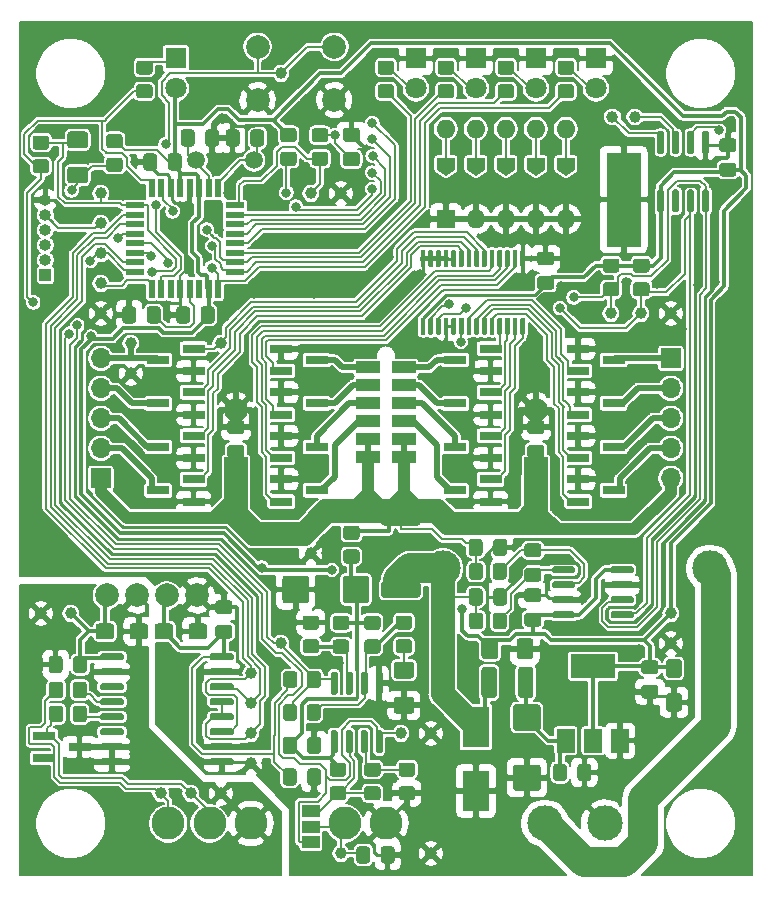
<source format=gbl>
G04 #@! TF.GenerationSoftware,KiCad,Pcbnew,5.1.12-84ad8e8a86~92~ubuntu16.04.1*
G04 #@! TF.CreationDate,2022-12-06T17:37:32+01:00*
G04 #@! TF.ProjectId,Mainboard,4d61696e-626f-4617-9264-2e6b69636164,rev?*
G04 #@! TF.SameCoordinates,Original*
G04 #@! TF.FileFunction,Copper,L2,Bot*
G04 #@! TF.FilePolarity,Positive*
%FSLAX46Y46*%
G04 Gerber Fmt 4.6, Leading zero omitted, Abs format (unit mm)*
G04 Created by KiCad (PCBNEW 5.1.12-84ad8e8a86~92~ubuntu16.04.1) date 2022-12-06 17:37:32*
%MOMM*%
%LPD*%
G01*
G04 APERTURE LIST*
G04 #@! TA.AperFunction,SMDPad,CuDef*
%ADD10C,1.000000*%
G04 #@! TD*
G04 #@! TA.AperFunction,ComponentPad*
%ADD11R,1.000000X1.000000*%
G04 #@! TD*
G04 #@! TA.AperFunction,ComponentPad*
%ADD12O,1.000000X1.000000*%
G04 #@! TD*
G04 #@! TA.AperFunction,ComponentPad*
%ADD13R,2.032000X1.070000*%
G04 #@! TD*
G04 #@! TA.AperFunction,SMDPad,CuDef*
%ADD14R,1.900000X0.800000*%
G04 #@! TD*
G04 #@! TA.AperFunction,SMDPad,CuDef*
%ADD15C,0.100000*%
G04 #@! TD*
G04 #@! TA.AperFunction,ComponentPad*
%ADD16C,3.000000*%
G04 #@! TD*
G04 #@! TA.AperFunction,ComponentPad*
%ADD17C,2.800000*%
G04 #@! TD*
G04 #@! TA.AperFunction,ComponentPad*
%ADD18C,2.000000*%
G04 #@! TD*
G04 #@! TA.AperFunction,ComponentPad*
%ADD19R,1.800000X1.800000*%
G04 #@! TD*
G04 #@! TA.AperFunction,ComponentPad*
%ADD20C,1.800000*%
G04 #@! TD*
G04 #@! TA.AperFunction,ComponentPad*
%ADD21C,1.000000*%
G04 #@! TD*
G04 #@! TA.AperFunction,SMDPad,CuDef*
%ADD22R,3.000000X8.000000*%
G04 #@! TD*
G04 #@! TA.AperFunction,SMDPad,CuDef*
%ADD23R,0.550000X1.600000*%
G04 #@! TD*
G04 #@! TA.AperFunction,SMDPad,CuDef*
%ADD24R,1.600000X0.550000*%
G04 #@! TD*
G04 #@! TA.AperFunction,ComponentPad*
%ADD25R,2.000000X2.000000*%
G04 #@! TD*
G04 #@! TA.AperFunction,ComponentPad*
%ADD26R,1.700000X1.700000*%
G04 #@! TD*
G04 #@! TA.AperFunction,ComponentPad*
%ADD27O,1.700000X1.700000*%
G04 #@! TD*
G04 #@! TA.AperFunction,ComponentPad*
%ADD28C,1.500000*%
G04 #@! TD*
G04 #@! TA.AperFunction,SMDPad,CuDef*
%ADD29R,3.800000X2.000000*%
G04 #@! TD*
G04 #@! TA.AperFunction,SMDPad,CuDef*
%ADD30R,1.500000X2.000000*%
G04 #@! TD*
G04 #@! TA.AperFunction,ComponentPad*
%ADD31R,1.600000X1.600000*%
G04 #@! TD*
G04 #@! TA.AperFunction,ComponentPad*
%ADD32O,1.600000X1.600000*%
G04 #@! TD*
G04 #@! TA.AperFunction,SMDPad,CuDef*
%ADD33R,2.300000X3.500000*%
G04 #@! TD*
G04 #@! TA.AperFunction,SMDPad,CuDef*
%ADD34R,1.500000X1.000000*%
G04 #@! TD*
G04 #@! TA.AperFunction,ViaPad*
%ADD35C,0.800000*%
G04 #@! TD*
G04 #@! TA.AperFunction,Conductor*
%ADD36C,0.200000*%
G04 #@! TD*
G04 #@! TA.AperFunction,Conductor*
%ADD37C,0.500000*%
G04 #@! TD*
G04 #@! TA.AperFunction,Conductor*
%ADD38C,0.250000*%
G04 #@! TD*
G04 #@! TA.AperFunction,Conductor*
%ADD39C,0.350000*%
G04 #@! TD*
G04 #@! TA.AperFunction,Conductor*
%ADD40C,0.700000*%
G04 #@! TD*
G04 #@! TA.AperFunction,Conductor*
%ADD41C,2.500000*%
G04 #@! TD*
G04 #@! TA.AperFunction,Conductor*
%ADD42C,2.000000*%
G04 #@! TD*
G04 #@! TA.AperFunction,Conductor*
%ADD43C,1.000000*%
G04 #@! TD*
G04 #@! TA.AperFunction,Conductor*
%ADD44C,0.240000*%
G04 #@! TD*
G04 #@! TA.AperFunction,Conductor*
%ADD45C,0.100000*%
G04 #@! TD*
G04 APERTURE END LIST*
G04 #@! TA.AperFunction,SMDPad,CuDef*
G36*
G01*
X132026500Y-63332000D02*
X133276500Y-63332000D01*
G75*
G02*
X133526500Y-63582000I0J-250000D01*
G01*
X133526500Y-64507000D01*
G75*
G02*
X133276500Y-64757000I-250000J0D01*
G01*
X132026500Y-64757000D01*
G75*
G02*
X131776500Y-64507000I0J250000D01*
G01*
X131776500Y-63582000D01*
G75*
G02*
X132026500Y-63332000I250000J0D01*
G01*
G37*
G04 #@! TD.AperFunction*
G04 #@! TA.AperFunction,SMDPad,CuDef*
G36*
G01*
X132026500Y-66307000D02*
X133276500Y-66307000D01*
G75*
G02*
X133526500Y-66557000I0J-250000D01*
G01*
X133526500Y-67482000D01*
G75*
G02*
X133276500Y-67732000I-250000J0D01*
G01*
X132026500Y-67732000D01*
G75*
G02*
X131776500Y-67482000I0J250000D01*
G01*
X131776500Y-66557000D01*
G75*
G02*
X132026500Y-66307000I250000J0D01*
G01*
G37*
G04 #@! TD.AperFunction*
D10*
X152400000Y-68580000D03*
X160020000Y-114300000D03*
D11*
X129921000Y-75501500D03*
D12*
X129921000Y-74231500D03*
X129921000Y-72961500D03*
X129921000Y-71691500D03*
X129921000Y-70421500D03*
X129921000Y-69151500D03*
D10*
X152400000Y-96520000D03*
X152400000Y-99060000D03*
X182880000Y-104140000D03*
G04 #@! TA.AperFunction,SMDPad,CuDef*
G36*
G01*
X166837000Y-107749500D02*
X166837000Y-106499500D01*
G75*
G02*
X167087000Y-106249500I250000J0D01*
G01*
X168012000Y-106249500D01*
G75*
G02*
X168262000Y-106499500I0J-250000D01*
G01*
X168262000Y-107749500D01*
G75*
G02*
X168012000Y-107999500I-250000J0D01*
G01*
X167087000Y-107999500D01*
G75*
G02*
X166837000Y-107749500I0J250000D01*
G01*
G37*
G04 #@! TD.AperFunction*
G04 #@! TA.AperFunction,SMDPad,CuDef*
G36*
G01*
X169812000Y-107749500D02*
X169812000Y-106499500D01*
G75*
G02*
X170062000Y-106249500I250000J0D01*
G01*
X170987000Y-106249500D01*
G75*
G02*
X171237000Y-106499500I0J-250000D01*
G01*
X171237000Y-107749500D01*
G75*
G02*
X170987000Y-107999500I-250000J0D01*
G01*
X170062000Y-107999500D01*
G75*
G02*
X169812000Y-107749500I0J250000D01*
G01*
G37*
G04 #@! TD.AperFunction*
X129540000Y-104140000D03*
X147320000Y-109220000D03*
X147320000Y-116840000D03*
X134620000Y-68580000D03*
D13*
X160274000Y-90932000D03*
X157226000Y-90932000D03*
X160274000Y-89408000D03*
X157226000Y-89408000D03*
X160274000Y-87884000D03*
X157226000Y-87884000D03*
X160274000Y-86360000D03*
X157226000Y-86360000D03*
X160274000Y-84836000D03*
X157226000Y-84836000D03*
X160274000Y-83312000D03*
X157226000Y-83312000D03*
D14*
X142470000Y-89093000D03*
X142470000Y-90993000D03*
X139470000Y-90043000D03*
X142470000Y-92776000D03*
X142470000Y-94676000D03*
X139470000Y-93726000D03*
G04 #@! TA.AperFunction,SMDPad,CuDef*
D15*
G36*
X163080000Y-68027000D02*
G01*
X163080000Y-66877000D01*
X163830000Y-67377000D01*
X164580000Y-66877000D01*
X164580000Y-68027000D01*
X163080000Y-68027000D01*
G37*
G04 #@! TD.AperFunction*
G04 #@! TA.AperFunction,SMDPad,CuDef*
G36*
X163830000Y-67077000D02*
G01*
X163080000Y-66577000D01*
X163080000Y-65577000D01*
X164580000Y-65577000D01*
X164580000Y-66577000D01*
X163830000Y-67077000D01*
G37*
G04 #@! TD.AperFunction*
G04 #@! TA.AperFunction,SMDPad,CuDef*
G36*
X165620000Y-68027000D02*
G01*
X165620000Y-66877000D01*
X166370000Y-67377000D01*
X167120000Y-66877000D01*
X167120000Y-68027000D01*
X165620000Y-68027000D01*
G37*
G04 #@! TD.AperFunction*
G04 #@! TA.AperFunction,SMDPad,CuDef*
G36*
X166370000Y-67077000D02*
G01*
X165620000Y-66577000D01*
X165620000Y-65577000D01*
X167120000Y-65577000D01*
X167120000Y-66577000D01*
X166370000Y-67077000D01*
G37*
G04 #@! TD.AperFunction*
G04 #@! TA.AperFunction,SMDPad,CuDef*
G36*
X168160000Y-68027000D02*
G01*
X168160000Y-66877000D01*
X168910000Y-67377000D01*
X169660000Y-66877000D01*
X169660000Y-68027000D01*
X168160000Y-68027000D01*
G37*
G04 #@! TD.AperFunction*
G04 #@! TA.AperFunction,SMDPad,CuDef*
G36*
X168910000Y-67077000D02*
G01*
X168160000Y-66577000D01*
X168160000Y-65577000D01*
X169660000Y-65577000D01*
X169660000Y-66577000D01*
X168910000Y-67077000D01*
G37*
G04 #@! TD.AperFunction*
G04 #@! TA.AperFunction,SMDPad,CuDef*
G36*
X170700000Y-68027000D02*
G01*
X170700000Y-66877000D01*
X171450000Y-67377000D01*
X172200000Y-66877000D01*
X172200000Y-68027000D01*
X170700000Y-68027000D01*
G37*
G04 #@! TD.AperFunction*
G04 #@! TA.AperFunction,SMDPad,CuDef*
G36*
X171450000Y-67077000D02*
G01*
X170700000Y-66577000D01*
X170700000Y-65577000D01*
X172200000Y-65577000D01*
X172200000Y-66577000D01*
X171450000Y-67077000D01*
G37*
G04 #@! TD.AperFunction*
G04 #@! TA.AperFunction,SMDPad,CuDef*
G36*
X173240000Y-68027000D02*
G01*
X173240000Y-66877000D01*
X173990000Y-67377000D01*
X174740000Y-66877000D01*
X174740000Y-68027000D01*
X173240000Y-68027000D01*
G37*
G04 #@! TD.AperFunction*
G04 #@! TA.AperFunction,SMDPad,CuDef*
G36*
X173990000Y-67077000D02*
G01*
X173240000Y-66577000D01*
X173240000Y-65577000D01*
X174740000Y-65577000D01*
X174740000Y-66577000D01*
X173990000Y-67077000D01*
G37*
G04 #@! TD.AperFunction*
G04 #@! TA.AperFunction,SMDPad,CuDef*
G36*
G01*
X156236000Y-125062000D02*
X156236000Y-124112000D01*
G75*
G02*
X156486000Y-123862000I250000J0D01*
G01*
X157161000Y-123862000D01*
G75*
G02*
X157411000Y-124112000I0J-250000D01*
G01*
X157411000Y-125062000D01*
G75*
G02*
X157161000Y-125312000I-250000J0D01*
G01*
X156486000Y-125312000D01*
G75*
G02*
X156236000Y-125062000I0J250000D01*
G01*
G37*
G04 #@! TD.AperFunction*
G04 #@! TA.AperFunction,SMDPad,CuDef*
G36*
G01*
X158311000Y-125062000D02*
X158311000Y-124112000D01*
G75*
G02*
X158561000Y-123862000I250000J0D01*
G01*
X159236000Y-123862000D01*
G75*
G02*
X159486000Y-124112000I0J-250000D01*
G01*
X159486000Y-125062000D01*
G75*
G02*
X159236000Y-125312000I-250000J0D01*
G01*
X158561000Y-125312000D01*
G75*
G02*
X158311000Y-125062000I0J250000D01*
G01*
G37*
G04 #@! TD.AperFunction*
G04 #@! TA.AperFunction,SMDPad,CuDef*
G36*
G01*
X171925000Y-91033000D02*
X170975000Y-91033000D01*
G75*
G02*
X170725000Y-90783000I0J250000D01*
G01*
X170725000Y-90108000D01*
G75*
G02*
X170975000Y-89858000I250000J0D01*
G01*
X171925000Y-89858000D01*
G75*
G02*
X172175000Y-90108000I0J-250000D01*
G01*
X172175000Y-90783000D01*
G75*
G02*
X171925000Y-91033000I-250000J0D01*
G01*
G37*
G04 #@! TD.AperFunction*
G04 #@! TA.AperFunction,SMDPad,CuDef*
G36*
G01*
X171925000Y-88958000D02*
X170975000Y-88958000D01*
G75*
G02*
X170725000Y-88708000I0J250000D01*
G01*
X170725000Y-88033000D01*
G75*
G02*
X170975000Y-87783000I250000J0D01*
G01*
X171925000Y-87783000D01*
G75*
G02*
X172175000Y-88033000I0J-250000D01*
G01*
X172175000Y-88708000D01*
G75*
G02*
X171925000Y-88958000I-250000J0D01*
G01*
G37*
G04 #@! TD.AperFunction*
G04 #@! TA.AperFunction,SMDPad,CuDef*
G36*
G01*
X146525000Y-91033000D02*
X145575000Y-91033000D01*
G75*
G02*
X145325000Y-90783000I0J250000D01*
G01*
X145325000Y-90108000D01*
G75*
G02*
X145575000Y-89858000I250000J0D01*
G01*
X146525000Y-89858000D01*
G75*
G02*
X146775000Y-90108000I0J-250000D01*
G01*
X146775000Y-90783000D01*
G75*
G02*
X146525000Y-91033000I-250000J0D01*
G01*
G37*
G04 #@! TD.AperFunction*
G04 #@! TA.AperFunction,SMDPad,CuDef*
G36*
G01*
X146525000Y-88958000D02*
X145575000Y-88958000D01*
G75*
G02*
X145325000Y-88708000I0J250000D01*
G01*
X145325000Y-88033000D01*
G75*
G02*
X145575000Y-87783000I250000J0D01*
G01*
X146525000Y-87783000D01*
G75*
G02*
X146775000Y-88033000I0J-250000D01*
G01*
X146775000Y-88708000D01*
G75*
G02*
X146525000Y-88958000I-250000J0D01*
G01*
G37*
G04 #@! TD.AperFunction*
G04 #@! TA.AperFunction,SMDPad,CuDef*
G36*
G01*
X176144500Y-117127000D02*
X176144500Y-118077000D01*
G75*
G02*
X175894500Y-118327000I-250000J0D01*
G01*
X175219500Y-118327000D01*
G75*
G02*
X174969500Y-118077000I0J250000D01*
G01*
X174969500Y-117127000D01*
G75*
G02*
X175219500Y-116877000I250000J0D01*
G01*
X175894500Y-116877000D01*
G75*
G02*
X176144500Y-117127000I0J-250000D01*
G01*
G37*
G04 #@! TD.AperFunction*
G04 #@! TA.AperFunction,SMDPad,CuDef*
G36*
G01*
X174069500Y-117127000D02*
X174069500Y-118077000D01*
G75*
G02*
X173819500Y-118327000I-250000J0D01*
G01*
X173144500Y-118327000D01*
G75*
G02*
X172894500Y-118077000I0J250000D01*
G01*
X172894500Y-117127000D01*
G75*
G02*
X173144500Y-116877000I250000J0D01*
G01*
X173819500Y-116877000D01*
G75*
G02*
X174069500Y-117127000I0J-250000D01*
G01*
G37*
G04 #@! TD.AperFunction*
G04 #@! TA.AperFunction,SMDPad,CuDef*
G36*
G01*
X169762999Y-111831500D02*
X171613001Y-111831500D01*
G75*
G02*
X171863000Y-112081499I0J-249999D01*
G01*
X171863000Y-113831501D01*
G75*
G02*
X171613001Y-114081500I-249999J0D01*
G01*
X169762999Y-114081500D01*
G75*
G02*
X169513000Y-113831501I0J249999D01*
G01*
X169513000Y-112081499D01*
G75*
G02*
X169762999Y-111831500I249999J0D01*
G01*
G37*
G04 #@! TD.AperFunction*
G04 #@! TA.AperFunction,SMDPad,CuDef*
G36*
G01*
X169762999Y-116931500D02*
X171613001Y-116931500D01*
G75*
G02*
X171863000Y-117181499I0J-249999D01*
G01*
X171863000Y-118931501D01*
G75*
G02*
X171613001Y-119181500I-249999J0D01*
G01*
X169762999Y-119181500D01*
G75*
G02*
X169513000Y-118931501I0J249999D01*
G01*
X169513000Y-117181499D01*
G75*
G02*
X169762999Y-116931500I249999J0D01*
G01*
G37*
G04 #@! TD.AperFunction*
G04 #@! TA.AperFunction,SMDPad,CuDef*
G36*
G01*
X130226000Y-111067001D02*
X130226000Y-110166999D01*
G75*
G02*
X130475999Y-109917000I249999J0D01*
G01*
X131176001Y-109917000D01*
G75*
G02*
X131426000Y-110166999I0J-249999D01*
G01*
X131426000Y-111067001D01*
G75*
G02*
X131176001Y-111317000I-249999J0D01*
G01*
X130475999Y-111317000D01*
G75*
G02*
X130226000Y-111067001I0J249999D01*
G01*
G37*
G04 #@! TD.AperFunction*
G04 #@! TA.AperFunction,SMDPad,CuDef*
G36*
G01*
X132226000Y-111067001D02*
X132226000Y-110166999D01*
G75*
G02*
X132475999Y-109917000I249999J0D01*
G01*
X133176001Y-109917000D01*
G75*
G02*
X133426000Y-110166999I0J-249999D01*
G01*
X133426000Y-111067001D01*
G75*
G02*
X133176001Y-111317000I-249999J0D01*
G01*
X132475999Y-111317000D01*
G75*
G02*
X132226000Y-111067001I0J249999D01*
G01*
G37*
G04 #@! TD.AperFunction*
G04 #@! TA.AperFunction,SMDPad,CuDef*
G36*
G01*
X145509000Y-106273000D02*
X144559000Y-106273000D01*
G75*
G02*
X144309000Y-106023000I0J250000D01*
G01*
X144309000Y-105348000D01*
G75*
G02*
X144559000Y-105098000I250000J0D01*
G01*
X145509000Y-105098000D01*
G75*
G02*
X145759000Y-105348000I0J-250000D01*
G01*
X145759000Y-106023000D01*
G75*
G02*
X145509000Y-106273000I-250000J0D01*
G01*
G37*
G04 #@! TD.AperFunction*
G04 #@! TA.AperFunction,SMDPad,CuDef*
G36*
G01*
X145509000Y-104198000D02*
X144559000Y-104198000D01*
G75*
G02*
X144309000Y-103948000I0J250000D01*
G01*
X144309000Y-103273000D01*
G75*
G02*
X144559000Y-103023000I250000J0D01*
G01*
X145509000Y-103023000D01*
G75*
G02*
X145759000Y-103273000I0J-250000D01*
G01*
X145759000Y-103948000D01*
G75*
G02*
X145509000Y-104198000I-250000J0D01*
G01*
G37*
G04 #@! TD.AperFunction*
G04 #@! TA.AperFunction,SMDPad,CuDef*
G36*
G01*
X130201000Y-108933000D02*
X130201000Y-107983000D01*
G75*
G02*
X130451000Y-107733000I250000J0D01*
G01*
X131126000Y-107733000D01*
G75*
G02*
X131376000Y-107983000I0J-250000D01*
G01*
X131376000Y-108933000D01*
G75*
G02*
X131126000Y-109183000I-250000J0D01*
G01*
X130451000Y-109183000D01*
G75*
G02*
X130201000Y-108933000I0J250000D01*
G01*
G37*
G04 #@! TD.AperFunction*
G04 #@! TA.AperFunction,SMDPad,CuDef*
G36*
G01*
X132276000Y-108933000D02*
X132276000Y-107983000D01*
G75*
G02*
X132526000Y-107733000I250000J0D01*
G01*
X133201000Y-107733000D01*
G75*
G02*
X133451000Y-107983000I0J-250000D01*
G01*
X133451000Y-108933000D01*
G75*
G02*
X133201000Y-109183000I-250000J0D01*
G01*
X132526000Y-109183000D01*
G75*
G02*
X132276000Y-108933000I0J250000D01*
G01*
G37*
G04 #@! TD.AperFunction*
D16*
X163576000Y-100330000D03*
X186176000Y-100330000D03*
D17*
X140320000Y-121920000D03*
X143820000Y-121920000D03*
X147320000Y-121920000D03*
G04 #@! TA.AperFunction,SMDPad,CuDef*
G36*
G01*
X171237000Y-108906999D02*
X171237000Y-111057001D01*
G75*
G02*
X170987001Y-111307000I-249999J0D01*
G01*
X170186999Y-111307000D01*
G75*
G02*
X169937000Y-111057001I0J249999D01*
G01*
X169937000Y-108906999D01*
G75*
G02*
X170186999Y-108657000I249999J0D01*
G01*
X170987001Y-108657000D01*
G75*
G02*
X171237000Y-108906999I0J-249999D01*
G01*
G37*
G04 #@! TD.AperFunction*
G04 #@! TA.AperFunction,SMDPad,CuDef*
G36*
G01*
X168137000Y-108906999D02*
X168137000Y-111057001D01*
G75*
G02*
X167887001Y-111307000I-249999J0D01*
G01*
X167086999Y-111307000D01*
G75*
G02*
X166837000Y-111057001I0J249999D01*
G01*
X166837000Y-108906999D01*
G75*
G02*
X167086999Y-108657000I249999J0D01*
G01*
X167887001Y-108657000D01*
G75*
G02*
X168137000Y-108906999I0J-249999D01*
G01*
G37*
G04 #@! TD.AperFunction*
D18*
X135128000Y-102616000D03*
X137668000Y-102616000D03*
X140208000Y-102616000D03*
X142748000Y-102616000D03*
D17*
X155250000Y-121920000D03*
X158750000Y-121920000D03*
D10*
X162560000Y-114300000D03*
X147320000Y-111760000D03*
X147320000Y-114300000D03*
X134620000Y-76200000D03*
X149860000Y-58420000D03*
X182880000Y-78740000D03*
X180340000Y-78740000D03*
D16*
X172212000Y-121920000D03*
X177292000Y-121920000D03*
D19*
X140970000Y-57150000D03*
D20*
X140970000Y-59690000D03*
D14*
X149884000Y-94676000D03*
X149884000Y-92776000D03*
X152884000Y-93726000D03*
G04 #@! TA.AperFunction,SMDPad,CuDef*
G36*
G01*
X179726000Y-100307000D02*
X179726000Y-100607000D01*
G75*
G02*
X179576000Y-100757000I-150000J0D01*
G01*
X177926000Y-100757000D01*
G75*
G02*
X177776000Y-100607000I0J150000D01*
G01*
X177776000Y-100307000D01*
G75*
G02*
X177926000Y-100157000I150000J0D01*
G01*
X179576000Y-100157000D01*
G75*
G02*
X179726000Y-100307000I0J-150000D01*
G01*
G37*
G04 #@! TD.AperFunction*
G04 #@! TA.AperFunction,SMDPad,CuDef*
G36*
G01*
X179726000Y-101577000D02*
X179726000Y-101877000D01*
G75*
G02*
X179576000Y-102027000I-150000J0D01*
G01*
X177926000Y-102027000D01*
G75*
G02*
X177776000Y-101877000I0J150000D01*
G01*
X177776000Y-101577000D01*
G75*
G02*
X177926000Y-101427000I150000J0D01*
G01*
X179576000Y-101427000D01*
G75*
G02*
X179726000Y-101577000I0J-150000D01*
G01*
G37*
G04 #@! TD.AperFunction*
G04 #@! TA.AperFunction,SMDPad,CuDef*
G36*
G01*
X179726000Y-102847000D02*
X179726000Y-103147000D01*
G75*
G02*
X179576000Y-103297000I-150000J0D01*
G01*
X177926000Y-103297000D01*
G75*
G02*
X177776000Y-103147000I0J150000D01*
G01*
X177776000Y-102847000D01*
G75*
G02*
X177926000Y-102697000I150000J0D01*
G01*
X179576000Y-102697000D01*
G75*
G02*
X179726000Y-102847000I0J-150000D01*
G01*
G37*
G04 #@! TD.AperFunction*
G04 #@! TA.AperFunction,SMDPad,CuDef*
G36*
G01*
X179726000Y-104117000D02*
X179726000Y-104417000D01*
G75*
G02*
X179576000Y-104567000I-150000J0D01*
G01*
X177926000Y-104567000D01*
G75*
G02*
X177776000Y-104417000I0J150000D01*
G01*
X177776000Y-104117000D01*
G75*
G02*
X177926000Y-103967000I150000J0D01*
G01*
X179576000Y-103967000D01*
G75*
G02*
X179726000Y-104117000I0J-150000D01*
G01*
G37*
G04 #@! TD.AperFunction*
G04 #@! TA.AperFunction,SMDPad,CuDef*
G36*
G01*
X174776000Y-104117000D02*
X174776000Y-104417000D01*
G75*
G02*
X174626000Y-104567000I-150000J0D01*
G01*
X172976000Y-104567000D01*
G75*
G02*
X172826000Y-104417000I0J150000D01*
G01*
X172826000Y-104117000D01*
G75*
G02*
X172976000Y-103967000I150000J0D01*
G01*
X174626000Y-103967000D01*
G75*
G02*
X174776000Y-104117000I0J-150000D01*
G01*
G37*
G04 #@! TD.AperFunction*
G04 #@! TA.AperFunction,SMDPad,CuDef*
G36*
G01*
X174776000Y-102847000D02*
X174776000Y-103147000D01*
G75*
G02*
X174626000Y-103297000I-150000J0D01*
G01*
X172976000Y-103297000D01*
G75*
G02*
X172826000Y-103147000I0J150000D01*
G01*
X172826000Y-102847000D01*
G75*
G02*
X172976000Y-102697000I150000J0D01*
G01*
X174626000Y-102697000D01*
G75*
G02*
X174776000Y-102847000I0J-150000D01*
G01*
G37*
G04 #@! TD.AperFunction*
G04 #@! TA.AperFunction,SMDPad,CuDef*
G36*
G01*
X174776000Y-101577000D02*
X174776000Y-101877000D01*
G75*
G02*
X174626000Y-102027000I-150000J0D01*
G01*
X172976000Y-102027000D01*
G75*
G02*
X172826000Y-101877000I0J150000D01*
G01*
X172826000Y-101577000D01*
G75*
G02*
X172976000Y-101427000I150000J0D01*
G01*
X174626000Y-101427000D01*
G75*
G02*
X174776000Y-101577000I0J-150000D01*
G01*
G37*
G04 #@! TD.AperFunction*
G04 #@! TA.AperFunction,SMDPad,CuDef*
G36*
G01*
X174776000Y-100307000D02*
X174776000Y-100607000D01*
G75*
G02*
X174626000Y-100757000I-150000J0D01*
G01*
X172976000Y-100757000D01*
G75*
G02*
X172826000Y-100607000I0J150000D01*
G01*
X172826000Y-100307000D01*
G75*
G02*
X172976000Y-100157000I150000J0D01*
G01*
X174626000Y-100157000D01*
G75*
G02*
X174776000Y-100307000I0J-150000D01*
G01*
G37*
G04 #@! TD.AperFunction*
D21*
X179832000Y-62103000D03*
X177932000Y-62103000D03*
D22*
X178882000Y-69103000D03*
G04 #@! TA.AperFunction,SMDPad,CuDef*
G36*
G01*
X188181000Y-67157000D02*
X187231000Y-67157000D01*
G75*
G02*
X186981000Y-66907000I0J250000D01*
G01*
X186981000Y-66232000D01*
G75*
G02*
X187231000Y-65982000I250000J0D01*
G01*
X188181000Y-65982000D01*
G75*
G02*
X188431000Y-66232000I0J-250000D01*
G01*
X188431000Y-66907000D01*
G75*
G02*
X188181000Y-67157000I-250000J0D01*
G01*
G37*
G04 #@! TD.AperFunction*
G04 #@! TA.AperFunction,SMDPad,CuDef*
G36*
G01*
X188181000Y-65082000D02*
X187231000Y-65082000D01*
G75*
G02*
X186981000Y-64832000I0J250000D01*
G01*
X186981000Y-64157000D01*
G75*
G02*
X187231000Y-63907000I250000J0D01*
G01*
X188181000Y-63907000D01*
G75*
G02*
X188431000Y-64157000I0J-250000D01*
G01*
X188431000Y-64832000D01*
G75*
G02*
X188181000Y-65082000I-250000J0D01*
G01*
G37*
G04 #@! TD.AperFunction*
G04 #@! TA.AperFunction,SMDPad,CuDef*
G36*
G01*
X179919999Y-74090000D02*
X180820001Y-74090000D01*
G75*
G02*
X181070000Y-74339999I0J-249999D01*
G01*
X181070000Y-75040001D01*
G75*
G02*
X180820001Y-75290000I-249999J0D01*
G01*
X179919999Y-75290000D01*
G75*
G02*
X179670000Y-75040001I0J249999D01*
G01*
X179670000Y-74339999D01*
G75*
G02*
X179919999Y-74090000I249999J0D01*
G01*
G37*
G04 #@! TD.AperFunction*
G04 #@! TA.AperFunction,SMDPad,CuDef*
G36*
G01*
X179919999Y-76090000D02*
X180820001Y-76090000D01*
G75*
G02*
X181070000Y-76339999I0J-249999D01*
G01*
X181070000Y-77040001D01*
G75*
G02*
X180820001Y-77290000I-249999J0D01*
G01*
X179919999Y-77290000D01*
G75*
G02*
X179670000Y-77040001I0J249999D01*
G01*
X179670000Y-76339999D01*
G75*
G02*
X179919999Y-76090000I249999J0D01*
G01*
G37*
G04 #@! TD.AperFunction*
G04 #@! TA.AperFunction,SMDPad,CuDef*
G36*
G01*
X181861000Y-63290000D02*
X182161000Y-63290000D01*
G75*
G02*
X182311000Y-63440000I0J-150000D01*
G01*
X182311000Y-65090000D01*
G75*
G02*
X182161000Y-65240000I-150000J0D01*
G01*
X181861000Y-65240000D01*
G75*
G02*
X181711000Y-65090000I0J150000D01*
G01*
X181711000Y-63440000D01*
G75*
G02*
X181861000Y-63290000I150000J0D01*
G01*
G37*
G04 #@! TD.AperFunction*
G04 #@! TA.AperFunction,SMDPad,CuDef*
G36*
G01*
X183131000Y-63290000D02*
X183431000Y-63290000D01*
G75*
G02*
X183581000Y-63440000I0J-150000D01*
G01*
X183581000Y-65090000D01*
G75*
G02*
X183431000Y-65240000I-150000J0D01*
G01*
X183131000Y-65240000D01*
G75*
G02*
X182981000Y-65090000I0J150000D01*
G01*
X182981000Y-63440000D01*
G75*
G02*
X183131000Y-63290000I150000J0D01*
G01*
G37*
G04 #@! TD.AperFunction*
G04 #@! TA.AperFunction,SMDPad,CuDef*
G36*
G01*
X184401000Y-63290000D02*
X184701000Y-63290000D01*
G75*
G02*
X184851000Y-63440000I0J-150000D01*
G01*
X184851000Y-65090000D01*
G75*
G02*
X184701000Y-65240000I-150000J0D01*
G01*
X184401000Y-65240000D01*
G75*
G02*
X184251000Y-65090000I0J150000D01*
G01*
X184251000Y-63440000D01*
G75*
G02*
X184401000Y-63290000I150000J0D01*
G01*
G37*
G04 #@! TD.AperFunction*
G04 #@! TA.AperFunction,SMDPad,CuDef*
G36*
G01*
X185671000Y-63290000D02*
X185971000Y-63290000D01*
G75*
G02*
X186121000Y-63440000I0J-150000D01*
G01*
X186121000Y-65090000D01*
G75*
G02*
X185971000Y-65240000I-150000J0D01*
G01*
X185671000Y-65240000D01*
G75*
G02*
X185521000Y-65090000I0J150000D01*
G01*
X185521000Y-63440000D01*
G75*
G02*
X185671000Y-63290000I150000J0D01*
G01*
G37*
G04 #@! TD.AperFunction*
G04 #@! TA.AperFunction,SMDPad,CuDef*
G36*
G01*
X185671000Y-68240000D02*
X185971000Y-68240000D01*
G75*
G02*
X186121000Y-68390000I0J-150000D01*
G01*
X186121000Y-70040000D01*
G75*
G02*
X185971000Y-70190000I-150000J0D01*
G01*
X185671000Y-70190000D01*
G75*
G02*
X185521000Y-70040000I0J150000D01*
G01*
X185521000Y-68390000D01*
G75*
G02*
X185671000Y-68240000I150000J0D01*
G01*
G37*
G04 #@! TD.AperFunction*
G04 #@! TA.AperFunction,SMDPad,CuDef*
G36*
G01*
X184401000Y-68240000D02*
X184701000Y-68240000D01*
G75*
G02*
X184851000Y-68390000I0J-150000D01*
G01*
X184851000Y-70040000D01*
G75*
G02*
X184701000Y-70190000I-150000J0D01*
G01*
X184401000Y-70190000D01*
G75*
G02*
X184251000Y-70040000I0J150000D01*
G01*
X184251000Y-68390000D01*
G75*
G02*
X184401000Y-68240000I150000J0D01*
G01*
G37*
G04 #@! TD.AperFunction*
G04 #@! TA.AperFunction,SMDPad,CuDef*
G36*
G01*
X183131000Y-68240000D02*
X183431000Y-68240000D01*
G75*
G02*
X183581000Y-68390000I0J-150000D01*
G01*
X183581000Y-70040000D01*
G75*
G02*
X183431000Y-70190000I-150000J0D01*
G01*
X183131000Y-70190000D01*
G75*
G02*
X182981000Y-70040000I0J150000D01*
G01*
X182981000Y-68390000D01*
G75*
G02*
X183131000Y-68240000I150000J0D01*
G01*
G37*
G04 #@! TD.AperFunction*
G04 #@! TA.AperFunction,SMDPad,CuDef*
G36*
G01*
X181861000Y-68240000D02*
X182161000Y-68240000D01*
G75*
G02*
X182311000Y-68390000I0J-150000D01*
G01*
X182311000Y-70040000D01*
G75*
G02*
X182161000Y-70190000I-150000J0D01*
G01*
X181861000Y-70190000D01*
G75*
G02*
X181711000Y-70040000I0J150000D01*
G01*
X181711000Y-68390000D01*
G75*
G02*
X181861000Y-68240000I150000J0D01*
G01*
G37*
G04 #@! TD.AperFunction*
G04 #@! TA.AperFunction,SMDPad,CuDef*
G36*
G01*
X138623000Y-105238999D02*
X138623000Y-106089001D01*
G75*
G02*
X138373001Y-106339000I-249999J0D01*
G01*
X137297999Y-106339000D01*
G75*
G02*
X137048000Y-106089001I0J249999D01*
G01*
X137048000Y-105238999D01*
G75*
G02*
X137297999Y-104989000I249999J0D01*
G01*
X138373001Y-104989000D01*
G75*
G02*
X138623000Y-105238999I0J-249999D01*
G01*
G37*
G04 #@! TD.AperFunction*
G04 #@! TA.AperFunction,SMDPad,CuDef*
G36*
G01*
X135748000Y-105238999D02*
X135748000Y-106089001D01*
G75*
G02*
X135498001Y-106339000I-249999J0D01*
G01*
X134422999Y-106339000D01*
G75*
G02*
X134173000Y-106089001I0J249999D01*
G01*
X134173000Y-105238999D01*
G75*
G02*
X134422999Y-104989000I249999J0D01*
G01*
X135498001Y-104989000D01*
G75*
G02*
X135748000Y-105238999I0J-249999D01*
G01*
G37*
G04 #@! TD.AperFunction*
G04 #@! TA.AperFunction,SMDPad,CuDef*
G36*
G01*
X139166500Y-106089001D02*
X139166500Y-105238999D01*
G75*
G02*
X139416499Y-104989000I249999J0D01*
G01*
X140491501Y-104989000D01*
G75*
G02*
X140741500Y-105238999I0J-249999D01*
G01*
X140741500Y-106089001D01*
G75*
G02*
X140491501Y-106339000I-249999J0D01*
G01*
X139416499Y-106339000D01*
G75*
G02*
X139166500Y-106089001I0J249999D01*
G01*
G37*
G04 #@! TD.AperFunction*
G04 #@! TA.AperFunction,SMDPad,CuDef*
G36*
G01*
X142041500Y-106089001D02*
X142041500Y-105238999D01*
G75*
G02*
X142291499Y-104989000I249999J0D01*
G01*
X143366501Y-104989000D01*
G75*
G02*
X143616500Y-105238999I0J-249999D01*
G01*
X143616500Y-106089001D01*
G75*
G02*
X143366501Y-106339000I-249999J0D01*
G01*
X142291499Y-106339000D01*
G75*
G02*
X142041500Y-106089001I0J249999D01*
G01*
G37*
G04 #@! TD.AperFunction*
G04 #@! TA.AperFunction,SMDPad,CuDef*
G36*
G01*
X141452000Y-65438000D02*
X141452000Y-66388000D01*
G75*
G02*
X141202000Y-66638000I-250000J0D01*
G01*
X140527000Y-66638000D01*
G75*
G02*
X140277000Y-66388000I0J250000D01*
G01*
X140277000Y-65438000D01*
G75*
G02*
X140527000Y-65188000I250000J0D01*
G01*
X141202000Y-65188000D01*
G75*
G02*
X141452000Y-65438000I0J-250000D01*
G01*
G37*
G04 #@! TD.AperFunction*
G04 #@! TA.AperFunction,SMDPad,CuDef*
G36*
G01*
X139377000Y-65438000D02*
X139377000Y-66388000D01*
G75*
G02*
X139127000Y-66638000I-250000J0D01*
G01*
X138452000Y-66638000D01*
G75*
G02*
X138202000Y-66388000I0J250000D01*
G01*
X138202000Y-65438000D01*
G75*
G02*
X138452000Y-65188000I250000J0D01*
G01*
X139127000Y-65188000D01*
G75*
G02*
X139377000Y-65438000I0J-250000D01*
G01*
G37*
G04 #@! TD.AperFunction*
G04 #@! TA.AperFunction,SMDPad,CuDef*
G36*
G01*
X140996000Y-79342000D02*
X140996000Y-78392000D01*
G75*
G02*
X141246000Y-78142000I250000J0D01*
G01*
X141921000Y-78142000D01*
G75*
G02*
X142171000Y-78392000I0J-250000D01*
G01*
X142171000Y-79342000D01*
G75*
G02*
X141921000Y-79592000I-250000J0D01*
G01*
X141246000Y-79592000D01*
G75*
G02*
X140996000Y-79342000I0J250000D01*
G01*
G37*
G04 #@! TD.AperFunction*
G04 #@! TA.AperFunction,SMDPad,CuDef*
G36*
G01*
X143071000Y-79342000D02*
X143071000Y-78392000D01*
G75*
G02*
X143321000Y-78142000I250000J0D01*
G01*
X143996000Y-78142000D01*
G75*
G02*
X144246000Y-78392000I0J-250000D01*
G01*
X144246000Y-79342000D01*
G75*
G02*
X143996000Y-79592000I-250000J0D01*
G01*
X143321000Y-79592000D01*
G75*
G02*
X143071000Y-79342000I0J250000D01*
G01*
G37*
G04 #@! TD.AperFunction*
G04 #@! TA.AperFunction,SMDPad,CuDef*
G36*
G01*
X157345000Y-101182999D02*
X157345000Y-103033001D01*
G75*
G02*
X157095001Y-103283000I-249999J0D01*
G01*
X155344999Y-103283000D01*
G75*
G02*
X155095000Y-103033001I0J249999D01*
G01*
X155095000Y-101182999D01*
G75*
G02*
X155344999Y-100933000I249999J0D01*
G01*
X157095001Y-100933000D01*
G75*
G02*
X157345000Y-101182999I0J-249999D01*
G01*
G37*
G04 #@! TD.AperFunction*
G04 #@! TA.AperFunction,SMDPad,CuDef*
G36*
G01*
X152245000Y-101182999D02*
X152245000Y-103033001D01*
G75*
G02*
X151995001Y-103283000I-249999J0D01*
G01*
X150244999Y-103283000D01*
G75*
G02*
X149995000Y-103033001I0J249999D01*
G01*
X149995000Y-101182999D01*
G75*
G02*
X150244999Y-100933000I249999J0D01*
G01*
X151995001Y-100933000D01*
G75*
G02*
X152245000Y-101182999I0J-249999D01*
G01*
G37*
G04 #@! TD.AperFunction*
D14*
X129818000Y-116393000D03*
X129818000Y-114493000D03*
X132818000Y-115443000D03*
D19*
X176530000Y-57150000D03*
D20*
X176530000Y-59690000D03*
G04 #@! TA.AperFunction,SMDPad,CuDef*
G36*
G01*
X159649000Y-108226500D02*
X160899000Y-108226500D01*
G75*
G02*
X161149000Y-108476500I0J-250000D01*
G01*
X161149000Y-109401500D01*
G75*
G02*
X160899000Y-109651500I-250000J0D01*
G01*
X159649000Y-109651500D01*
G75*
G02*
X159399000Y-109401500I0J250000D01*
G01*
X159399000Y-108476500D01*
G75*
G02*
X159649000Y-108226500I250000J0D01*
G01*
G37*
G04 #@! TD.AperFunction*
G04 #@! TA.AperFunction,SMDPad,CuDef*
G36*
G01*
X159649000Y-111201500D02*
X160899000Y-111201500D01*
G75*
G02*
X161149000Y-111451500I0J-250000D01*
G01*
X161149000Y-112376500D01*
G75*
G02*
X160899000Y-112626500I-250000J0D01*
G01*
X159649000Y-112626500D01*
G75*
G02*
X159399000Y-112376500I0J250000D01*
G01*
X159399000Y-111451500D01*
G75*
G02*
X159649000Y-111201500I250000J0D01*
G01*
G37*
G04 #@! TD.AperFunction*
G04 #@! TA.AperFunction,SMDPad,CuDef*
G36*
G01*
X130226000Y-113099001D02*
X130226000Y-112198999D01*
G75*
G02*
X130475999Y-111949000I249999J0D01*
G01*
X131176001Y-111949000D01*
G75*
G02*
X131426000Y-112198999I0J-249999D01*
G01*
X131426000Y-113099001D01*
G75*
G02*
X131176001Y-113349000I-249999J0D01*
G01*
X130475999Y-113349000D01*
G75*
G02*
X130226000Y-113099001I0J249999D01*
G01*
G37*
G04 #@! TD.AperFunction*
G04 #@! TA.AperFunction,SMDPad,CuDef*
G36*
G01*
X132226000Y-113099001D02*
X132226000Y-112198999D01*
G75*
G02*
X132475999Y-111949000I249999J0D01*
G01*
X133176001Y-111949000D01*
G75*
G02*
X133426000Y-112198999I0J-249999D01*
G01*
X133426000Y-113099001D01*
G75*
G02*
X133176001Y-113349000I-249999J0D01*
G01*
X132475999Y-113349000D01*
G75*
G02*
X132226000Y-113099001I0J249999D01*
G01*
G37*
G04 #@! TD.AperFunction*
G04 #@! TA.AperFunction,SMDPad,CuDef*
G36*
G01*
X145883000Y-107673000D02*
X145883000Y-107973000D01*
G75*
G02*
X145733000Y-108123000I-150000J0D01*
G01*
X143983000Y-108123000D01*
G75*
G02*
X143833000Y-107973000I0J150000D01*
G01*
X143833000Y-107673000D01*
G75*
G02*
X143983000Y-107523000I150000J0D01*
G01*
X145733000Y-107523000D01*
G75*
G02*
X145883000Y-107673000I0J-150000D01*
G01*
G37*
G04 #@! TD.AperFunction*
G04 #@! TA.AperFunction,SMDPad,CuDef*
G36*
G01*
X145883000Y-108943000D02*
X145883000Y-109243000D01*
G75*
G02*
X145733000Y-109393000I-150000J0D01*
G01*
X143983000Y-109393000D01*
G75*
G02*
X143833000Y-109243000I0J150000D01*
G01*
X143833000Y-108943000D01*
G75*
G02*
X143983000Y-108793000I150000J0D01*
G01*
X145733000Y-108793000D01*
G75*
G02*
X145883000Y-108943000I0J-150000D01*
G01*
G37*
G04 #@! TD.AperFunction*
G04 #@! TA.AperFunction,SMDPad,CuDef*
G36*
G01*
X145883000Y-110213000D02*
X145883000Y-110513000D01*
G75*
G02*
X145733000Y-110663000I-150000J0D01*
G01*
X143983000Y-110663000D01*
G75*
G02*
X143833000Y-110513000I0J150000D01*
G01*
X143833000Y-110213000D01*
G75*
G02*
X143983000Y-110063000I150000J0D01*
G01*
X145733000Y-110063000D01*
G75*
G02*
X145883000Y-110213000I0J-150000D01*
G01*
G37*
G04 #@! TD.AperFunction*
G04 #@! TA.AperFunction,SMDPad,CuDef*
G36*
G01*
X145883000Y-111483000D02*
X145883000Y-111783000D01*
G75*
G02*
X145733000Y-111933000I-150000J0D01*
G01*
X143983000Y-111933000D01*
G75*
G02*
X143833000Y-111783000I0J150000D01*
G01*
X143833000Y-111483000D01*
G75*
G02*
X143983000Y-111333000I150000J0D01*
G01*
X145733000Y-111333000D01*
G75*
G02*
X145883000Y-111483000I0J-150000D01*
G01*
G37*
G04 #@! TD.AperFunction*
G04 #@! TA.AperFunction,SMDPad,CuDef*
G36*
G01*
X145883000Y-112753000D02*
X145883000Y-113053000D01*
G75*
G02*
X145733000Y-113203000I-150000J0D01*
G01*
X143983000Y-113203000D01*
G75*
G02*
X143833000Y-113053000I0J150000D01*
G01*
X143833000Y-112753000D01*
G75*
G02*
X143983000Y-112603000I150000J0D01*
G01*
X145733000Y-112603000D01*
G75*
G02*
X145883000Y-112753000I0J-150000D01*
G01*
G37*
G04 #@! TD.AperFunction*
G04 #@! TA.AperFunction,SMDPad,CuDef*
G36*
G01*
X145883000Y-114023000D02*
X145883000Y-114323000D01*
G75*
G02*
X145733000Y-114473000I-150000J0D01*
G01*
X143983000Y-114473000D01*
G75*
G02*
X143833000Y-114323000I0J150000D01*
G01*
X143833000Y-114023000D01*
G75*
G02*
X143983000Y-113873000I150000J0D01*
G01*
X145733000Y-113873000D01*
G75*
G02*
X145883000Y-114023000I0J-150000D01*
G01*
G37*
G04 #@! TD.AperFunction*
G04 #@! TA.AperFunction,SMDPad,CuDef*
G36*
G01*
X145883000Y-115293000D02*
X145883000Y-115593000D01*
G75*
G02*
X145733000Y-115743000I-150000J0D01*
G01*
X143983000Y-115743000D01*
G75*
G02*
X143833000Y-115593000I0J150000D01*
G01*
X143833000Y-115293000D01*
G75*
G02*
X143983000Y-115143000I150000J0D01*
G01*
X145733000Y-115143000D01*
G75*
G02*
X145883000Y-115293000I0J-150000D01*
G01*
G37*
G04 #@! TD.AperFunction*
G04 #@! TA.AperFunction,SMDPad,CuDef*
G36*
G01*
X145883000Y-116563000D02*
X145883000Y-116863000D01*
G75*
G02*
X145733000Y-117013000I-150000J0D01*
G01*
X143983000Y-117013000D01*
G75*
G02*
X143833000Y-116863000I0J150000D01*
G01*
X143833000Y-116563000D01*
G75*
G02*
X143983000Y-116413000I150000J0D01*
G01*
X145733000Y-116413000D01*
G75*
G02*
X145883000Y-116563000I0J-150000D01*
G01*
G37*
G04 #@! TD.AperFunction*
G04 #@! TA.AperFunction,SMDPad,CuDef*
G36*
G01*
X136583000Y-116563000D02*
X136583000Y-116863000D01*
G75*
G02*
X136433000Y-117013000I-150000J0D01*
G01*
X134683000Y-117013000D01*
G75*
G02*
X134533000Y-116863000I0J150000D01*
G01*
X134533000Y-116563000D01*
G75*
G02*
X134683000Y-116413000I150000J0D01*
G01*
X136433000Y-116413000D01*
G75*
G02*
X136583000Y-116563000I0J-150000D01*
G01*
G37*
G04 #@! TD.AperFunction*
G04 #@! TA.AperFunction,SMDPad,CuDef*
G36*
G01*
X136583000Y-115293000D02*
X136583000Y-115593000D01*
G75*
G02*
X136433000Y-115743000I-150000J0D01*
G01*
X134683000Y-115743000D01*
G75*
G02*
X134533000Y-115593000I0J150000D01*
G01*
X134533000Y-115293000D01*
G75*
G02*
X134683000Y-115143000I150000J0D01*
G01*
X136433000Y-115143000D01*
G75*
G02*
X136583000Y-115293000I0J-150000D01*
G01*
G37*
G04 #@! TD.AperFunction*
G04 #@! TA.AperFunction,SMDPad,CuDef*
G36*
G01*
X136583000Y-114023000D02*
X136583000Y-114323000D01*
G75*
G02*
X136433000Y-114473000I-150000J0D01*
G01*
X134683000Y-114473000D01*
G75*
G02*
X134533000Y-114323000I0J150000D01*
G01*
X134533000Y-114023000D01*
G75*
G02*
X134683000Y-113873000I150000J0D01*
G01*
X136433000Y-113873000D01*
G75*
G02*
X136583000Y-114023000I0J-150000D01*
G01*
G37*
G04 #@! TD.AperFunction*
G04 #@! TA.AperFunction,SMDPad,CuDef*
G36*
G01*
X136583000Y-112753000D02*
X136583000Y-113053000D01*
G75*
G02*
X136433000Y-113203000I-150000J0D01*
G01*
X134683000Y-113203000D01*
G75*
G02*
X134533000Y-113053000I0J150000D01*
G01*
X134533000Y-112753000D01*
G75*
G02*
X134683000Y-112603000I150000J0D01*
G01*
X136433000Y-112603000D01*
G75*
G02*
X136583000Y-112753000I0J-150000D01*
G01*
G37*
G04 #@! TD.AperFunction*
G04 #@! TA.AperFunction,SMDPad,CuDef*
G36*
G01*
X136583000Y-111483000D02*
X136583000Y-111783000D01*
G75*
G02*
X136433000Y-111933000I-150000J0D01*
G01*
X134683000Y-111933000D01*
G75*
G02*
X134533000Y-111783000I0J150000D01*
G01*
X134533000Y-111483000D01*
G75*
G02*
X134683000Y-111333000I150000J0D01*
G01*
X136433000Y-111333000D01*
G75*
G02*
X136583000Y-111483000I0J-150000D01*
G01*
G37*
G04 #@! TD.AperFunction*
G04 #@! TA.AperFunction,SMDPad,CuDef*
G36*
G01*
X136583000Y-110213000D02*
X136583000Y-110513000D01*
G75*
G02*
X136433000Y-110663000I-150000J0D01*
G01*
X134683000Y-110663000D01*
G75*
G02*
X134533000Y-110513000I0J150000D01*
G01*
X134533000Y-110213000D01*
G75*
G02*
X134683000Y-110063000I150000J0D01*
G01*
X136433000Y-110063000D01*
G75*
G02*
X136583000Y-110213000I0J-150000D01*
G01*
G37*
G04 #@! TD.AperFunction*
G04 #@! TA.AperFunction,SMDPad,CuDef*
G36*
G01*
X136583000Y-108943000D02*
X136583000Y-109243000D01*
G75*
G02*
X136433000Y-109393000I-150000J0D01*
G01*
X134683000Y-109393000D01*
G75*
G02*
X134533000Y-109243000I0J150000D01*
G01*
X134533000Y-108943000D01*
G75*
G02*
X134683000Y-108793000I150000J0D01*
G01*
X136433000Y-108793000D01*
G75*
G02*
X136583000Y-108943000I0J-150000D01*
G01*
G37*
G04 #@! TD.AperFunction*
G04 #@! TA.AperFunction,SMDPad,CuDef*
G36*
G01*
X136583000Y-107673000D02*
X136583000Y-107973000D01*
G75*
G02*
X136433000Y-108123000I-150000J0D01*
G01*
X134683000Y-108123000D01*
G75*
G02*
X134533000Y-107973000I0J150000D01*
G01*
X134533000Y-107673000D01*
G75*
G02*
X134683000Y-107523000I150000J0D01*
G01*
X136433000Y-107523000D01*
G75*
G02*
X136583000Y-107673000I0J-150000D01*
G01*
G37*
G04 #@! TD.AperFunction*
D23*
X138932000Y-68140000D03*
X139732000Y-68140000D03*
X140532000Y-68140000D03*
X141332000Y-68140000D03*
X142132000Y-68140000D03*
X142932000Y-68140000D03*
X143732000Y-68140000D03*
X144532000Y-68140000D03*
D24*
X145982000Y-69590000D03*
X145982000Y-70390000D03*
X145982000Y-71190000D03*
X145982000Y-71990000D03*
X145982000Y-72790000D03*
X145982000Y-73590000D03*
X145982000Y-74390000D03*
X145982000Y-75190000D03*
D23*
X144532000Y-76640000D03*
X143732000Y-76640000D03*
X142932000Y-76640000D03*
X142132000Y-76640000D03*
X141332000Y-76640000D03*
X140532000Y-76640000D03*
X139732000Y-76640000D03*
X138932000Y-76640000D03*
D24*
X137482000Y-75190000D03*
X137482000Y-74390000D03*
X137482000Y-73590000D03*
X137482000Y-72790000D03*
X137482000Y-71990000D03*
X137482000Y-71190000D03*
X137482000Y-70390000D03*
X137482000Y-69590000D03*
D25*
X146050000Y-91948000D03*
D18*
X146050000Y-86948000D03*
D25*
X171450000Y-91948000D03*
D18*
X171450000Y-86948000D03*
D26*
X182880000Y-82550000D03*
D27*
X182880000Y-85090000D03*
X182880000Y-87630000D03*
X182880000Y-90170000D03*
X182880000Y-92710000D03*
D26*
X134620000Y-92710000D03*
D27*
X134620000Y-90170000D03*
X134620000Y-87630000D03*
X134620000Y-85090000D03*
X134620000Y-82550000D03*
D28*
X147574000Y-65786000D03*
X142694000Y-65786000D03*
G04 #@! TA.AperFunction,SMDPad,CuDef*
G36*
G01*
X158594999Y-95310000D02*
X161445001Y-95310000D01*
G75*
G02*
X161695000Y-95559999I0J-249999D01*
G01*
X161695000Y-96460001D01*
G75*
G02*
X161445001Y-96710000I-249999J0D01*
G01*
X158594999Y-96710000D01*
G75*
G02*
X158345000Y-96460001I0J249999D01*
G01*
X158345000Y-95559999D01*
G75*
G02*
X158594999Y-95310000I249999J0D01*
G01*
G37*
G04 #@! TD.AperFunction*
G04 #@! TA.AperFunction,SMDPad,CuDef*
G36*
G01*
X158594999Y-101410000D02*
X161445001Y-101410000D01*
G75*
G02*
X161695000Y-101659999I0J-249999D01*
G01*
X161695000Y-102560001D01*
G75*
G02*
X161445001Y-102810000I-249999J0D01*
G01*
X158594999Y-102810000D01*
G75*
G02*
X158345000Y-102560001I0J249999D01*
G01*
X158345000Y-101659999D01*
G75*
G02*
X158594999Y-101410000I249999J0D01*
G01*
G37*
G04 #@! TD.AperFunction*
G04 #@! TA.AperFunction,SMDPad,CuDef*
G36*
G01*
X145187000Y-64356000D02*
X145187000Y-63406000D01*
G75*
G02*
X145437000Y-63156000I250000J0D01*
G01*
X146112000Y-63156000D01*
G75*
G02*
X146362000Y-63406000I0J-250000D01*
G01*
X146362000Y-64356000D01*
G75*
G02*
X146112000Y-64606000I-250000J0D01*
G01*
X145437000Y-64606000D01*
G75*
G02*
X145187000Y-64356000I0J250000D01*
G01*
G37*
G04 #@! TD.AperFunction*
G04 #@! TA.AperFunction,SMDPad,CuDef*
G36*
G01*
X147262000Y-64356000D02*
X147262000Y-63406000D01*
G75*
G02*
X147512000Y-63156000I250000J0D01*
G01*
X148187000Y-63156000D01*
G75*
G02*
X148437000Y-63406000I0J-250000D01*
G01*
X148437000Y-64356000D01*
G75*
G02*
X148187000Y-64606000I-250000J0D01*
G01*
X147512000Y-64606000D01*
G75*
G02*
X147262000Y-64356000I0J250000D01*
G01*
G37*
G04 #@! TD.AperFunction*
G04 #@! TA.AperFunction,SMDPad,CuDef*
G36*
G01*
X144627000Y-63406000D02*
X144627000Y-64356000D01*
G75*
G02*
X144377000Y-64606000I-250000J0D01*
G01*
X143702000Y-64606000D01*
G75*
G02*
X143452000Y-64356000I0J250000D01*
G01*
X143452000Y-63406000D01*
G75*
G02*
X143702000Y-63156000I250000J0D01*
G01*
X144377000Y-63156000D01*
G75*
G02*
X144627000Y-63406000I0J-250000D01*
G01*
G37*
G04 #@! TD.AperFunction*
G04 #@! TA.AperFunction,SMDPad,CuDef*
G36*
G01*
X142552000Y-63406000D02*
X142552000Y-64356000D01*
G75*
G02*
X142302000Y-64606000I-250000J0D01*
G01*
X141627000Y-64606000D01*
G75*
G02*
X141377000Y-64356000I0J250000D01*
G01*
X141377000Y-63406000D01*
G75*
G02*
X141627000Y-63156000I250000J0D01*
G01*
X142302000Y-63156000D01*
G75*
G02*
X142552000Y-63406000I0J-250000D01*
G01*
G37*
G04 #@! TD.AperFunction*
D14*
X167616000Y-92776000D03*
X167616000Y-94676000D03*
X164616000Y-93726000D03*
G04 #@! TA.AperFunction,SMDPad,CuDef*
G36*
G01*
X177369999Y-74092000D02*
X178270001Y-74092000D01*
G75*
G02*
X178520000Y-74341999I0J-249999D01*
G01*
X178520000Y-75042001D01*
G75*
G02*
X178270001Y-75292000I-249999J0D01*
G01*
X177369999Y-75292000D01*
G75*
G02*
X177120000Y-75042001I0J249999D01*
G01*
X177120000Y-74341999D01*
G75*
G02*
X177369999Y-74092000I249999J0D01*
G01*
G37*
G04 #@! TD.AperFunction*
G04 #@! TA.AperFunction,SMDPad,CuDef*
G36*
G01*
X177369999Y-76092000D02*
X178270001Y-76092000D01*
G75*
G02*
X178520000Y-76341999I0J-249999D01*
G01*
X178520000Y-77042001D01*
G75*
G02*
X178270001Y-77292000I-249999J0D01*
G01*
X177369999Y-77292000D01*
G75*
G02*
X177120000Y-77042001I0J249999D01*
G01*
X177120000Y-76341999D01*
G75*
G02*
X177369999Y-76092000I249999J0D01*
G01*
G37*
G04 #@! TD.AperFunction*
G04 #@! TA.AperFunction,SMDPad,CuDef*
G36*
G01*
X150044999Y-63043000D02*
X150945001Y-63043000D01*
G75*
G02*
X151195000Y-63292999I0J-249999D01*
G01*
X151195000Y-63993001D01*
G75*
G02*
X150945001Y-64243000I-249999J0D01*
G01*
X150044999Y-64243000D01*
G75*
G02*
X149795000Y-63993001I0J249999D01*
G01*
X149795000Y-63292999D01*
G75*
G02*
X150044999Y-63043000I249999J0D01*
G01*
G37*
G04 #@! TD.AperFunction*
G04 #@! TA.AperFunction,SMDPad,CuDef*
G36*
G01*
X150044999Y-65043000D02*
X150945001Y-65043000D01*
G75*
G02*
X151195000Y-65292999I0J-249999D01*
G01*
X151195000Y-65993001D01*
G75*
G02*
X150945001Y-66243000I-249999J0D01*
G01*
X150044999Y-66243000D01*
G75*
G02*
X149795000Y-65993001I0J249999D01*
G01*
X149795000Y-65292999D01*
G75*
G02*
X150044999Y-65043000I249999J0D01*
G01*
G37*
G04 #@! TD.AperFunction*
G04 #@! TA.AperFunction,SMDPad,CuDef*
G36*
G01*
X136424000Y-79342000D02*
X136424000Y-78392000D01*
G75*
G02*
X136674000Y-78142000I250000J0D01*
G01*
X137349000Y-78142000D01*
G75*
G02*
X137599000Y-78392000I0J-250000D01*
G01*
X137599000Y-79342000D01*
G75*
G02*
X137349000Y-79592000I-250000J0D01*
G01*
X136674000Y-79592000D01*
G75*
G02*
X136424000Y-79342000I0J250000D01*
G01*
G37*
G04 #@! TD.AperFunction*
G04 #@! TA.AperFunction,SMDPad,CuDef*
G36*
G01*
X138499000Y-79342000D02*
X138499000Y-78392000D01*
G75*
G02*
X138749000Y-78142000I250000J0D01*
G01*
X139424000Y-78142000D01*
G75*
G02*
X139674000Y-78392000I0J-250000D01*
G01*
X139674000Y-79342000D01*
G75*
G02*
X139424000Y-79592000I-250000J0D01*
G01*
X138749000Y-79592000D01*
G75*
G02*
X138499000Y-79342000I0J250000D01*
G01*
G37*
G04 #@! TD.AperFunction*
D29*
X176276000Y-108610000D03*
D30*
X176276000Y-114910000D03*
X173976000Y-114910000D03*
X178576000Y-114910000D03*
G04 #@! TA.AperFunction,SMDPad,CuDef*
G36*
G01*
X129990001Y-66878000D02*
X129089999Y-66878000D01*
G75*
G02*
X128840000Y-66628001I0J249999D01*
G01*
X128840000Y-65927999D01*
G75*
G02*
X129089999Y-65678000I249999J0D01*
G01*
X129990001Y-65678000D01*
G75*
G02*
X130240000Y-65927999I0J-249999D01*
G01*
X130240000Y-66628001D01*
G75*
G02*
X129990001Y-66878000I-249999J0D01*
G01*
G37*
G04 #@! TD.AperFunction*
G04 #@! TA.AperFunction,SMDPad,CuDef*
G36*
G01*
X129990001Y-64878000D02*
X129089999Y-64878000D01*
G75*
G02*
X128840000Y-64628001I0J249999D01*
G01*
X128840000Y-63927999D01*
G75*
G02*
X129089999Y-63678000I249999J0D01*
G01*
X129990001Y-63678000D01*
G75*
G02*
X130240000Y-63927999I0J-249999D01*
G01*
X130240000Y-64628001D01*
G75*
G02*
X129990001Y-64878000I-249999J0D01*
G01*
G37*
G04 #@! TD.AperFunction*
G04 #@! TA.AperFunction,SMDPad,CuDef*
G36*
G01*
X165786000Y-101034001D02*
X165786000Y-100133999D01*
G75*
G02*
X166035999Y-99884000I249999J0D01*
G01*
X166736001Y-99884000D01*
G75*
G02*
X166986000Y-100133999I0J-249999D01*
G01*
X166986000Y-101034001D01*
G75*
G02*
X166736001Y-101284000I-249999J0D01*
G01*
X166035999Y-101284000D01*
G75*
G02*
X165786000Y-101034001I0J249999D01*
G01*
G37*
G04 #@! TD.AperFunction*
G04 #@! TA.AperFunction,SMDPad,CuDef*
G36*
G01*
X167786000Y-101034001D02*
X167786000Y-100133999D01*
G75*
G02*
X168035999Y-99884000I249999J0D01*
G01*
X168736001Y-99884000D01*
G75*
G02*
X168986000Y-100133999I0J-249999D01*
G01*
X168986000Y-101034001D01*
G75*
G02*
X168736001Y-101284000I-249999J0D01*
G01*
X168035999Y-101284000D01*
G75*
G02*
X167786000Y-101034001I0J249999D01*
G01*
G37*
G04 #@! TD.AperFunction*
G04 #@! TA.AperFunction,SMDPad,CuDef*
G36*
G01*
X165786000Y-105225001D02*
X165786000Y-104324999D01*
G75*
G02*
X166035999Y-104075000I249999J0D01*
G01*
X166736001Y-104075000D01*
G75*
G02*
X166986000Y-104324999I0J-249999D01*
G01*
X166986000Y-105225001D01*
G75*
G02*
X166736001Y-105475000I-249999J0D01*
G01*
X166035999Y-105475000D01*
G75*
G02*
X165786000Y-105225001I0J249999D01*
G01*
G37*
G04 #@! TD.AperFunction*
G04 #@! TA.AperFunction,SMDPad,CuDef*
G36*
G01*
X167786000Y-105225001D02*
X167786000Y-104324999D01*
G75*
G02*
X168035999Y-104075000I249999J0D01*
G01*
X168736001Y-104075000D01*
G75*
G02*
X168986000Y-104324999I0J-249999D01*
G01*
X168986000Y-105225001D01*
G75*
G02*
X168736001Y-105475000I-249999J0D01*
G01*
X168035999Y-105475000D01*
G75*
G02*
X167786000Y-105225001I0J249999D01*
G01*
G37*
G04 #@! TD.AperFunction*
G04 #@! TA.AperFunction,SMDPad,CuDef*
G36*
G01*
X171800500Y-73495500D02*
X172750500Y-73495500D01*
G75*
G02*
X173000500Y-73745500I0J-250000D01*
G01*
X173000500Y-74420500D01*
G75*
G02*
X172750500Y-74670500I-250000J0D01*
G01*
X171800500Y-74670500D01*
G75*
G02*
X171550500Y-74420500I0J250000D01*
G01*
X171550500Y-73745500D01*
G75*
G02*
X171800500Y-73495500I250000J0D01*
G01*
G37*
G04 #@! TD.AperFunction*
G04 #@! TA.AperFunction,SMDPad,CuDef*
G36*
G01*
X171800500Y-75570500D02*
X172750500Y-75570500D01*
G75*
G02*
X173000500Y-75820500I0J-250000D01*
G01*
X173000500Y-76495500D01*
G75*
G02*
X172750500Y-76745500I-250000J0D01*
G01*
X171800500Y-76745500D01*
G75*
G02*
X171550500Y-76495500I0J250000D01*
G01*
X171550500Y-75820500D01*
G75*
G02*
X171800500Y-75570500I250000J0D01*
G01*
G37*
G04 #@! TD.AperFunction*
G04 #@! TA.AperFunction,SMDPad,CuDef*
G36*
G01*
X182708999Y-108011000D02*
X183559001Y-108011000D01*
G75*
G02*
X183809000Y-108260999I0J-249999D01*
G01*
X183809000Y-109336001D01*
G75*
G02*
X183559001Y-109586000I-249999J0D01*
G01*
X182708999Y-109586000D01*
G75*
G02*
X182459000Y-109336001I0J249999D01*
G01*
X182459000Y-108260999D01*
G75*
G02*
X182708999Y-108011000I249999J0D01*
G01*
G37*
G04 #@! TD.AperFunction*
G04 #@! TA.AperFunction,SMDPad,CuDef*
G36*
G01*
X182708999Y-110886000D02*
X183559001Y-110886000D01*
G75*
G02*
X183809000Y-111135999I0J-249999D01*
G01*
X183809000Y-112211001D01*
G75*
G02*
X183559001Y-112461000I-249999J0D01*
G01*
X182708999Y-112461000D01*
G75*
G02*
X182459000Y-112211001I0J249999D01*
G01*
X182459000Y-111135999D01*
G75*
G02*
X182708999Y-110886000I249999J0D01*
G01*
G37*
G04 #@! TD.AperFunction*
G04 #@! TA.AperFunction,SMDPad,CuDef*
G36*
G01*
X154218500Y-109072000D02*
X154518500Y-109072000D01*
G75*
G02*
X154668500Y-109222000I0J-150000D01*
G01*
X154668500Y-110872000D01*
G75*
G02*
X154518500Y-111022000I-150000J0D01*
G01*
X154218500Y-111022000D01*
G75*
G02*
X154068500Y-110872000I0J150000D01*
G01*
X154068500Y-109222000D01*
G75*
G02*
X154218500Y-109072000I150000J0D01*
G01*
G37*
G04 #@! TD.AperFunction*
G04 #@! TA.AperFunction,SMDPad,CuDef*
G36*
G01*
X155488500Y-109072000D02*
X155788500Y-109072000D01*
G75*
G02*
X155938500Y-109222000I0J-150000D01*
G01*
X155938500Y-110872000D01*
G75*
G02*
X155788500Y-111022000I-150000J0D01*
G01*
X155488500Y-111022000D01*
G75*
G02*
X155338500Y-110872000I0J150000D01*
G01*
X155338500Y-109222000D01*
G75*
G02*
X155488500Y-109072000I150000J0D01*
G01*
G37*
G04 #@! TD.AperFunction*
G04 #@! TA.AperFunction,SMDPad,CuDef*
G36*
G01*
X156758500Y-109072000D02*
X157058500Y-109072000D01*
G75*
G02*
X157208500Y-109222000I0J-150000D01*
G01*
X157208500Y-110872000D01*
G75*
G02*
X157058500Y-111022000I-150000J0D01*
G01*
X156758500Y-111022000D01*
G75*
G02*
X156608500Y-110872000I0J150000D01*
G01*
X156608500Y-109222000D01*
G75*
G02*
X156758500Y-109072000I150000J0D01*
G01*
G37*
G04 #@! TD.AperFunction*
G04 #@! TA.AperFunction,SMDPad,CuDef*
G36*
G01*
X158028500Y-109072000D02*
X158328500Y-109072000D01*
G75*
G02*
X158478500Y-109222000I0J-150000D01*
G01*
X158478500Y-110872000D01*
G75*
G02*
X158328500Y-111022000I-150000J0D01*
G01*
X158028500Y-111022000D01*
G75*
G02*
X157878500Y-110872000I0J150000D01*
G01*
X157878500Y-109222000D01*
G75*
G02*
X158028500Y-109072000I150000J0D01*
G01*
G37*
G04 #@! TD.AperFunction*
G04 #@! TA.AperFunction,SMDPad,CuDef*
G36*
G01*
X158028500Y-114022000D02*
X158328500Y-114022000D01*
G75*
G02*
X158478500Y-114172000I0J-150000D01*
G01*
X158478500Y-115822000D01*
G75*
G02*
X158328500Y-115972000I-150000J0D01*
G01*
X158028500Y-115972000D01*
G75*
G02*
X157878500Y-115822000I0J150000D01*
G01*
X157878500Y-114172000D01*
G75*
G02*
X158028500Y-114022000I150000J0D01*
G01*
G37*
G04 #@! TD.AperFunction*
G04 #@! TA.AperFunction,SMDPad,CuDef*
G36*
G01*
X156758500Y-114022000D02*
X157058500Y-114022000D01*
G75*
G02*
X157208500Y-114172000I0J-150000D01*
G01*
X157208500Y-115822000D01*
G75*
G02*
X157058500Y-115972000I-150000J0D01*
G01*
X156758500Y-115972000D01*
G75*
G02*
X156608500Y-115822000I0J150000D01*
G01*
X156608500Y-114172000D01*
G75*
G02*
X156758500Y-114022000I150000J0D01*
G01*
G37*
G04 #@! TD.AperFunction*
G04 #@! TA.AperFunction,SMDPad,CuDef*
G36*
G01*
X155488500Y-114022000D02*
X155788500Y-114022000D01*
G75*
G02*
X155938500Y-114172000I0J-150000D01*
G01*
X155938500Y-115822000D01*
G75*
G02*
X155788500Y-115972000I-150000J0D01*
G01*
X155488500Y-115972000D01*
G75*
G02*
X155338500Y-115822000I0J150000D01*
G01*
X155338500Y-114172000D01*
G75*
G02*
X155488500Y-114022000I150000J0D01*
G01*
G37*
G04 #@! TD.AperFunction*
G04 #@! TA.AperFunction,SMDPad,CuDef*
G36*
G01*
X154218500Y-114022000D02*
X154518500Y-114022000D01*
G75*
G02*
X154668500Y-114172000I0J-150000D01*
G01*
X154668500Y-115822000D01*
G75*
G02*
X154518500Y-115972000I-150000J0D01*
G01*
X154218500Y-115972000D01*
G75*
G02*
X154068500Y-115822000I0J150000D01*
G01*
X154068500Y-114172000D01*
G75*
G02*
X154218500Y-114022000I150000J0D01*
G01*
G37*
G04 #@! TD.AperFunction*
D31*
X163830000Y-70739000D03*
D32*
X173990000Y-63119000D03*
X166370000Y-70739000D03*
X171450000Y-63119000D03*
X168910000Y-70739000D03*
X168910000Y-63119000D03*
X171450000Y-70739000D03*
X166370000Y-63119000D03*
X173990000Y-70739000D03*
X163830000Y-63119000D03*
G04 #@! TA.AperFunction,SMDPad,CuDef*
G36*
G01*
X161791000Y-73362000D02*
X161991000Y-73362000D01*
G75*
G02*
X162091000Y-73462000I0J-100000D01*
G01*
X162091000Y-74737000D01*
G75*
G02*
X161991000Y-74837000I-100000J0D01*
G01*
X161791000Y-74837000D01*
G75*
G02*
X161691000Y-74737000I0J100000D01*
G01*
X161691000Y-73462000D01*
G75*
G02*
X161791000Y-73362000I100000J0D01*
G01*
G37*
G04 #@! TD.AperFunction*
G04 #@! TA.AperFunction,SMDPad,CuDef*
G36*
G01*
X162441000Y-73362000D02*
X162641000Y-73362000D01*
G75*
G02*
X162741000Y-73462000I0J-100000D01*
G01*
X162741000Y-74737000D01*
G75*
G02*
X162641000Y-74837000I-100000J0D01*
G01*
X162441000Y-74837000D01*
G75*
G02*
X162341000Y-74737000I0J100000D01*
G01*
X162341000Y-73462000D01*
G75*
G02*
X162441000Y-73362000I100000J0D01*
G01*
G37*
G04 #@! TD.AperFunction*
G04 #@! TA.AperFunction,SMDPad,CuDef*
G36*
G01*
X163091000Y-73362000D02*
X163291000Y-73362000D01*
G75*
G02*
X163391000Y-73462000I0J-100000D01*
G01*
X163391000Y-74737000D01*
G75*
G02*
X163291000Y-74837000I-100000J0D01*
G01*
X163091000Y-74837000D01*
G75*
G02*
X162991000Y-74737000I0J100000D01*
G01*
X162991000Y-73462000D01*
G75*
G02*
X163091000Y-73362000I100000J0D01*
G01*
G37*
G04 #@! TD.AperFunction*
G04 #@! TA.AperFunction,SMDPad,CuDef*
G36*
G01*
X163741000Y-73362000D02*
X163941000Y-73362000D01*
G75*
G02*
X164041000Y-73462000I0J-100000D01*
G01*
X164041000Y-74737000D01*
G75*
G02*
X163941000Y-74837000I-100000J0D01*
G01*
X163741000Y-74837000D01*
G75*
G02*
X163641000Y-74737000I0J100000D01*
G01*
X163641000Y-73462000D01*
G75*
G02*
X163741000Y-73362000I100000J0D01*
G01*
G37*
G04 #@! TD.AperFunction*
G04 #@! TA.AperFunction,SMDPad,CuDef*
G36*
G01*
X164391000Y-73362000D02*
X164591000Y-73362000D01*
G75*
G02*
X164691000Y-73462000I0J-100000D01*
G01*
X164691000Y-74737000D01*
G75*
G02*
X164591000Y-74837000I-100000J0D01*
G01*
X164391000Y-74837000D01*
G75*
G02*
X164291000Y-74737000I0J100000D01*
G01*
X164291000Y-73462000D01*
G75*
G02*
X164391000Y-73362000I100000J0D01*
G01*
G37*
G04 #@! TD.AperFunction*
G04 #@! TA.AperFunction,SMDPad,CuDef*
G36*
G01*
X165041000Y-73362000D02*
X165241000Y-73362000D01*
G75*
G02*
X165341000Y-73462000I0J-100000D01*
G01*
X165341000Y-74737000D01*
G75*
G02*
X165241000Y-74837000I-100000J0D01*
G01*
X165041000Y-74837000D01*
G75*
G02*
X164941000Y-74737000I0J100000D01*
G01*
X164941000Y-73462000D01*
G75*
G02*
X165041000Y-73362000I100000J0D01*
G01*
G37*
G04 #@! TD.AperFunction*
G04 #@! TA.AperFunction,SMDPad,CuDef*
G36*
G01*
X165691000Y-73362000D02*
X165891000Y-73362000D01*
G75*
G02*
X165991000Y-73462000I0J-100000D01*
G01*
X165991000Y-74737000D01*
G75*
G02*
X165891000Y-74837000I-100000J0D01*
G01*
X165691000Y-74837000D01*
G75*
G02*
X165591000Y-74737000I0J100000D01*
G01*
X165591000Y-73462000D01*
G75*
G02*
X165691000Y-73362000I100000J0D01*
G01*
G37*
G04 #@! TD.AperFunction*
G04 #@! TA.AperFunction,SMDPad,CuDef*
G36*
G01*
X166341000Y-73362000D02*
X166541000Y-73362000D01*
G75*
G02*
X166641000Y-73462000I0J-100000D01*
G01*
X166641000Y-74737000D01*
G75*
G02*
X166541000Y-74837000I-100000J0D01*
G01*
X166341000Y-74837000D01*
G75*
G02*
X166241000Y-74737000I0J100000D01*
G01*
X166241000Y-73462000D01*
G75*
G02*
X166341000Y-73362000I100000J0D01*
G01*
G37*
G04 #@! TD.AperFunction*
G04 #@! TA.AperFunction,SMDPad,CuDef*
G36*
G01*
X166991000Y-73362000D02*
X167191000Y-73362000D01*
G75*
G02*
X167291000Y-73462000I0J-100000D01*
G01*
X167291000Y-74737000D01*
G75*
G02*
X167191000Y-74837000I-100000J0D01*
G01*
X166991000Y-74837000D01*
G75*
G02*
X166891000Y-74737000I0J100000D01*
G01*
X166891000Y-73462000D01*
G75*
G02*
X166991000Y-73362000I100000J0D01*
G01*
G37*
G04 #@! TD.AperFunction*
G04 #@! TA.AperFunction,SMDPad,CuDef*
G36*
G01*
X167641000Y-73362000D02*
X167841000Y-73362000D01*
G75*
G02*
X167941000Y-73462000I0J-100000D01*
G01*
X167941000Y-74737000D01*
G75*
G02*
X167841000Y-74837000I-100000J0D01*
G01*
X167641000Y-74837000D01*
G75*
G02*
X167541000Y-74737000I0J100000D01*
G01*
X167541000Y-73462000D01*
G75*
G02*
X167641000Y-73362000I100000J0D01*
G01*
G37*
G04 #@! TD.AperFunction*
G04 #@! TA.AperFunction,SMDPad,CuDef*
G36*
G01*
X168291000Y-73362000D02*
X168491000Y-73362000D01*
G75*
G02*
X168591000Y-73462000I0J-100000D01*
G01*
X168591000Y-74737000D01*
G75*
G02*
X168491000Y-74837000I-100000J0D01*
G01*
X168291000Y-74837000D01*
G75*
G02*
X168191000Y-74737000I0J100000D01*
G01*
X168191000Y-73462000D01*
G75*
G02*
X168291000Y-73362000I100000J0D01*
G01*
G37*
G04 #@! TD.AperFunction*
G04 #@! TA.AperFunction,SMDPad,CuDef*
G36*
G01*
X168941000Y-73362000D02*
X169141000Y-73362000D01*
G75*
G02*
X169241000Y-73462000I0J-100000D01*
G01*
X169241000Y-74737000D01*
G75*
G02*
X169141000Y-74837000I-100000J0D01*
G01*
X168941000Y-74837000D01*
G75*
G02*
X168841000Y-74737000I0J100000D01*
G01*
X168841000Y-73462000D01*
G75*
G02*
X168941000Y-73362000I100000J0D01*
G01*
G37*
G04 #@! TD.AperFunction*
G04 #@! TA.AperFunction,SMDPad,CuDef*
G36*
G01*
X169591000Y-73362000D02*
X169791000Y-73362000D01*
G75*
G02*
X169891000Y-73462000I0J-100000D01*
G01*
X169891000Y-74737000D01*
G75*
G02*
X169791000Y-74837000I-100000J0D01*
G01*
X169591000Y-74837000D01*
G75*
G02*
X169491000Y-74737000I0J100000D01*
G01*
X169491000Y-73462000D01*
G75*
G02*
X169591000Y-73362000I100000J0D01*
G01*
G37*
G04 #@! TD.AperFunction*
G04 #@! TA.AperFunction,SMDPad,CuDef*
G36*
G01*
X170241000Y-73362000D02*
X170441000Y-73362000D01*
G75*
G02*
X170541000Y-73462000I0J-100000D01*
G01*
X170541000Y-74737000D01*
G75*
G02*
X170441000Y-74837000I-100000J0D01*
G01*
X170241000Y-74837000D01*
G75*
G02*
X170141000Y-74737000I0J100000D01*
G01*
X170141000Y-73462000D01*
G75*
G02*
X170241000Y-73362000I100000J0D01*
G01*
G37*
G04 #@! TD.AperFunction*
G04 #@! TA.AperFunction,SMDPad,CuDef*
G36*
G01*
X170241000Y-79087000D02*
X170441000Y-79087000D01*
G75*
G02*
X170541000Y-79187000I0J-100000D01*
G01*
X170541000Y-80462000D01*
G75*
G02*
X170441000Y-80562000I-100000J0D01*
G01*
X170241000Y-80562000D01*
G75*
G02*
X170141000Y-80462000I0J100000D01*
G01*
X170141000Y-79187000D01*
G75*
G02*
X170241000Y-79087000I100000J0D01*
G01*
G37*
G04 #@! TD.AperFunction*
G04 #@! TA.AperFunction,SMDPad,CuDef*
G36*
G01*
X169591000Y-79087000D02*
X169791000Y-79087000D01*
G75*
G02*
X169891000Y-79187000I0J-100000D01*
G01*
X169891000Y-80462000D01*
G75*
G02*
X169791000Y-80562000I-100000J0D01*
G01*
X169591000Y-80562000D01*
G75*
G02*
X169491000Y-80462000I0J100000D01*
G01*
X169491000Y-79187000D01*
G75*
G02*
X169591000Y-79087000I100000J0D01*
G01*
G37*
G04 #@! TD.AperFunction*
G04 #@! TA.AperFunction,SMDPad,CuDef*
G36*
G01*
X168941000Y-79087000D02*
X169141000Y-79087000D01*
G75*
G02*
X169241000Y-79187000I0J-100000D01*
G01*
X169241000Y-80462000D01*
G75*
G02*
X169141000Y-80562000I-100000J0D01*
G01*
X168941000Y-80562000D01*
G75*
G02*
X168841000Y-80462000I0J100000D01*
G01*
X168841000Y-79187000D01*
G75*
G02*
X168941000Y-79087000I100000J0D01*
G01*
G37*
G04 #@! TD.AperFunction*
G04 #@! TA.AperFunction,SMDPad,CuDef*
G36*
G01*
X168291000Y-79087000D02*
X168491000Y-79087000D01*
G75*
G02*
X168591000Y-79187000I0J-100000D01*
G01*
X168591000Y-80462000D01*
G75*
G02*
X168491000Y-80562000I-100000J0D01*
G01*
X168291000Y-80562000D01*
G75*
G02*
X168191000Y-80462000I0J100000D01*
G01*
X168191000Y-79187000D01*
G75*
G02*
X168291000Y-79087000I100000J0D01*
G01*
G37*
G04 #@! TD.AperFunction*
G04 #@! TA.AperFunction,SMDPad,CuDef*
G36*
G01*
X167641000Y-79087000D02*
X167841000Y-79087000D01*
G75*
G02*
X167941000Y-79187000I0J-100000D01*
G01*
X167941000Y-80462000D01*
G75*
G02*
X167841000Y-80562000I-100000J0D01*
G01*
X167641000Y-80562000D01*
G75*
G02*
X167541000Y-80462000I0J100000D01*
G01*
X167541000Y-79187000D01*
G75*
G02*
X167641000Y-79087000I100000J0D01*
G01*
G37*
G04 #@! TD.AperFunction*
G04 #@! TA.AperFunction,SMDPad,CuDef*
G36*
G01*
X166991000Y-79087000D02*
X167191000Y-79087000D01*
G75*
G02*
X167291000Y-79187000I0J-100000D01*
G01*
X167291000Y-80462000D01*
G75*
G02*
X167191000Y-80562000I-100000J0D01*
G01*
X166991000Y-80562000D01*
G75*
G02*
X166891000Y-80462000I0J100000D01*
G01*
X166891000Y-79187000D01*
G75*
G02*
X166991000Y-79087000I100000J0D01*
G01*
G37*
G04 #@! TD.AperFunction*
G04 #@! TA.AperFunction,SMDPad,CuDef*
G36*
G01*
X166341000Y-79087000D02*
X166541000Y-79087000D01*
G75*
G02*
X166641000Y-79187000I0J-100000D01*
G01*
X166641000Y-80462000D01*
G75*
G02*
X166541000Y-80562000I-100000J0D01*
G01*
X166341000Y-80562000D01*
G75*
G02*
X166241000Y-80462000I0J100000D01*
G01*
X166241000Y-79187000D01*
G75*
G02*
X166341000Y-79087000I100000J0D01*
G01*
G37*
G04 #@! TD.AperFunction*
G04 #@! TA.AperFunction,SMDPad,CuDef*
G36*
G01*
X165691000Y-79087000D02*
X165891000Y-79087000D01*
G75*
G02*
X165991000Y-79187000I0J-100000D01*
G01*
X165991000Y-80462000D01*
G75*
G02*
X165891000Y-80562000I-100000J0D01*
G01*
X165691000Y-80562000D01*
G75*
G02*
X165591000Y-80462000I0J100000D01*
G01*
X165591000Y-79187000D01*
G75*
G02*
X165691000Y-79087000I100000J0D01*
G01*
G37*
G04 #@! TD.AperFunction*
G04 #@! TA.AperFunction,SMDPad,CuDef*
G36*
G01*
X165041000Y-79087000D02*
X165241000Y-79087000D01*
G75*
G02*
X165341000Y-79187000I0J-100000D01*
G01*
X165341000Y-80462000D01*
G75*
G02*
X165241000Y-80562000I-100000J0D01*
G01*
X165041000Y-80562000D01*
G75*
G02*
X164941000Y-80462000I0J100000D01*
G01*
X164941000Y-79187000D01*
G75*
G02*
X165041000Y-79087000I100000J0D01*
G01*
G37*
G04 #@! TD.AperFunction*
G04 #@! TA.AperFunction,SMDPad,CuDef*
G36*
G01*
X164391000Y-79087000D02*
X164591000Y-79087000D01*
G75*
G02*
X164691000Y-79187000I0J-100000D01*
G01*
X164691000Y-80462000D01*
G75*
G02*
X164591000Y-80562000I-100000J0D01*
G01*
X164391000Y-80562000D01*
G75*
G02*
X164291000Y-80462000I0J100000D01*
G01*
X164291000Y-79187000D01*
G75*
G02*
X164391000Y-79087000I100000J0D01*
G01*
G37*
G04 #@! TD.AperFunction*
G04 #@! TA.AperFunction,SMDPad,CuDef*
G36*
G01*
X163741000Y-79087000D02*
X163941000Y-79087000D01*
G75*
G02*
X164041000Y-79187000I0J-100000D01*
G01*
X164041000Y-80462000D01*
G75*
G02*
X163941000Y-80562000I-100000J0D01*
G01*
X163741000Y-80562000D01*
G75*
G02*
X163641000Y-80462000I0J100000D01*
G01*
X163641000Y-79187000D01*
G75*
G02*
X163741000Y-79087000I100000J0D01*
G01*
G37*
G04 #@! TD.AperFunction*
G04 #@! TA.AperFunction,SMDPad,CuDef*
G36*
G01*
X163091000Y-79087000D02*
X163291000Y-79087000D01*
G75*
G02*
X163391000Y-79187000I0J-100000D01*
G01*
X163391000Y-80462000D01*
G75*
G02*
X163291000Y-80562000I-100000J0D01*
G01*
X163091000Y-80562000D01*
G75*
G02*
X162991000Y-80462000I0J100000D01*
G01*
X162991000Y-79187000D01*
G75*
G02*
X163091000Y-79087000I100000J0D01*
G01*
G37*
G04 #@! TD.AperFunction*
G04 #@! TA.AperFunction,SMDPad,CuDef*
G36*
G01*
X162441000Y-79087000D02*
X162641000Y-79087000D01*
G75*
G02*
X162741000Y-79187000I0J-100000D01*
G01*
X162741000Y-80462000D01*
G75*
G02*
X162641000Y-80562000I-100000J0D01*
G01*
X162441000Y-80562000D01*
G75*
G02*
X162341000Y-80462000I0J100000D01*
G01*
X162341000Y-79187000D01*
G75*
G02*
X162441000Y-79087000I100000J0D01*
G01*
G37*
G04 #@! TD.AperFunction*
G04 #@! TA.AperFunction,SMDPad,CuDef*
G36*
G01*
X161791000Y-79087000D02*
X161991000Y-79087000D01*
G75*
G02*
X162091000Y-79187000I0J-100000D01*
G01*
X162091000Y-80462000D01*
G75*
G02*
X161991000Y-80562000I-100000J0D01*
G01*
X161791000Y-80562000D01*
G75*
G02*
X161691000Y-80462000I0J100000D01*
G01*
X161691000Y-79187000D01*
G75*
G02*
X161791000Y-79087000I100000J0D01*
G01*
G37*
G04 #@! TD.AperFunction*
G04 #@! TA.AperFunction,SMDPad,CuDef*
G36*
G01*
X150013000Y-115791000D02*
X150013000Y-114841000D01*
G75*
G02*
X150263000Y-114591000I250000J0D01*
G01*
X150938000Y-114591000D01*
G75*
G02*
X151188000Y-114841000I0J-250000D01*
G01*
X151188000Y-115791000D01*
G75*
G02*
X150938000Y-116041000I-250000J0D01*
G01*
X150263000Y-116041000D01*
G75*
G02*
X150013000Y-115791000I0J250000D01*
G01*
G37*
G04 #@! TD.AperFunction*
G04 #@! TA.AperFunction,SMDPad,CuDef*
G36*
G01*
X152088000Y-115791000D02*
X152088000Y-114841000D01*
G75*
G02*
X152338000Y-114591000I250000J0D01*
G01*
X153013000Y-114591000D01*
G75*
G02*
X153263000Y-114841000I0J-250000D01*
G01*
X153263000Y-115791000D01*
G75*
G02*
X153013000Y-116041000I-250000J0D01*
G01*
X152338000Y-116041000D01*
G75*
G02*
X152088000Y-115791000I0J250000D01*
G01*
G37*
G04 #@! TD.AperFunction*
G04 #@! TA.AperFunction,SMDPad,CuDef*
G36*
G01*
X156304000Y-66268000D02*
X155354000Y-66268000D01*
G75*
G02*
X155104000Y-66018000I0J250000D01*
G01*
X155104000Y-65343000D01*
G75*
G02*
X155354000Y-65093000I250000J0D01*
G01*
X156304000Y-65093000D01*
G75*
G02*
X156554000Y-65343000I0J-250000D01*
G01*
X156554000Y-66018000D01*
G75*
G02*
X156304000Y-66268000I-250000J0D01*
G01*
G37*
G04 #@! TD.AperFunction*
G04 #@! TA.AperFunction,SMDPad,CuDef*
G36*
G01*
X156304000Y-64193000D02*
X155354000Y-64193000D01*
G75*
G02*
X155104000Y-63943000I0J250000D01*
G01*
X155104000Y-63268000D01*
G75*
G02*
X155354000Y-63018000I250000J0D01*
G01*
X156304000Y-63018000D01*
G75*
G02*
X156554000Y-63268000I0J-250000D01*
G01*
X156554000Y-63943000D01*
G75*
G02*
X156304000Y-64193000I-250000J0D01*
G01*
G37*
G04 #@! TD.AperFunction*
G04 #@! TA.AperFunction,SMDPad,CuDef*
G36*
G01*
X158299999Y-57328000D02*
X159200001Y-57328000D01*
G75*
G02*
X159450000Y-57577999I0J-249999D01*
G01*
X159450000Y-58278001D01*
G75*
G02*
X159200001Y-58528000I-249999J0D01*
G01*
X158299999Y-58528000D01*
G75*
G02*
X158050000Y-58278001I0J249999D01*
G01*
X158050000Y-57577999D01*
G75*
G02*
X158299999Y-57328000I249999J0D01*
G01*
G37*
G04 #@! TD.AperFunction*
G04 #@! TA.AperFunction,SMDPad,CuDef*
G36*
G01*
X158299999Y-59328000D02*
X159200001Y-59328000D01*
G75*
G02*
X159450000Y-59577999I0J-249999D01*
G01*
X159450000Y-60278001D01*
G75*
G02*
X159200001Y-60528000I-249999J0D01*
G01*
X158299999Y-60528000D01*
G75*
G02*
X158050000Y-60278001I0J249999D01*
G01*
X158050000Y-59577999D01*
G75*
G02*
X158299999Y-59328000I249999J0D01*
G01*
G37*
G04 #@! TD.AperFunction*
G04 #@! TA.AperFunction,SMDPad,CuDef*
G36*
G01*
X163379999Y-57328000D02*
X164280001Y-57328000D01*
G75*
G02*
X164530000Y-57577999I0J-249999D01*
G01*
X164530000Y-58278001D01*
G75*
G02*
X164280001Y-58528000I-249999J0D01*
G01*
X163379999Y-58528000D01*
G75*
G02*
X163130000Y-58278001I0J249999D01*
G01*
X163130000Y-57577999D01*
G75*
G02*
X163379999Y-57328000I249999J0D01*
G01*
G37*
G04 #@! TD.AperFunction*
G04 #@! TA.AperFunction,SMDPad,CuDef*
G36*
G01*
X163379999Y-59328000D02*
X164280001Y-59328000D01*
G75*
G02*
X164530000Y-59577999I0J-249999D01*
G01*
X164530000Y-60278001D01*
G75*
G02*
X164280001Y-60528000I-249999J0D01*
G01*
X163379999Y-60528000D01*
G75*
G02*
X163130000Y-60278001I0J249999D01*
G01*
X163130000Y-59577999D01*
G75*
G02*
X163379999Y-59328000I249999J0D01*
G01*
G37*
G04 #@! TD.AperFunction*
G04 #@! TA.AperFunction,SMDPad,CuDef*
G36*
G01*
X168459999Y-57328000D02*
X169360001Y-57328000D01*
G75*
G02*
X169610000Y-57577999I0J-249999D01*
G01*
X169610000Y-58278001D01*
G75*
G02*
X169360001Y-58528000I-249999J0D01*
G01*
X168459999Y-58528000D01*
G75*
G02*
X168210000Y-58278001I0J249999D01*
G01*
X168210000Y-57577999D01*
G75*
G02*
X168459999Y-57328000I249999J0D01*
G01*
G37*
G04 #@! TD.AperFunction*
G04 #@! TA.AperFunction,SMDPad,CuDef*
G36*
G01*
X168459999Y-59328000D02*
X169360001Y-59328000D01*
G75*
G02*
X169610000Y-59577999I0J-249999D01*
G01*
X169610000Y-60278001D01*
G75*
G02*
X169360001Y-60528000I-249999J0D01*
G01*
X168459999Y-60528000D01*
G75*
G02*
X168210000Y-60278001I0J249999D01*
G01*
X168210000Y-59577999D01*
G75*
G02*
X168459999Y-59328000I249999J0D01*
G01*
G37*
G04 #@! TD.AperFunction*
G04 #@! TA.AperFunction,SMDPad,CuDef*
G36*
G01*
X173539999Y-57328000D02*
X174440001Y-57328000D01*
G75*
G02*
X174690000Y-57577999I0J-249999D01*
G01*
X174690000Y-58278001D01*
G75*
G02*
X174440001Y-58528000I-249999J0D01*
G01*
X173539999Y-58528000D01*
G75*
G02*
X173290000Y-58278001I0J249999D01*
G01*
X173290000Y-57577999D01*
G75*
G02*
X173539999Y-57328000I249999J0D01*
G01*
G37*
G04 #@! TD.AperFunction*
G04 #@! TA.AperFunction,SMDPad,CuDef*
G36*
G01*
X173539999Y-59328000D02*
X174440001Y-59328000D01*
G75*
G02*
X174690000Y-59577999I0J-249999D01*
G01*
X174690000Y-60278001D01*
G75*
G02*
X174440001Y-60528000I-249999J0D01*
G01*
X173539999Y-60528000D01*
G75*
G02*
X173290000Y-60278001I0J249999D01*
G01*
X173290000Y-59577999D01*
G75*
G02*
X173539999Y-59328000I249999J0D01*
G01*
G37*
G04 #@! TD.AperFunction*
D18*
X154380000Y-56170000D03*
X154380000Y-60670000D03*
X147880000Y-56170000D03*
X147880000Y-60670000D03*
D19*
X161290000Y-57150000D03*
D20*
X161290000Y-59690000D03*
D19*
X166370000Y-57150000D03*
D20*
X166370000Y-59690000D03*
D19*
X171450000Y-57150000D03*
D20*
X171450000Y-59690000D03*
G04 #@! TA.AperFunction,SMDPad,CuDef*
G36*
G01*
X150013000Y-118458000D02*
X150013000Y-117508000D01*
G75*
G02*
X150263000Y-117258000I250000J0D01*
G01*
X150938000Y-117258000D01*
G75*
G02*
X151188000Y-117508000I0J-250000D01*
G01*
X151188000Y-118458000D01*
G75*
G02*
X150938000Y-118708000I-250000J0D01*
G01*
X150263000Y-118708000D01*
G75*
G02*
X150013000Y-118458000I0J250000D01*
G01*
G37*
G04 #@! TD.AperFunction*
G04 #@! TA.AperFunction,SMDPad,CuDef*
G36*
G01*
X152088000Y-118458000D02*
X152088000Y-117508000D01*
G75*
G02*
X152338000Y-117258000I250000J0D01*
G01*
X153013000Y-117258000D01*
G75*
G02*
X153263000Y-117508000I0J-250000D01*
G01*
X153263000Y-118458000D01*
G75*
G02*
X153013000Y-118708000I-250000J0D01*
G01*
X152338000Y-118708000D01*
G75*
G02*
X152088000Y-118458000I0J250000D01*
G01*
G37*
G04 #@! TD.AperFunction*
G04 #@! TA.AperFunction,SMDPad,CuDef*
G36*
G01*
X138753001Y-60528000D02*
X137852999Y-60528000D01*
G75*
G02*
X137603000Y-60278001I0J249999D01*
G01*
X137603000Y-59577999D01*
G75*
G02*
X137852999Y-59328000I249999J0D01*
G01*
X138753001Y-59328000D01*
G75*
G02*
X139003000Y-59577999I0J-249999D01*
G01*
X139003000Y-60278001D01*
G75*
G02*
X138753001Y-60528000I-249999J0D01*
G01*
G37*
G04 #@! TD.AperFunction*
G04 #@! TA.AperFunction,SMDPad,CuDef*
G36*
G01*
X138753001Y-58528000D02*
X137852999Y-58528000D01*
G75*
G02*
X137603000Y-58278001I0J249999D01*
G01*
X137603000Y-57577999D01*
G75*
G02*
X137852999Y-57328000I249999J0D01*
G01*
X138753001Y-57328000D01*
G75*
G02*
X139003000Y-57577999I0J-249999D01*
G01*
X139003000Y-58278001D01*
G75*
G02*
X138753001Y-58528000I-249999J0D01*
G01*
G37*
G04 #@! TD.AperFunction*
G04 #@! TA.AperFunction,SMDPad,CuDef*
G36*
G01*
X152711999Y-63043000D02*
X153612001Y-63043000D01*
G75*
G02*
X153862000Y-63292999I0J-249999D01*
G01*
X153862000Y-63993001D01*
G75*
G02*
X153612001Y-64243000I-249999J0D01*
G01*
X152711999Y-64243000D01*
G75*
G02*
X152462000Y-63993001I0J249999D01*
G01*
X152462000Y-63292999D01*
G75*
G02*
X152711999Y-63043000I249999J0D01*
G01*
G37*
G04 #@! TD.AperFunction*
G04 #@! TA.AperFunction,SMDPad,CuDef*
G36*
G01*
X152711999Y-65043000D02*
X153612001Y-65043000D01*
G75*
G02*
X153862000Y-65292999I0J-249999D01*
G01*
X153862000Y-65993001D01*
G75*
G02*
X153612001Y-66243000I-249999J0D01*
G01*
X152711999Y-66243000D01*
G75*
G02*
X152462000Y-65993001I0J249999D01*
G01*
X152462000Y-65292999D01*
G75*
G02*
X152711999Y-65043000I249999J0D01*
G01*
G37*
G04 #@! TD.AperFunction*
D33*
X166370000Y-113759000D03*
X166370000Y-119159000D03*
G04 #@! TA.AperFunction,SMDPad,CuDef*
G36*
G01*
X170721000Y-102007000D02*
X171671000Y-102007000D01*
G75*
G02*
X171921000Y-102257000I0J-250000D01*
G01*
X171921000Y-102932000D01*
G75*
G02*
X171671000Y-103182000I-250000J0D01*
G01*
X170721000Y-103182000D01*
G75*
G02*
X170471000Y-102932000I0J250000D01*
G01*
X170471000Y-102257000D01*
G75*
G02*
X170721000Y-102007000I250000J0D01*
G01*
G37*
G04 #@! TD.AperFunction*
G04 #@! TA.AperFunction,SMDPad,CuDef*
G36*
G01*
X170721000Y-104082000D02*
X171671000Y-104082000D01*
G75*
G02*
X171921000Y-104332000I0J-250000D01*
G01*
X171921000Y-105007000D01*
G75*
G02*
X171671000Y-105257000I-250000J0D01*
G01*
X170721000Y-105257000D01*
G75*
G02*
X170471000Y-105007000I0J250000D01*
G01*
X170471000Y-104332000D01*
G75*
G02*
X170721000Y-104082000I250000J0D01*
G01*
G37*
G04 #@! TD.AperFunction*
G04 #@! TA.AperFunction,SMDPad,CuDef*
G36*
G01*
X180627000Y-108103000D02*
X181577000Y-108103000D01*
G75*
G02*
X181827000Y-108353000I0J-250000D01*
G01*
X181827000Y-109028000D01*
G75*
G02*
X181577000Y-109278000I-250000J0D01*
G01*
X180627000Y-109278000D01*
G75*
G02*
X180377000Y-109028000I0J250000D01*
G01*
X180377000Y-108353000D01*
G75*
G02*
X180627000Y-108103000I250000J0D01*
G01*
G37*
G04 #@! TD.AperFunction*
G04 #@! TA.AperFunction,SMDPad,CuDef*
G36*
G01*
X180627000Y-110178000D02*
X181577000Y-110178000D01*
G75*
G02*
X181827000Y-110428000I0J-250000D01*
G01*
X181827000Y-111103000D01*
G75*
G02*
X181577000Y-111353000I-250000J0D01*
G01*
X180627000Y-111353000D01*
G75*
G02*
X180377000Y-111103000I0J250000D01*
G01*
X180377000Y-110428000D01*
G75*
G02*
X180627000Y-110178000I250000J0D01*
G01*
G37*
G04 #@! TD.AperFunction*
G04 #@! TA.AperFunction,SMDPad,CuDef*
G36*
G01*
X165761000Y-99027000D02*
X165761000Y-98077000D01*
G75*
G02*
X166011000Y-97827000I250000J0D01*
G01*
X166686000Y-97827000D01*
G75*
G02*
X166936000Y-98077000I0J-250000D01*
G01*
X166936000Y-99027000D01*
G75*
G02*
X166686000Y-99277000I-250000J0D01*
G01*
X166011000Y-99277000D01*
G75*
G02*
X165761000Y-99027000I0J250000D01*
G01*
G37*
G04 #@! TD.AperFunction*
G04 #@! TA.AperFunction,SMDPad,CuDef*
G36*
G01*
X167836000Y-99027000D02*
X167836000Y-98077000D01*
G75*
G02*
X168086000Y-97827000I250000J0D01*
G01*
X168761000Y-97827000D01*
G75*
G02*
X169011000Y-98077000I0J-250000D01*
G01*
X169011000Y-99027000D01*
G75*
G02*
X168761000Y-99277000I-250000J0D01*
G01*
X168086000Y-99277000D01*
G75*
G02*
X167836000Y-99027000I0J250000D01*
G01*
G37*
G04 #@! TD.AperFunction*
G04 #@! TA.AperFunction,SMDPad,CuDef*
G36*
G01*
X170721000Y-98197000D02*
X171671000Y-98197000D01*
G75*
G02*
X171921000Y-98447000I0J-250000D01*
G01*
X171921000Y-99122000D01*
G75*
G02*
X171671000Y-99372000I-250000J0D01*
G01*
X170721000Y-99372000D01*
G75*
G02*
X170471000Y-99122000I0J250000D01*
G01*
X170471000Y-98447000D01*
G75*
G02*
X170721000Y-98197000I250000J0D01*
G01*
G37*
G04 #@! TD.AperFunction*
G04 #@! TA.AperFunction,SMDPad,CuDef*
G36*
G01*
X170721000Y-100272000D02*
X171671000Y-100272000D01*
G75*
G02*
X171921000Y-100522000I0J-250000D01*
G01*
X171921000Y-101197000D01*
G75*
G02*
X171671000Y-101447000I-250000J0D01*
G01*
X170721000Y-101447000D01*
G75*
G02*
X170471000Y-101197000I0J250000D01*
G01*
X170471000Y-100522000D01*
G75*
G02*
X170721000Y-100272000I250000J0D01*
G01*
G37*
G04 #@! TD.AperFunction*
G04 #@! TA.AperFunction,SMDPad,CuDef*
G36*
G01*
X165761000Y-103218000D02*
X165761000Y-102268000D01*
G75*
G02*
X166011000Y-102018000I250000J0D01*
G01*
X166686000Y-102018000D01*
G75*
G02*
X166936000Y-102268000I0J-250000D01*
G01*
X166936000Y-103218000D01*
G75*
G02*
X166686000Y-103468000I-250000J0D01*
G01*
X166011000Y-103468000D01*
G75*
G02*
X165761000Y-103218000I0J250000D01*
G01*
G37*
G04 #@! TD.AperFunction*
G04 #@! TA.AperFunction,SMDPad,CuDef*
G36*
G01*
X167836000Y-103218000D02*
X167836000Y-102268000D01*
G75*
G02*
X168086000Y-102018000I250000J0D01*
G01*
X168761000Y-102018000D01*
G75*
G02*
X169011000Y-102268000I0J-250000D01*
G01*
X169011000Y-103218000D01*
G75*
G02*
X168761000Y-103468000I-250000J0D01*
G01*
X168086000Y-103468000D01*
G75*
G02*
X167836000Y-103218000I0J250000D01*
G01*
G37*
G04 #@! TD.AperFunction*
G04 #@! TA.AperFunction,SMDPad,CuDef*
G36*
G01*
X156279001Y-99914000D02*
X155378999Y-99914000D01*
G75*
G02*
X155129000Y-99664001I0J249999D01*
G01*
X155129000Y-98963999D01*
G75*
G02*
X155378999Y-98714000I249999J0D01*
G01*
X156279001Y-98714000D01*
G75*
G02*
X156529000Y-98963999I0J-249999D01*
G01*
X156529000Y-99664001D01*
G75*
G02*
X156279001Y-99914000I-249999J0D01*
G01*
G37*
G04 #@! TD.AperFunction*
G04 #@! TA.AperFunction,SMDPad,CuDef*
G36*
G01*
X156279001Y-97914000D02*
X155378999Y-97914000D01*
G75*
G02*
X155129000Y-97664001I0J249999D01*
G01*
X155129000Y-96963999D01*
G75*
G02*
X155378999Y-96714000I249999J0D01*
G01*
X156279001Y-96714000D01*
G75*
G02*
X156529000Y-96963999I0J-249999D01*
G01*
X156529000Y-97664001D01*
G75*
G02*
X156279001Y-97914000I-249999J0D01*
G01*
G37*
G04 #@! TD.AperFunction*
G04 #@! TA.AperFunction,SMDPad,CuDef*
G36*
G01*
X150054000Y-110178001D02*
X150054000Y-109277999D01*
G75*
G02*
X150303999Y-109028000I249999J0D01*
G01*
X151004001Y-109028000D01*
G75*
G02*
X151254000Y-109277999I0J-249999D01*
G01*
X151254000Y-110178001D01*
G75*
G02*
X151004001Y-110428000I-249999J0D01*
G01*
X150303999Y-110428000D01*
G75*
G02*
X150054000Y-110178001I0J249999D01*
G01*
G37*
G04 #@! TD.AperFunction*
G04 #@! TA.AperFunction,SMDPad,CuDef*
G36*
G01*
X152054000Y-110178001D02*
X152054000Y-109277999D01*
G75*
G02*
X152303999Y-109028000I249999J0D01*
G01*
X153004001Y-109028000D01*
G75*
G02*
X153254000Y-109277999I0J-249999D01*
G01*
X153254000Y-110178001D01*
G75*
G02*
X153004001Y-110428000I-249999J0D01*
G01*
X152303999Y-110428000D01*
G75*
G02*
X152054000Y-110178001I0J249999D01*
G01*
G37*
G04 #@! TD.AperFunction*
G04 #@! TA.AperFunction,SMDPad,CuDef*
G36*
G01*
X150038000Y-112972001D02*
X150038000Y-112071999D01*
G75*
G02*
X150287999Y-111822000I249999J0D01*
G01*
X150988001Y-111822000D01*
G75*
G02*
X151238000Y-112071999I0J-249999D01*
G01*
X151238000Y-112972001D01*
G75*
G02*
X150988001Y-113222000I-249999J0D01*
G01*
X150287999Y-113222000D01*
G75*
G02*
X150038000Y-112972001I0J249999D01*
G01*
G37*
G04 #@! TD.AperFunction*
G04 #@! TA.AperFunction,SMDPad,CuDef*
G36*
G01*
X152038000Y-112972001D02*
X152038000Y-112071999D01*
G75*
G02*
X152287999Y-111822000I249999J0D01*
G01*
X152988001Y-111822000D01*
G75*
G02*
X153238000Y-112071999I0J-249999D01*
G01*
X153238000Y-112972001D01*
G75*
G02*
X152988001Y-113222000I-249999J0D01*
G01*
X152287999Y-113222000D01*
G75*
G02*
X152038000Y-112972001I0J249999D01*
G01*
G37*
G04 #@! TD.AperFunction*
G04 #@! TA.AperFunction,SMDPad,CuDef*
G36*
G01*
X159823999Y-104318000D02*
X160724001Y-104318000D01*
G75*
G02*
X160974000Y-104567999I0J-249999D01*
G01*
X160974000Y-105268001D01*
G75*
G02*
X160724001Y-105518000I-249999J0D01*
G01*
X159823999Y-105518000D01*
G75*
G02*
X159574000Y-105268001I0J249999D01*
G01*
X159574000Y-104567999D01*
G75*
G02*
X159823999Y-104318000I249999J0D01*
G01*
G37*
G04 #@! TD.AperFunction*
G04 #@! TA.AperFunction,SMDPad,CuDef*
G36*
G01*
X159823999Y-106318000D02*
X160724001Y-106318000D01*
G75*
G02*
X160974000Y-106567999I0J-249999D01*
G01*
X160974000Y-107268001D01*
G75*
G02*
X160724001Y-107518000I-249999J0D01*
G01*
X159823999Y-107518000D01*
G75*
G02*
X159574000Y-107268001I0J249999D01*
G01*
X159574000Y-106567999D01*
G75*
G02*
X159823999Y-106318000I249999J0D01*
G01*
G37*
G04 #@! TD.AperFunction*
G04 #@! TA.AperFunction,SMDPad,CuDef*
G36*
G01*
X157156999Y-104343400D02*
X158057001Y-104343400D01*
G75*
G02*
X158307000Y-104593399I0J-249999D01*
G01*
X158307000Y-105293401D01*
G75*
G02*
X158057001Y-105543400I-249999J0D01*
G01*
X157156999Y-105543400D01*
G75*
G02*
X156907000Y-105293401I0J249999D01*
G01*
X156907000Y-104593399D01*
G75*
G02*
X157156999Y-104343400I249999J0D01*
G01*
G37*
G04 #@! TD.AperFunction*
G04 #@! TA.AperFunction,SMDPad,CuDef*
G36*
G01*
X157156999Y-106343400D02*
X158057001Y-106343400D01*
G75*
G02*
X158307000Y-106593399I0J-249999D01*
G01*
X158307000Y-107293401D01*
G75*
G02*
X158057001Y-107543400I-249999J0D01*
G01*
X157156999Y-107543400D01*
G75*
G02*
X156907000Y-107293401I0J249999D01*
G01*
X156907000Y-106593399D01*
G75*
G02*
X157156999Y-106343400I249999J0D01*
G01*
G37*
G04 #@! TD.AperFunction*
G04 #@! TA.AperFunction,SMDPad,CuDef*
G36*
G01*
X152850001Y-107518000D02*
X151949999Y-107518000D01*
G75*
G02*
X151700000Y-107268001I0J249999D01*
G01*
X151700000Y-106567999D01*
G75*
G02*
X151949999Y-106318000I249999J0D01*
G01*
X152850001Y-106318000D01*
G75*
G02*
X153100000Y-106567999I0J-249999D01*
G01*
X153100000Y-107268001D01*
G75*
G02*
X152850001Y-107518000I-249999J0D01*
G01*
G37*
G04 #@! TD.AperFunction*
G04 #@! TA.AperFunction,SMDPad,CuDef*
G36*
G01*
X152850001Y-105518000D02*
X151949999Y-105518000D01*
G75*
G02*
X151700000Y-105268001I0J249999D01*
G01*
X151700000Y-104567999D01*
G75*
G02*
X151949999Y-104318000I249999J0D01*
G01*
X152850001Y-104318000D01*
G75*
G02*
X153100000Y-104567999I0J-249999D01*
G01*
X153100000Y-105268001D01*
G75*
G02*
X152850001Y-105518000I-249999J0D01*
G01*
G37*
G04 #@! TD.AperFunction*
G04 #@! TA.AperFunction,SMDPad,CuDef*
G36*
G01*
X154489999Y-104343400D02*
X155390001Y-104343400D01*
G75*
G02*
X155640000Y-104593399I0J-249999D01*
G01*
X155640000Y-105293401D01*
G75*
G02*
X155390001Y-105543400I-249999J0D01*
G01*
X154489999Y-105543400D01*
G75*
G02*
X154240000Y-105293401I0J249999D01*
G01*
X154240000Y-104593399D01*
G75*
G02*
X154489999Y-104343400I249999J0D01*
G01*
G37*
G04 #@! TD.AperFunction*
G04 #@! TA.AperFunction,SMDPad,CuDef*
G36*
G01*
X154489999Y-106343400D02*
X155390001Y-106343400D01*
G75*
G02*
X155640000Y-106593399I0J-249999D01*
G01*
X155640000Y-107293401D01*
G75*
G02*
X155390001Y-107543400I-249999J0D01*
G01*
X154489999Y-107543400D01*
G75*
G02*
X154240000Y-107293401I0J249999D01*
G01*
X154240000Y-106593399D01*
G75*
G02*
X154489999Y-106343400I249999J0D01*
G01*
G37*
G04 #@! TD.AperFunction*
G04 #@! TA.AperFunction,SMDPad,CuDef*
G36*
G01*
X160077999Y-116764000D02*
X160978001Y-116764000D01*
G75*
G02*
X161228000Y-117013999I0J-249999D01*
G01*
X161228000Y-117714001D01*
G75*
G02*
X160978001Y-117964000I-249999J0D01*
G01*
X160077999Y-117964000D01*
G75*
G02*
X159828000Y-117714001I0J249999D01*
G01*
X159828000Y-117013999D01*
G75*
G02*
X160077999Y-116764000I249999J0D01*
G01*
G37*
G04 #@! TD.AperFunction*
G04 #@! TA.AperFunction,SMDPad,CuDef*
G36*
G01*
X160077999Y-118764000D02*
X160978001Y-118764000D01*
G75*
G02*
X161228000Y-119013999I0J-249999D01*
G01*
X161228000Y-119714001D01*
G75*
G02*
X160978001Y-119964000I-249999J0D01*
G01*
X160077999Y-119964000D01*
G75*
G02*
X159828000Y-119714001I0J249999D01*
G01*
X159828000Y-119013999D01*
G75*
G02*
X160077999Y-118764000I249999J0D01*
G01*
G37*
G04 #@! TD.AperFunction*
G04 #@! TA.AperFunction,SMDPad,CuDef*
G36*
G01*
X158057001Y-119964000D02*
X157156999Y-119964000D01*
G75*
G02*
X156907000Y-119714001I0J249999D01*
G01*
X156907000Y-119013999D01*
G75*
G02*
X157156999Y-118764000I249999J0D01*
G01*
X158057001Y-118764000D01*
G75*
G02*
X158307000Y-119013999I0J-249999D01*
G01*
X158307000Y-119714001D01*
G75*
G02*
X158057001Y-119964000I-249999J0D01*
G01*
G37*
G04 #@! TD.AperFunction*
G04 #@! TA.AperFunction,SMDPad,CuDef*
G36*
G01*
X158057001Y-117964000D02*
X157156999Y-117964000D01*
G75*
G02*
X156907000Y-117714001I0J249999D01*
G01*
X156907000Y-117013999D01*
G75*
G02*
X157156999Y-116764000I249999J0D01*
G01*
X158057001Y-116764000D01*
G75*
G02*
X158307000Y-117013999I0J-249999D01*
G01*
X158307000Y-117714001D01*
G75*
G02*
X158057001Y-117964000I-249999J0D01*
G01*
G37*
G04 #@! TD.AperFunction*
G04 #@! TA.AperFunction,SMDPad,CuDef*
G36*
G01*
X154235999Y-116764000D02*
X155136001Y-116764000D01*
G75*
G02*
X155386000Y-117013999I0J-249999D01*
G01*
X155386000Y-117714001D01*
G75*
G02*
X155136001Y-117964000I-249999J0D01*
G01*
X154235999Y-117964000D01*
G75*
G02*
X153986000Y-117714001I0J249999D01*
G01*
X153986000Y-117013999D01*
G75*
G02*
X154235999Y-116764000I249999J0D01*
G01*
G37*
G04 #@! TD.AperFunction*
G04 #@! TA.AperFunction,SMDPad,CuDef*
G36*
G01*
X154235999Y-118764000D02*
X155136001Y-118764000D01*
G75*
G02*
X155386000Y-119013999I0J-249999D01*
G01*
X155386000Y-119714001D01*
G75*
G02*
X155136001Y-119964000I-249999J0D01*
G01*
X154235999Y-119964000D01*
G75*
G02*
X153986000Y-119714001I0J249999D01*
G01*
X153986000Y-119013999D01*
G75*
G02*
X154235999Y-118764000I249999J0D01*
G01*
G37*
G04 #@! TD.AperFunction*
D14*
X175030000Y-83627000D03*
X175030000Y-81727000D03*
X178030000Y-82677000D03*
X167616000Y-81727000D03*
X167616000Y-83627000D03*
X164616000Y-82677000D03*
X149884000Y-83627000D03*
X149884000Y-81727000D03*
X152884000Y-82677000D03*
X142470000Y-81727000D03*
X142470000Y-83627000D03*
X139470000Y-82677000D03*
X167616000Y-85410000D03*
X167616000Y-87310000D03*
X164616000Y-86360000D03*
X149884000Y-87310000D03*
X149884000Y-85410000D03*
X152884000Y-86360000D03*
X142470000Y-85410000D03*
X142470000Y-87310000D03*
X139470000Y-86360000D03*
X175030000Y-90993000D03*
X175030000Y-89093000D03*
X178030000Y-90043000D03*
X167616000Y-89093000D03*
X167616000Y-90993000D03*
X164616000Y-90043000D03*
X149884000Y-90993000D03*
X149884000Y-89093000D03*
X152884000Y-90043000D03*
D10*
X134620000Y-78740000D03*
X149860000Y-106680000D03*
X134620000Y-73660000D03*
D14*
X175030000Y-94676000D03*
X175030000Y-92776000D03*
X178030000Y-93726000D03*
D10*
X162560000Y-124460000D03*
X154940000Y-68580000D03*
X144780000Y-81280000D03*
X137160000Y-83820000D03*
X137160000Y-81280000D03*
X154940000Y-124460000D03*
D14*
X175030000Y-87310000D03*
X175030000Y-85410000D03*
X178030000Y-86360000D03*
D10*
X134620000Y-71120000D03*
X177800000Y-78740000D03*
X182880000Y-106680000D03*
X144780000Y-119380000D03*
X139700000Y-119380000D03*
X142240000Y-119380000D03*
X132080000Y-104140000D03*
G04 #@! TA.AperFunction,SMDPad,CuDef*
G36*
G01*
X135312999Y-63551000D02*
X136213001Y-63551000D01*
G75*
G02*
X136463000Y-63800999I0J-249999D01*
G01*
X136463000Y-64501001D01*
G75*
G02*
X136213001Y-64751000I-249999J0D01*
G01*
X135312999Y-64751000D01*
G75*
G02*
X135063000Y-64501001I0J249999D01*
G01*
X135063000Y-63800999D01*
G75*
G02*
X135312999Y-63551000I249999J0D01*
G01*
G37*
G04 #@! TD.AperFunction*
G04 #@! TA.AperFunction,SMDPad,CuDef*
G36*
G01*
X135312999Y-65551000D02*
X136213001Y-65551000D01*
G75*
G02*
X136463000Y-65800999I0J-249999D01*
G01*
X136463000Y-66501001D01*
G75*
G02*
X136213001Y-66751000I-249999J0D01*
G01*
X135312999Y-66751000D01*
G75*
G02*
X135063000Y-66501001I0J249999D01*
G01*
X135063000Y-65800999D01*
G75*
G02*
X135312999Y-65551000I249999J0D01*
G01*
G37*
G04 #@! TD.AperFunction*
D34*
X152400000Y-120904000D03*
X152400000Y-122204000D03*
X152400000Y-123504000D03*
D35*
X186944000Y-63239990D03*
X180213000Y-107188000D03*
X180086000Y-115062000D03*
X172593000Y-105156000D03*
X139592100Y-101092000D03*
X139827000Y-113411000D03*
X143065500Y-109093000D03*
X139700000Y-107315000D03*
X154749500Y-108331000D03*
X153543000Y-113665000D03*
X152654000Y-119380000D03*
X150774400Y-104190800D03*
X148590000Y-116840000D03*
X128524000Y-100330000D03*
X151257000Y-125476000D03*
X172466000Y-125476000D03*
X163830000Y-125476000D03*
X188976000Y-109601000D03*
X140779500Y-83629500D03*
X140779500Y-87312500D03*
X140779500Y-90995500D03*
X140779500Y-94678500D03*
X151574500Y-81724500D03*
X151574500Y-85407500D03*
X151574500Y-89090500D03*
X151574500Y-92773500D03*
X165925500Y-94678500D03*
X165925500Y-90995500D03*
X165925500Y-87312500D03*
X165925500Y-83629500D03*
X176720500Y-85407500D03*
X176720500Y-89090500D03*
X176720500Y-91567000D03*
X171176626Y-80346874D03*
X161607500Y-75438000D03*
X161036000Y-79756000D03*
X170307000Y-75692000D03*
X173609000Y-76445489D03*
X140335000Y-78867000D03*
X144325389Y-66706664D03*
X137541000Y-65913000D03*
X144907000Y-62230000D03*
X147574000Y-77074419D03*
X145102079Y-79032667D03*
X147037274Y-68199000D03*
X151892000Y-66675000D03*
X148844000Y-72847200D03*
X142011400Y-69540002D03*
X132397500Y-72263000D03*
X142082014Y-74527433D03*
X143621235Y-73944999D03*
X144526000Y-69596000D03*
X144583976Y-71666327D03*
X188976000Y-54864000D03*
X128524000Y-54864000D03*
X189420500Y-69151500D03*
X188976000Y-81407000D03*
X188976000Y-94742000D03*
X158877000Y-54864000D03*
X169418000Y-54864000D03*
X180340000Y-54864000D03*
X181673500Y-76240000D03*
X185191400Y-76327000D03*
X179070000Y-77978000D03*
X187960000Y-62433200D03*
X153670000Y-99060000D03*
X183769000Y-105791000D03*
X165227000Y-106680000D03*
X166370000Y-121793000D03*
X168402000Y-119126000D03*
X164338000Y-119126000D03*
X166370000Y-116586000D03*
X158242000Y-111887000D03*
X156464000Y-68580000D03*
X159007471Y-73974378D03*
X152654000Y-77074419D03*
X133794500Y-77406500D03*
X131318000Y-76136500D03*
X145415000Y-68580000D03*
X159321500Y-77597000D03*
X176720500Y-81724500D03*
X178943000Y-64262000D03*
X176530000Y-69088000D03*
X176733200Y-73710800D03*
X179095400Y-76098400D03*
X175234600Y-73761600D03*
X128524000Y-79692500D03*
X128524000Y-67373500D03*
X128524000Y-89662000D03*
X149606000Y-54864000D03*
X139192000Y-54864000D03*
X180086000Y-98298000D03*
X178308000Y-95758000D03*
X162306000Y-98044000D03*
X137922000Y-68580000D03*
X156464000Y-72390000D03*
X157988000Y-103632000D03*
X161798000Y-107188000D03*
X148336000Y-107442000D03*
X148590000Y-115316000D03*
X142875000Y-61849000D03*
X142621000Y-59182000D03*
X135763000Y-70126011D03*
X131826000Y-70358000D03*
X134429500Y-65532000D03*
X130683000Y-65214500D03*
X136398000Y-61976000D03*
X134010400Y-63119000D03*
X134620000Y-61658500D03*
X136080500Y-75692000D03*
X139065000Y-63690500D03*
X167386000Y-99568000D03*
X169672000Y-101092000D03*
X181737000Y-125476000D03*
X188976000Y-125476000D03*
X182118000Y-113284000D03*
X169875200Y-104190800D03*
X169926000Y-120396000D03*
X175408378Y-102891378D03*
X188503560Y-67696080D03*
X186591401Y-76073000D03*
X183780011Y-80090002D03*
X165227000Y-103759000D03*
X133769960Y-80688016D03*
X148235782Y-100261456D03*
X154178000Y-100457000D03*
X137363200Y-109093000D03*
X133731000Y-116738400D03*
X130810000Y-106934000D03*
X149225000Y-125476000D03*
X138938000Y-125476000D03*
X128524000Y-102362000D03*
X128524000Y-111633000D03*
X128524000Y-125476000D03*
X140716000Y-117348000D03*
X133858000Y-106934000D03*
X154432000Y-63627000D03*
X131919949Y-80459104D03*
X165100000Y-81153000D03*
X138912725Y-75238079D03*
X133731000Y-74295000D03*
X132143500Y-68326000D03*
X144022345Y-73028968D03*
X144002801Y-74869341D03*
X143584527Y-71633086D03*
X136107960Y-72340414D03*
X150325001Y-68516500D03*
X151130000Y-69686000D03*
X157607000Y-68211004D03*
X140686229Y-70100848D03*
X157607000Y-66811003D03*
X157627863Y-65411002D03*
X157607000Y-64011001D03*
X157607000Y-62611000D03*
X132614016Y-79739192D03*
X128887641Y-77804859D03*
X165544500Y-78295500D03*
X173482000Y-78295499D03*
X140282003Y-74439989D03*
X164084000Y-77978000D03*
X174655092Y-77370284D03*
X138860449Y-73838078D03*
X139269175Y-69536771D03*
X140089500Y-64389000D03*
D36*
X186944000Y-63239990D02*
X186694000Y-62989990D01*
X186694000Y-62989990D02*
X185117210Y-62989990D01*
X184551000Y-63556200D02*
X184551000Y-64265000D01*
X185117210Y-62989990D02*
X184551000Y-63556200D01*
D37*
X144697007Y-88370500D02*
X144670019Y-88343512D01*
X146050000Y-88370500D02*
X144697007Y-88370500D01*
X147408479Y-88370500D02*
X147429979Y-88392000D01*
X146050000Y-88370500D02*
X147408479Y-88370500D01*
D36*
X144697007Y-87928007D02*
X144520019Y-87751019D01*
X144697007Y-88370500D02*
X144697007Y-87928007D01*
D37*
X147429979Y-87009209D02*
X147368770Y-86948000D01*
X147429979Y-87231979D02*
X147429979Y-87009209D01*
D38*
X148945021Y-108494266D02*
X148945019Y-108494264D01*
D36*
X142748000Y-102616000D02*
X142132002Y-102616000D01*
X142748000Y-102616000D02*
X142748000Y-101982955D01*
D39*
X143742500Y-103610500D02*
X142748000Y-102616000D01*
X145034000Y-103610500D02*
X143742500Y-103610500D01*
D36*
X135537655Y-99130060D02*
X131169949Y-94762354D01*
X145034000Y-103610500D02*
X145034000Y-103479600D01*
X145034000Y-103479600D02*
X144867804Y-103313404D01*
X152675500Y-115316000D02*
X152675500Y-115142088D01*
D38*
X156993810Y-118364000D02*
X159528000Y-118364000D01*
X156511030Y-116444443D02*
X156511030Y-117881220D01*
X156327010Y-116260422D02*
X156511030Y-116444443D01*
X156511030Y-117881220D02*
X156993810Y-118364000D01*
D36*
X145883000Y-109093000D02*
X144858000Y-109093000D01*
D38*
X148945021Y-108494266D02*
X148945020Y-111301734D01*
X148545011Y-113676043D02*
X148145001Y-114076053D01*
X148545011Y-111701743D02*
X148545011Y-113676043D01*
X148945020Y-111301734D02*
X148545011Y-111701743D01*
X147398002Y-115443000D02*
X144858000Y-115443000D01*
X148145001Y-114696001D02*
X147398002Y-115443000D01*
X148145001Y-114076053D02*
X148145001Y-114696001D01*
X171450000Y-86948000D02*
X171176626Y-86674626D01*
X164491000Y-74099500D02*
X161891000Y-74099500D01*
D36*
X170388000Y-74146500D02*
X170341000Y-74099500D01*
X172275500Y-74146500D02*
X170388000Y-74146500D01*
X166179500Y-82096498D02*
X166060001Y-81976999D01*
X166179500Y-83629500D02*
X166179500Y-82096498D01*
D38*
X146805031Y-83699969D02*
X146050000Y-84455000D01*
X146050000Y-84455000D02*
X146050000Y-85090000D01*
X161891000Y-74099500D02*
X161891000Y-75586738D01*
X161891000Y-75586738D02*
X158078280Y-79399459D01*
D37*
X171450000Y-86948000D02*
X171450000Y-85090000D01*
D38*
X146805031Y-81794969D02*
X146805031Y-83699969D01*
X148023388Y-79399459D02*
X148438541Y-79399459D01*
X158078280Y-79399459D02*
X148438541Y-79399459D01*
X146805031Y-81794969D02*
X146805031Y-80617816D01*
X146805031Y-80617816D02*
X148023388Y-79399459D01*
D36*
X173651000Y-74146500D02*
X173672500Y-74168000D01*
X172275500Y-74146500D02*
X173651000Y-74146500D01*
X166060001Y-81976999D02*
X161037501Y-81976999D01*
D38*
X141332000Y-76640000D02*
X141332000Y-77832000D01*
X141332000Y-78615500D02*
X141583500Y-78867000D01*
X141332000Y-77832000D02*
X141332000Y-78615500D01*
X141583500Y-78867000D02*
X140335000Y-78867000D01*
X147110008Y-68116008D02*
X147037274Y-68043274D01*
D36*
X141332000Y-76640000D02*
X141332000Y-75557391D01*
D38*
X144232192Y-69596000D02*
X144526000Y-69596000D01*
X133044960Y-80381250D02*
X133339017Y-80087193D01*
X133044960Y-80971798D02*
X133044960Y-80381250D01*
X132444979Y-81571779D02*
X133044960Y-80971798D01*
X132444979Y-94234221D02*
X132444979Y-81571779D01*
X136065788Y-97855030D02*
X132444979Y-94234221D01*
D36*
X163830000Y-67527000D02*
X163830000Y-70739000D01*
X166370000Y-67527000D02*
X166370000Y-70739000D01*
X168910000Y-67527000D02*
X168910000Y-70739000D01*
X171450000Y-67527000D02*
X171450000Y-70739000D01*
X173990000Y-67527000D02*
X173990000Y-70739000D01*
D38*
X187706000Y-62928988D02*
X187706000Y-64494500D01*
X187292001Y-62514989D02*
X187706000Y-62928988D01*
X183623748Y-62514990D02*
X187292001Y-62514989D01*
X187706000Y-64494500D02*
X187706000Y-64516000D01*
X186050500Y-64494500D02*
X185821000Y-64265000D01*
X187706000Y-64494500D02*
X186050500Y-64494500D01*
X136065788Y-97855030D02*
X144369125Y-97855032D01*
X153670000Y-99060000D02*
X153670000Y-99060000D01*
X164491000Y-79824500D02*
X163841000Y-79824500D01*
X147193000Y-116713000D02*
X147320000Y-116840000D01*
X144858000Y-116713000D02*
X147193000Y-116713000D01*
X172317500Y-102594500D02*
X171196000Y-102594500D01*
X168423500Y-102594500D02*
X168423500Y-102616000D01*
X174812768Y-101092000D02*
X175101010Y-100803758D01*
X172317500Y-101473000D02*
X172698500Y-101092000D01*
X170597820Y-99831990D02*
X170145990Y-100283820D01*
X172698500Y-101092000D02*
X174812768Y-101092000D01*
X172317500Y-102594500D02*
X172317500Y-101473000D01*
X175101010Y-100803758D02*
X175101010Y-100110242D01*
X174822758Y-99831990D02*
X170597820Y-99831990D01*
X175101010Y-100110242D02*
X174822758Y-99831990D01*
X170145990Y-100283820D02*
X170145990Y-100872010D01*
X170145990Y-100872010D02*
X168423500Y-102594500D01*
X177450990Y-103854010D02*
X177450990Y-104613758D01*
X177450990Y-104613758D02*
X177729242Y-104892010D01*
X179808044Y-104892010D02*
X181273010Y-103427044D01*
X181273010Y-103427044D02*
X181273010Y-97887919D01*
X181273010Y-97887919D02*
X184905021Y-94255908D01*
X184204242Y-67914990D02*
X184897758Y-67914990D01*
X185195990Y-76322410D02*
X185191400Y-76327000D01*
X185195990Y-68213222D02*
X185195990Y-76322410D01*
X185755041Y-77355013D02*
X186316411Y-76793643D01*
X167460990Y-99493010D02*
X167386000Y-99568000D01*
X167460990Y-98927010D02*
X167460990Y-99493010D01*
X167386000Y-99822000D02*
X167311010Y-99896990D01*
X167386000Y-99568000D02*
X167386000Y-99822000D01*
X167311010Y-105716010D02*
X167507989Y-105912989D01*
X167363020Y-102743000D02*
X167311010Y-102795010D01*
X168423500Y-102743000D02*
X167363020Y-102743000D01*
X167311010Y-102795010D02*
X167311010Y-105716010D01*
X167311010Y-99896990D02*
X167311010Y-102795010D01*
X183134000Y-111673500D02*
X183134000Y-111633000D01*
X183134000Y-111633000D02*
X182626000Y-111125000D01*
X181461500Y-111125000D02*
X181102000Y-110765500D01*
X182626000Y-111125000D02*
X181461500Y-111125000D01*
X163841000Y-79824500D02*
X163841000Y-81015000D01*
X185755041Y-94607996D02*
X185755041Y-77355013D01*
X182123030Y-103779132D02*
X182123030Y-98240007D01*
X176600970Y-104965846D02*
X177377154Y-105742030D01*
X180160132Y-105742030D02*
X182123030Y-103779132D01*
X182123030Y-98240007D02*
X185755041Y-94607996D01*
X176600970Y-103501922D02*
X176600970Y-104965846D01*
X177377154Y-105742030D02*
X180160132Y-105742030D01*
X177450990Y-102651902D02*
X176600970Y-103501922D01*
X141332000Y-77832000D02*
X140316000Y-77832000D01*
X144369125Y-97855032D02*
X144804052Y-97855032D01*
X149057020Y-102108000D02*
X151120000Y-102108000D01*
X144804052Y-97855032D02*
X149057020Y-102108000D01*
X145034000Y-103610500D02*
X145203000Y-103610500D01*
D36*
X141332000Y-75557391D02*
X141782024Y-75107368D01*
D38*
X141554940Y-69409010D02*
X140902990Y-69409010D01*
X141685932Y-69540002D02*
X141554940Y-69409010D01*
X142011400Y-69540002D02*
X141685932Y-69540002D01*
X140181002Y-66929000D02*
X139446000Y-66929000D01*
X138789500Y-66272500D02*
X138789500Y-65913000D01*
X139446000Y-66929000D02*
X138789500Y-66272500D01*
D39*
X160528000Y-120142000D02*
X158750000Y-121920000D01*
X160528000Y-119364000D02*
X160528000Y-120142000D01*
D38*
X146070870Y-62830990D02*
X146070868Y-62830988D01*
X146197870Y-62830990D02*
X146070870Y-62830990D01*
X146070868Y-62830988D02*
X145632940Y-62393060D01*
X146936990Y-63167820D02*
X146936990Y-64894990D01*
X147273820Y-62830990D02*
X146936990Y-63167820D01*
X147574000Y-62830990D02*
X147273820Y-62830990D01*
X146936990Y-63048970D02*
X146719010Y-62830990D01*
X146936990Y-63167820D02*
X146936990Y-63048970D01*
X146719010Y-62830990D02*
X147574000Y-62830990D01*
X146197870Y-62830990D02*
X146719010Y-62830990D01*
X155829000Y-63605500D02*
X155829000Y-63627000D01*
D39*
X155829000Y-63627000D02*
X156972000Y-64770000D01*
D36*
X172275500Y-74146500D02*
X171550500Y-74146500D01*
X163604536Y-76737050D02*
X168356649Y-76737050D01*
X161036000Y-79305586D02*
X163604536Y-76737050D01*
X161036000Y-79756000D02*
X161036000Y-79305586D01*
D38*
X147858050Y-107407295D02*
X148945021Y-108494266D01*
X147858050Y-102676834D02*
X147858050Y-107407295D01*
X144286278Y-99105062D02*
X147858050Y-102676834D01*
X132333903Y-78994000D02*
X131194950Y-80132953D01*
X131194950Y-80132953D02*
X131194949Y-94751998D01*
X131194949Y-94751998D02*
X135548014Y-99105062D01*
X135548014Y-99105062D02*
X144286278Y-99105062D01*
X140181002Y-66929000D02*
X140385800Y-67133798D01*
X140385800Y-67993800D02*
X140532000Y-68140000D01*
X140385800Y-67133798D02*
X140385800Y-67993800D01*
X140532000Y-68140000D02*
X140665200Y-68273200D01*
X140665200Y-69171220D02*
X140902990Y-69409010D01*
X140665200Y-68273200D02*
X140665200Y-69171220D01*
X173801000Y-102997000D02*
X173648600Y-102844600D01*
X172567600Y-102844600D02*
X172317500Y-102594500D01*
X173648600Y-102844600D02*
X172567600Y-102844600D01*
X167261010Y-99443010D02*
X167386000Y-99568000D01*
X167261010Y-99126990D02*
X167261010Y-99443010D01*
X167460990Y-98927010D02*
X167261010Y-99126990D01*
X144039500Y-62657618D02*
X144467118Y-62230000D01*
X144467118Y-62230000D02*
X144907000Y-62230000D01*
X144039500Y-63881000D02*
X144039500Y-62657618D01*
X144907000Y-62230000D02*
X144272000Y-62865000D01*
X144272000Y-63648500D02*
X144039500Y-63881000D01*
X144272000Y-62865000D02*
X144272000Y-63648500D01*
D36*
X135463010Y-69826021D02*
X135763000Y-70126011D01*
X129208176Y-63031990D02*
X128695583Y-63544583D01*
X131798676Y-63031990D02*
X129208176Y-63031990D01*
X128695583Y-63544583D02*
X128930666Y-63309500D01*
X128539990Y-63700176D02*
X128695583Y-63544583D01*
D38*
X130619500Y-69151500D02*
X131826000Y-70358000D01*
X129921000Y-69151500D02*
X130619500Y-69151500D01*
X129921000Y-69151500D02*
X130702745Y-69151500D01*
X130702745Y-69151500D02*
X131464745Y-69913500D01*
X171598500Y-102997000D02*
X171196000Y-102594500D01*
X167836000Y-98552000D02*
X167460990Y-98927010D01*
X168423500Y-98552000D02*
X167836000Y-98552000D01*
X184905021Y-76613379D02*
X185191400Y-76327000D01*
X184905021Y-94255908D02*
X184905021Y-76613379D01*
X177729242Y-104892010D02*
X179808044Y-104892010D01*
X177450990Y-103854010D02*
X177673000Y-103632000D01*
X184204242Y-67914990D02*
X183906010Y-68213222D01*
X185755041Y-77355013D02*
X186446010Y-76664044D01*
X183906010Y-68213222D02*
X183906010Y-70236758D01*
X184897758Y-67914990D02*
X185195990Y-68213222D01*
D36*
X128539990Y-65103490D02*
X128539990Y-63700176D01*
D40*
X171450000Y-87104952D02*
X171450000Y-86948000D01*
X146050000Y-88138000D02*
X146050000Y-86948000D01*
D37*
X147146000Y-86948000D02*
X147429979Y-87231979D01*
X146050000Y-86948000D02*
X147146000Y-86948000D01*
X147429979Y-87231979D02*
X147429979Y-88392000D01*
X144954000Y-86948000D02*
X144670019Y-87231981D01*
X146050000Y-86948000D02*
X144954000Y-86948000D01*
X144670019Y-87231981D02*
X144670019Y-88343512D01*
X146050000Y-86948000D02*
X146050000Y-85090000D01*
X146050000Y-86948000D02*
X146050000Y-88370500D01*
X146050000Y-86948000D02*
X147368770Y-86948000D01*
X144670019Y-86977981D02*
X144670019Y-87231981D01*
X144700000Y-86948000D02*
X144670019Y-86977981D01*
X146050000Y-86948000D02*
X144700000Y-86948000D01*
D38*
X171450000Y-86948000D02*
X171450000Y-88370500D01*
D37*
X170100000Y-86948000D02*
X170070021Y-86977979D01*
X171450000Y-86948000D02*
X170100000Y-86948000D01*
X170515042Y-86948000D02*
X170070021Y-87393021D01*
X171450000Y-86948000D02*
X170515042Y-86948000D01*
X170070021Y-86977979D02*
X170070021Y-87393021D01*
X171450000Y-86948000D02*
X172768770Y-86948000D01*
X172768770Y-86948000D02*
X172829979Y-87009209D01*
X172384958Y-86948000D02*
X172829979Y-87393021D01*
X171450000Y-86948000D02*
X172384958Y-86948000D01*
X172829979Y-87393021D02*
X172829979Y-88392000D01*
X172829979Y-87009209D02*
X172829979Y-87393021D01*
X172808479Y-88370500D02*
X172829979Y-88392000D01*
X171450000Y-88370500D02*
X172808479Y-88370500D01*
X171450000Y-88370500D02*
X170158500Y-88370500D01*
X170158500Y-88370500D02*
X170070021Y-88282021D01*
X170070021Y-88282021D02*
X170070021Y-88755979D01*
X170070021Y-87393021D02*
X170070021Y-88282021D01*
D39*
X187706000Y-64494500D02*
X187706000Y-65481200D01*
X187706000Y-65481200D02*
X187604400Y-65582800D01*
X187580210Y-65606990D02*
X186716610Y-65606990D01*
X187604400Y-65582800D02*
X187580210Y-65606990D01*
D38*
X137160000Y-83820000D02*
X137854990Y-83125010D01*
X137854990Y-83125010D02*
X138074400Y-83125010D01*
X137160000Y-83820000D02*
X136465010Y-83125010D01*
X136465010Y-83125010D02*
X136194800Y-83125010D01*
D36*
X145034000Y-103610500D02*
X145063300Y-103610500D01*
D39*
X146158010Y-103689210D02*
X146079300Y-103610500D01*
X146079300Y-103610500D02*
X145034000Y-103610500D01*
X146158010Y-104851200D02*
X146158010Y-103689210D01*
D38*
X158898500Y-124587000D02*
X158496000Y-124587000D01*
X158898500Y-124587000D02*
X157990010Y-124587000D01*
X157736010Y-124333000D02*
X157736010Y-123700010D01*
X157990010Y-124587000D02*
X157736010Y-124333000D01*
D41*
X163576000Y-100330000D02*
X160782000Y-100330000D01*
X160782000Y-100330000D02*
X159766000Y-101346000D01*
D36*
X166348500Y-104610500D02*
X166386000Y-104648000D01*
X166348500Y-102616000D02*
X166348500Y-104610500D01*
X166348500Y-102743000D02*
X165981490Y-103110010D01*
X163703000Y-102743000D02*
X163576000Y-102616000D01*
X166348500Y-102743000D02*
X163703000Y-102743000D01*
D41*
X163576000Y-100330000D02*
X163376999Y-100529001D01*
D39*
X166370000Y-113030000D02*
X166370000Y-113505000D01*
D42*
X163576000Y-110965000D02*
X166370000Y-113759000D01*
X163576000Y-100330000D02*
X163576000Y-110965000D01*
D39*
X167487000Y-109982000D02*
X167487000Y-110135000D01*
X167487000Y-110135000D02*
X167132000Y-110490000D01*
X167132000Y-112997000D02*
X166370000Y-113759000D01*
X167132000Y-110490000D02*
X167132000Y-112997000D01*
D36*
X170963500Y-98784500D02*
X171196000Y-98784500D01*
X175526020Y-99934198D02*
X175526020Y-101079980D01*
X171196000Y-98784500D02*
X174376322Y-98784500D01*
X174376322Y-98784500D02*
X175526020Y-99934198D01*
X171196000Y-98784500D02*
X170201500Y-98784500D01*
X168402000Y-100584000D02*
X168386000Y-100584000D01*
X170201500Y-98784500D02*
X168402000Y-100584000D01*
X173801000Y-101727000D02*
X173978800Y-101549200D01*
X175056800Y-101549200D02*
X175526020Y-101079980D01*
X173978800Y-101549200D02*
X175056800Y-101549200D01*
X171598500Y-100457000D02*
X171196000Y-100859500D01*
X173801000Y-100457000D02*
X171598500Y-100457000D01*
X170698750Y-101356750D02*
X171196000Y-100859500D01*
X170920500Y-100859500D02*
X171196000Y-100859500D01*
X169311010Y-103722990D02*
X169311010Y-102468990D01*
X169311010Y-102468990D02*
X170920500Y-100859500D01*
X168386000Y-104648000D02*
X169311010Y-103722990D01*
D43*
X160274000Y-93980000D02*
X161290000Y-94996000D01*
X157226000Y-93980000D02*
X156464000Y-94742000D01*
X182880000Y-93912081D02*
X179764081Y-97028000D01*
X182880000Y-92710000D02*
X182880000Y-93912081D01*
X173303060Y-97028000D02*
X171958000Y-95682940D01*
X178494081Y-97028000D02*
X173303060Y-97028000D01*
X171958000Y-92456000D02*
X171450000Y-91948000D01*
X171958000Y-95682940D02*
X171958000Y-92456000D01*
X173303060Y-97028000D02*
X171450000Y-97028000D01*
X171450000Y-96012000D02*
X171450000Y-97028000D01*
X171450000Y-91948000D02*
X171450000Y-96012000D01*
X160274000Y-94486000D02*
X158750000Y-96010000D01*
X160274000Y-93218000D02*
X160274000Y-94486000D01*
X173303060Y-97028000D02*
X172321070Y-96046010D01*
X164326008Y-96046010D02*
X165827990Y-96046010D01*
X163830000Y-97028000D02*
X162812000Y-96010000D01*
X171450000Y-97028000D02*
X164338000Y-97028000D01*
X164338000Y-97028000D02*
X163830000Y-97028000D01*
X170942000Y-92456000D02*
X170942000Y-95250000D01*
X171450000Y-91948000D02*
X170942000Y-92456000D01*
X172321070Y-96046010D02*
X170145990Y-96046010D01*
X170942000Y-95250000D02*
X170145990Y-96046010D01*
X170145990Y-96046010D02*
X165827990Y-96046010D01*
X160274000Y-93980000D02*
X159512000Y-94742000D01*
X160274000Y-93218000D02*
X160274000Y-93980000D01*
X134620000Y-92710000D02*
X134620000Y-93501742D01*
X144145000Y-96030001D02*
X145715007Y-94459994D01*
X145550008Y-92447992D02*
X146050000Y-91948000D01*
X145550008Y-94459994D02*
X145550008Y-92447992D01*
X164338000Y-97028000D02*
X164338000Y-96774000D01*
X146050000Y-91948000D02*
X146549991Y-92447991D01*
X146676991Y-95674931D02*
X147932070Y-96930010D01*
X146549991Y-92447991D02*
X146549991Y-95674931D01*
X161161000Y-96010000D02*
X158750000Y-96010000D01*
X162812000Y-96010000D02*
X161161000Y-96010000D01*
X157226000Y-93345000D02*
X157226000Y-94742000D01*
X157226000Y-93345000D02*
X157226000Y-93980000D01*
X157226000Y-93980000D02*
X158242000Y-94996000D01*
X163275998Y-94996000D02*
X164326008Y-96046010D01*
X158242000Y-94996000D02*
X163275998Y-94996000D01*
X163281501Y-95717501D02*
X163322000Y-95758000D01*
X153502501Y-95717501D02*
X154201001Y-95019001D01*
X164338000Y-96774000D02*
X163322000Y-95758000D01*
X163322000Y-95758000D02*
X162814000Y-95250000D01*
X153502501Y-95717501D02*
X154218499Y-95717501D01*
X146050000Y-95504000D02*
X145923000Y-95631000D01*
X146050000Y-91948000D02*
X146050000Y-95504000D01*
X145923000Y-95631000D02*
X145542000Y-95250000D01*
D37*
X146050000Y-90445500D02*
X146050000Y-91948000D01*
D43*
X171450000Y-90445500D02*
X171450000Y-91948000D01*
D36*
X166348500Y-100546500D02*
X166386000Y-100584000D01*
X166348500Y-98552000D02*
X166348500Y-100546500D01*
D43*
X138919999Y-96030001D02*
X138091739Y-96030001D01*
X138418259Y-96030001D02*
X138919999Y-96030001D01*
X134620000Y-93828262D02*
X134620000Y-92710000D01*
X136821739Y-96030001D02*
X134620000Y-93828262D01*
X179764081Y-97028000D02*
X178494081Y-97028000D01*
X136821739Y-96030001D02*
X138091739Y-96030001D01*
D39*
X155829000Y-95804002D02*
X155915501Y-95717501D01*
D43*
X155915501Y-95717501D02*
X163281501Y-95717501D01*
X154218499Y-95717501D02*
X155915501Y-95717501D01*
D39*
X160020000Y-96010000D02*
X159512000Y-96518000D01*
D36*
X162680626Y-97010010D02*
X160037990Y-97010010D01*
X163498626Y-97828010D02*
X162680626Y-97010010D01*
X166348500Y-98552000D02*
X165957499Y-98160999D01*
X165957499Y-98160999D02*
X165491001Y-98160999D01*
X165491001Y-98160999D02*
X165158012Y-97828010D01*
X165158012Y-97828010D02*
X163498626Y-97828010D01*
X160037990Y-96027990D02*
X160020000Y-96010000D01*
X160037990Y-97010010D02*
X160037990Y-96027990D01*
D39*
X155988000Y-97155000D02*
X155829000Y-97314000D01*
X158750000Y-97155000D02*
X159004000Y-97155000D01*
X158750000Y-97155000D02*
X155988000Y-97155000D01*
X159004000Y-97155000D02*
X159004000Y-95758000D01*
D43*
X154688000Y-96010000D02*
X161161000Y-96010000D01*
X138919999Y-96030001D02*
X145433001Y-96030001D01*
X145560001Y-96030001D02*
X147447000Y-97917000D01*
X153926000Y-96010000D02*
X154688000Y-96010000D01*
X147805070Y-96930010D02*
X151608990Y-96930010D01*
X153458999Y-95080001D02*
X154140001Y-95080001D01*
X154140001Y-95080001D02*
X154201001Y-95019001D01*
X151608990Y-96930010D02*
X153458999Y-95080001D01*
X152527000Y-97409000D02*
X147574000Y-97409000D01*
X147574000Y-97409000D02*
X146304000Y-96139000D01*
X152019000Y-97917000D02*
X152527000Y-97409000D01*
X152527000Y-97409000D02*
X153926000Y-96010000D01*
X157226000Y-93345000D02*
X157226000Y-90932000D01*
X160274000Y-93218000D02*
X160274000Y-90932000D01*
D37*
X157226000Y-89408000D02*
X157226000Y-90932000D01*
X160274000Y-89408000D02*
X160274000Y-90932000D01*
D43*
X147447000Y-97917000D02*
X152019000Y-97917000D01*
X153543000Y-94996000D02*
X153458999Y-95080001D01*
X158242000Y-94996000D02*
X153543000Y-94996000D01*
D39*
X176276000Y-108864000D02*
X176276000Y-115164000D01*
X183026000Y-108690500D02*
X183134000Y-108798500D01*
X181021500Y-108610000D02*
X181102000Y-108690500D01*
X181102000Y-108690500D02*
X183026000Y-108690500D01*
X176276000Y-108610000D02*
X181021500Y-108610000D01*
X139954000Y-102870000D02*
X140208000Y-102616000D01*
X139954000Y-105664000D02*
X139954000Y-102870000D01*
X140208000Y-102616000D02*
X140208000Y-102488999D01*
X143658500Y-107061000D02*
X145034000Y-105685500D01*
X145034000Y-107647000D02*
X144858000Y-107823000D01*
X145034000Y-105685500D02*
X145034000Y-107647000D01*
D36*
X149320029Y-112357670D02*
X149320031Y-112357668D01*
X150368000Y-110014000D02*
X150654000Y-109728000D01*
X150368000Y-110648468D02*
X150368000Y-110014000D01*
X149320029Y-111696438D02*
X150368000Y-110648468D01*
X149320029Y-112357670D02*
X149320029Y-111696438D01*
X149312980Y-116695480D02*
X150600500Y-117983000D01*
X149320029Y-114440438D02*
X149312980Y-114447487D01*
X149320029Y-112357670D02*
X149320029Y-114440438D01*
X149312980Y-114447487D02*
X149312980Y-116038980D01*
X149312980Y-116038980D02*
X149312980Y-116695480D01*
X149308950Y-116043010D02*
X149312980Y-116038980D01*
D39*
X136493246Y-80004989D02*
X137740756Y-80004989D01*
X135623247Y-80874989D02*
X136493246Y-80004989D01*
X172275500Y-76221500D02*
X172444705Y-76052295D01*
X143732000Y-78793500D02*
X143658500Y-78867000D01*
X143732000Y-76640000D02*
X143732000Y-78793500D01*
X143658500Y-79354079D02*
X143658500Y-78867000D01*
X177816000Y-74692000D02*
X177800000Y-74708000D01*
X180340000Y-74692000D02*
X177816000Y-74692000D01*
X176498000Y-74708000D02*
X177800000Y-74708000D01*
X175535512Y-75670488D02*
X176498000Y-74708000D01*
X172826512Y-75670488D02*
X175535512Y-75670488D01*
X172275500Y-76221500D02*
X172826512Y-75670488D01*
X149344000Y-62492000D02*
X150495000Y-63643000D01*
X142857015Y-75252785D02*
X143069229Y-75464999D01*
X142359516Y-71103955D02*
X142359516Y-73576316D01*
X142857015Y-74073815D02*
X142857015Y-75252785D01*
X142359516Y-73576316D02*
X142857015Y-74073815D01*
X142932000Y-70531471D02*
X142359516Y-71103955D01*
X142932000Y-68140000D02*
X142932000Y-70531471D01*
X134214989Y-80874989D02*
X133956933Y-80874989D01*
X134214989Y-80874989D02*
X135623247Y-80874989D01*
X133956933Y-80874989D02*
X133769960Y-80688016D01*
X140864500Y-63284600D02*
X140864500Y-65913000D01*
X181342000Y-74690000D02*
X180370000Y-74690000D01*
X172275500Y-76221500D02*
X172190500Y-76221500D01*
X171598500Y-104267000D02*
X173801000Y-104267000D01*
X171196000Y-104669500D02*
X171598500Y-104267000D01*
X173801000Y-104267000D02*
X175128772Y-104267000D01*
X178751000Y-100457000D02*
X177292000Y-100457000D01*
X177292000Y-100457000D02*
X176530000Y-101219000D01*
X176530000Y-102865772D02*
X175128772Y-104267000D01*
X176530000Y-101219000D02*
X176530000Y-102865772D01*
X182770082Y-104140000D02*
X182880000Y-104140000D01*
X186255051Y-94815106D02*
X182880000Y-98190157D01*
X186255051Y-77562123D02*
X186255051Y-94815106D01*
X187366402Y-76450772D02*
X186255051Y-77562123D01*
X182880000Y-98190157D02*
X182880000Y-104140000D01*
X187366402Y-70023486D02*
X187366402Y-76450772D01*
X182011000Y-69215000D02*
X182011000Y-67925000D01*
X187473500Y-66802000D02*
X187706000Y-66569500D01*
X182011000Y-67925000D02*
X183134000Y-66802000D01*
X183134000Y-66802000D02*
X187473500Y-66802000D01*
X182011000Y-74021000D02*
X181342000Y-74690000D01*
X182011000Y-69215000D02*
X182011000Y-74021000D01*
X187366402Y-70023486D02*
X189278561Y-68111327D01*
X189278561Y-67104561D02*
X189278561Y-68111327D01*
X188806010Y-66632010D02*
X189278561Y-67104561D01*
X187768510Y-66632010D02*
X187706000Y-66569500D01*
X188806010Y-66632010D02*
X187768510Y-66632010D01*
X165227000Y-105592000D02*
X165227000Y-103759000D01*
X182880000Y-104140000D02*
X180607001Y-106412999D01*
X181102000Y-106907998D02*
X180607001Y-106412999D01*
X181102000Y-108690500D02*
X181102000Y-106907998D01*
X141332000Y-68140000D02*
X141332000Y-66783000D01*
X140864500Y-66315500D02*
X140864500Y-65913000D01*
X141332000Y-66783000D02*
X140864500Y-66315500D01*
X141513999Y-66964999D02*
X141332000Y-66783000D01*
D36*
X146724020Y-116038980D02*
X149312980Y-116038980D01*
X146719990Y-116043010D02*
X146724020Y-116038980D01*
X143221010Y-116043010D02*
X146719990Y-116043010D01*
X144858000Y-107823000D02*
X143299498Y-107823000D01*
X143299498Y-107823000D02*
X142365499Y-108756999D01*
X142365499Y-108756999D02*
X142365499Y-115187499D01*
X142365499Y-115187499D02*
X143221010Y-116043010D01*
D39*
X137740756Y-80004989D02*
X139552725Y-80004989D01*
X143658500Y-79054099D02*
X143658500Y-78867000D01*
X142345579Y-80367020D02*
X143658500Y-79054099D01*
X139914755Y-80367020D02*
X142345579Y-80367020D01*
X139552725Y-80004989D02*
X139914755Y-80367020D01*
D44*
X161925000Y-79790500D02*
X161891000Y-79824500D01*
X161891000Y-79105398D02*
X161891000Y-79824500D01*
X171339940Y-77157060D02*
X163839338Y-77157060D01*
X163839338Y-77157060D02*
X161891000Y-79105398D01*
X172275500Y-76221500D02*
X171339940Y-77157060D01*
D39*
X157485001Y-55874999D02*
X154940000Y-58420000D01*
X177730001Y-55874999D02*
X157485001Y-55874999D01*
X188806010Y-66632010D02*
X188806010Y-62767130D01*
X149344000Y-62238000D02*
X149344000Y-62492000D01*
X153162000Y-58420000D02*
X149344000Y-62238000D01*
X154940000Y-58420000D02*
X153162000Y-58420000D01*
X183869982Y-62014980D02*
X177730001Y-55874999D01*
X142932000Y-68078200D02*
X142849600Y-67995800D01*
X142932000Y-68140000D02*
X142932000Y-68078200D01*
X142707001Y-66964999D02*
X141513999Y-66964999D01*
X142849600Y-67107598D02*
X142707001Y-66964999D01*
X142849600Y-67995800D02*
X142849600Y-67107598D01*
X143732000Y-76640000D02*
X143637000Y-76545000D01*
X143637000Y-75594998D02*
X143507001Y-75464999D01*
X143507001Y-75464999D02*
X143069229Y-75464999D01*
X143637000Y-76545000D02*
X143637000Y-75594998D01*
X141351000Y-107061000D02*
X139954000Y-105664000D01*
X143658500Y-107061000D02*
X141351000Y-107061000D01*
X145011161Y-97355021D02*
X136272898Y-97355020D01*
X148113140Y-100457000D02*
X145011161Y-97355021D01*
X136272898Y-97355020D02*
X132944989Y-94027111D01*
X132944989Y-94027111D02*
X132944989Y-81778889D01*
X132944989Y-81778889D02*
X133848889Y-80874989D01*
X154178000Y-100457000D02*
X148113140Y-100457000D01*
X133848889Y-80874989D02*
X134214989Y-80874989D01*
X140864500Y-59795500D02*
X140970000Y-59690000D01*
X149344000Y-62492000D02*
X149182980Y-62330980D01*
X149182980Y-62330980D02*
X146277980Y-62330980D01*
X146277980Y-62330980D02*
X145401999Y-61454999D01*
X144534999Y-61454999D02*
X143251998Y-62738000D01*
X145174001Y-61454999D02*
X144534999Y-61454999D01*
X145401999Y-61454999D02*
X145174001Y-61454999D01*
X143251998Y-62738000D02*
X140886000Y-62738000D01*
X140864500Y-62759500D02*
X140864500Y-59795500D01*
X140886000Y-62738000D02*
X140864500Y-62759500D01*
X140864500Y-63284600D02*
X140864500Y-62759500D01*
X165227000Y-105592000D02*
X165680000Y-106045000D01*
X180607001Y-106412999D02*
X172736899Y-106412999D01*
X167005000Y-106489500D02*
X166560500Y-106045000D01*
X165680000Y-106045000D02*
X166560500Y-106045000D01*
X172736899Y-106412999D02*
X172198390Y-105874490D01*
X171196000Y-105791000D02*
X171279490Y-105874490D01*
X171196000Y-104669500D02*
X171196000Y-105791000D01*
X171279490Y-105874490D02*
X169803110Y-105874490D01*
X172198390Y-105874490D02*
X171279490Y-105874490D01*
X166928497Y-106412997D02*
X166560500Y-106045000D01*
X169264603Y-106412997D02*
X166928497Y-106412997D01*
X169803110Y-105874490D02*
X169264603Y-106412997D01*
D36*
X139354824Y-64887990D02*
X136700689Y-64887990D01*
X140379834Y-65913000D02*
X139354824Y-64887990D01*
X140864500Y-65913000D02*
X140379834Y-65913000D01*
X135963699Y-64151000D02*
X135763000Y-64151000D01*
X136700689Y-64887990D02*
X135963699Y-64151000D01*
D39*
X188806010Y-62132208D02*
X188806010Y-62767130D01*
X188332001Y-61658199D02*
X188806010Y-62132208D01*
X187587999Y-61658199D02*
X188332001Y-61658199D01*
X187231218Y-62014980D02*
X187587999Y-61658199D01*
X183869982Y-62014980D02*
X187231218Y-62014980D01*
X173482000Y-115658000D02*
X173976000Y-115164000D01*
X173482000Y-117602000D02*
X173482000Y-115658000D01*
X172451000Y-114910000D02*
X170688000Y-113147000D01*
X173976000Y-114910000D02*
X172451000Y-114910000D01*
X170587000Y-112855500D02*
X170688000Y-112956500D01*
X170587000Y-109982000D02*
X170587000Y-112855500D01*
D38*
X137835500Y-102783500D02*
X137668000Y-102616000D01*
D39*
X138480800Y-103428800D02*
X137668000Y-102616000D01*
X138480800Y-103428800D02*
X138480800Y-104038400D01*
X134960500Y-102783500D02*
X135128000Y-102616000D01*
X134960500Y-105664000D02*
X134960500Y-102783500D01*
X135558000Y-107823000D02*
X135456400Y-107924600D01*
X135456400Y-107924600D02*
X132867400Y-107924600D01*
X132863500Y-107928500D02*
X132863500Y-108458000D01*
X132867400Y-107924600D02*
X132863500Y-107928500D01*
X134960500Y-105664000D02*
X133604000Y-105664000D01*
X133604000Y-105664000D02*
X132080000Y-104140000D01*
X132863500Y-106404500D02*
X133604000Y-105664000D01*
X132863500Y-108458000D02*
X132863500Y-106404500D01*
D36*
X154686000Y-121214000D02*
X153980000Y-121920000D01*
X155250000Y-121920000D02*
X154686000Y-121920000D01*
X154966000Y-122204000D02*
X155250000Y-121920000D01*
X152400000Y-122204000D02*
X154966000Y-122204000D01*
X154940000Y-122230000D02*
X155250000Y-121920000D01*
X154940000Y-124460000D02*
X154940000Y-122230000D01*
X156823500Y-124460000D02*
X156950500Y-124587000D01*
X154940000Y-124460000D02*
X156823500Y-124460000D01*
X140111510Y-79892010D02*
X139086500Y-78867000D01*
X142132000Y-76640000D02*
X142132000Y-77743000D01*
X142132000Y-77743000D02*
X142494000Y-78105000D01*
X142494000Y-79546834D02*
X142148824Y-79892010D01*
X142494000Y-78105000D02*
X142494000Y-79546834D01*
X142148824Y-79892010D02*
X140111510Y-79892010D01*
X152908000Y-63643000D02*
X153537500Y-63643000D01*
X153178000Y-63627000D02*
X153162000Y-63643000D01*
X154432000Y-63627000D02*
X153178000Y-63627000D01*
X154432000Y-64283500D02*
X155829000Y-65680500D01*
X154432000Y-63627000D02*
X154432000Y-64283500D01*
X160020000Y-114300000D02*
X158242000Y-114300000D01*
X131699000Y-80391000D02*
X131619958Y-80470042D01*
X157988000Y-114806500D02*
X158178500Y-114997000D01*
X155032010Y-113985598D02*
X155745628Y-113271980D01*
X155686010Y-116786176D02*
X155032010Y-116132176D01*
X155686010Y-117941824D02*
X155686010Y-116786176D01*
X157467980Y-113271980D02*
X157988000Y-113792000D01*
X154008176Y-118264010D02*
X155363824Y-118264010D01*
X155363824Y-118264010D02*
X155686010Y-117941824D01*
X149983835Y-107480001D02*
X151638000Y-109134166D01*
X157988000Y-113792000D02*
X157988000Y-114806500D01*
X148283060Y-106287062D02*
X149475999Y-107480001D01*
X149720039Y-111862127D02*
X149720039Y-114606127D01*
X155745628Y-113271980D02*
X157467980Y-113271980D01*
X148283060Y-102500790D02*
X148283060Y-106287062D01*
X149720039Y-114606127D02*
X149712990Y-114613176D01*
X144462322Y-98680052D02*
X148283060Y-102500790D01*
X135724058Y-98680052D02*
X144462322Y-98680052D01*
X131919949Y-80551051D02*
X131619959Y-80851041D01*
X153685990Y-117941824D02*
X154008176Y-118264010D01*
X151638000Y-109134166D02*
X151638000Y-110321834D01*
X150953746Y-116341010D02*
X151503755Y-116891020D01*
X131919949Y-80459104D02*
X131919949Y-80551051D01*
X149475999Y-107480001D02*
X149983835Y-107480001D01*
X153685990Y-117403156D02*
X153685990Y-117941824D01*
X131619959Y-80851041D02*
X131619959Y-94575954D01*
X149712990Y-114613176D02*
X149712990Y-116018824D01*
X131619959Y-94575954D02*
X135724058Y-98680052D01*
X149712990Y-116018824D02*
X150035176Y-116341010D01*
X155032010Y-116132176D02*
X155032010Y-113985598D01*
X150035176Y-116341010D02*
X150953746Y-116341010D01*
X151503755Y-116891020D02*
X153173854Y-116891020D01*
X153173854Y-116891020D02*
X153685990Y-117403156D01*
X151638000Y-110321834D02*
X150879152Y-111080682D01*
X150501484Y-111080682D02*
X149720039Y-111862127D01*
X150879152Y-111080682D02*
X150501484Y-111080682D01*
X151349999Y-120163999D02*
X151349999Y-123409999D01*
X151349999Y-123409999D02*
X151444000Y-123504000D01*
X151444000Y-123504000D02*
X152400000Y-123504000D01*
X151433997Y-120080001D02*
X151349999Y-120163999D01*
X152990001Y-120080001D02*
X151433997Y-120080001D01*
X153685990Y-119384012D02*
X152990001Y-120080001D01*
X153685990Y-117941824D02*
X153685990Y-119384012D01*
X143732000Y-67078000D02*
X143732000Y-68140000D01*
X142440000Y-65786000D02*
X143732000Y-67078000D01*
X141964500Y-65310500D02*
X142440000Y-65786000D01*
X141964500Y-63881000D02*
X141964500Y-65310500D01*
X144532000Y-68140000D02*
X144532000Y-67685000D01*
X146431000Y-65786000D02*
X147320000Y-65786000D01*
X144532000Y-67685000D02*
X146431000Y-65786000D01*
X147849500Y-65256500D02*
X147320000Y-65786000D01*
X147849500Y-63881000D02*
X147849500Y-65256500D01*
D39*
X155829000Y-101336000D02*
X156601000Y-102108000D01*
X157353000Y-104943400D02*
X157438600Y-104943400D01*
X157607000Y-104689400D02*
X157353000Y-104943400D01*
X155829000Y-99314000D02*
X155829000Y-100457000D01*
X155829000Y-100457000D02*
X155829000Y-101336000D01*
D36*
X155210532Y-104943400D02*
X155067000Y-104943400D01*
D39*
X157607000Y-104943400D02*
X156378400Y-104943400D01*
X156378400Y-104943400D02*
X155067000Y-104943400D01*
X152079090Y-111397010D02*
X151613010Y-111863090D01*
X151613010Y-114303490D02*
X150600500Y-115316000D01*
X151613010Y-111863090D02*
X151613010Y-114303490D01*
X151700510Y-116416010D02*
X153987990Y-116416010D01*
X150600500Y-115316000D02*
X151700510Y-116416010D01*
X152079090Y-111397010D02*
X156191990Y-111397010D01*
X154686000Y-117114020D02*
X153987990Y-116416010D01*
X154686000Y-117364000D02*
X154686000Y-117114020D01*
X156378400Y-102266400D02*
X156220000Y-102108000D01*
D38*
X156273500Y-111315500D02*
X156191990Y-111397010D01*
X156273500Y-108964522D02*
X156273500Y-111315500D01*
D39*
X156273500Y-102161500D02*
X156220000Y-102108000D01*
X156273500Y-108964522D02*
X156273500Y-102161500D01*
X154368500Y-114997000D02*
X154254200Y-115111300D01*
X154254200Y-116149800D02*
X153987990Y-116416010D01*
X154254200Y-115111300D02*
X154254200Y-116149800D01*
D36*
X129925990Y-113406010D02*
X129539001Y-113792999D01*
X129925990Y-111517010D02*
X129925990Y-113406010D01*
X130826000Y-110617000D02*
X129925990Y-111517010D01*
X128627999Y-113792999D02*
X128567999Y-113852999D01*
X129539001Y-113792999D02*
X128627999Y-113792999D01*
X129093000Y-116393000D02*
X129818000Y-116393000D01*
X129032000Y-116332000D02*
X129093000Y-116393000D01*
X140320000Y-121184002D02*
X140320000Y-121920000D01*
X131190999Y-118471990D02*
X130667991Y-117948982D01*
X130667991Y-117948982D02*
X130667991Y-116713000D01*
X136251990Y-118471990D02*
X131190999Y-118471990D01*
X136251990Y-118471990D02*
X136760008Y-118980007D01*
X140320000Y-120000000D02*
X140320000Y-121920000D01*
X139700000Y-119380000D02*
X140320000Y-120000000D01*
X128567999Y-115133001D02*
X128627999Y-115193001D01*
X128567999Y-113852999D02*
X128567999Y-115133001D01*
X130433001Y-115193001D02*
X130667991Y-115427991D01*
X128627999Y-115193001D02*
X130433001Y-115193001D01*
X130225991Y-116393000D02*
X129818000Y-116393000D01*
X130622000Y-116393000D02*
X130667991Y-116347009D01*
X129818000Y-116393000D02*
X130622000Y-116393000D01*
X130667991Y-115554991D02*
X130667991Y-115951000D01*
X130667991Y-116347009D02*
X130667991Y-115554991D01*
X130667991Y-115427991D02*
X130667991Y-115554991D01*
X136760008Y-118980007D02*
X139173007Y-118980007D01*
X139573000Y-119380000D02*
X139700000Y-119380000D01*
X139173007Y-118980007D02*
X139573000Y-119380000D01*
X129855000Y-114493000D02*
X129310000Y-114493000D01*
X131356688Y-118071980D02*
X136417679Y-118071980D01*
X131068001Y-117783293D02*
X131356688Y-118071980D01*
X136417679Y-118071980D02*
X136925698Y-118579999D01*
X141439999Y-118579999D02*
X142240000Y-119380000D01*
X136925698Y-118579999D02*
X141439999Y-118579999D01*
X143820000Y-120960000D02*
X143820000Y-121920000D01*
X142240000Y-119380000D02*
X143820000Y-120960000D01*
X131068001Y-117783293D02*
X131068001Y-115193001D01*
X130368000Y-114493000D02*
X129818000Y-114493000D01*
X131068001Y-115193001D02*
X130368000Y-114493000D01*
X130826000Y-112649000D02*
X130352800Y-113122200D01*
X130352800Y-113122200D02*
X130352800Y-113544898D01*
X130352800Y-113544898D02*
X130048000Y-113849698D01*
X130048000Y-114263000D02*
X129818000Y-114493000D01*
X130048000Y-113849698D02*
X130048000Y-114263000D01*
X140700000Y-57420000D02*
X140970000Y-57150000D01*
X138303000Y-57420000D02*
X140700000Y-57420000D01*
X173990000Y-57928000D02*
X174260000Y-57928000D01*
X176022000Y-59690000D02*
X176530000Y-59690000D01*
X174260000Y-57928000D02*
X176022000Y-59690000D01*
X168910000Y-57928000D02*
X169180000Y-57928000D01*
X170942000Y-59690000D02*
X171450000Y-59690000D01*
X169180000Y-57928000D02*
X170942000Y-59690000D01*
X163830000Y-57928000D02*
X164100000Y-57928000D01*
X165862000Y-59690000D02*
X166370000Y-59690000D01*
X164100000Y-57928000D02*
X165862000Y-59690000D01*
X158750000Y-57928000D02*
X159020000Y-57928000D01*
X160782000Y-59690000D02*
X161290000Y-59690000D01*
X159020000Y-57928000D02*
X160782000Y-59690000D01*
X165141000Y-79824500D02*
X165141000Y-80562000D01*
X165100000Y-79865500D02*
X165141000Y-79824500D01*
X165100000Y-81153000D02*
X165100000Y-79865500D01*
X138970175Y-75139989D02*
X138912725Y-75197439D01*
X140618004Y-75139990D02*
X138970175Y-75139989D01*
X140982004Y-74775990D02*
X140618004Y-75139990D01*
X140982004Y-74103988D02*
X140982004Y-74775990D01*
X137482000Y-69590000D02*
X138500200Y-69590000D01*
X138500200Y-69590000D02*
X138582400Y-69672200D01*
X138582400Y-69672200D02*
X138582400Y-71704384D01*
X138582400Y-71704384D02*
X140982004Y-74103988D01*
X132821500Y-64278000D02*
X132842000Y-64298500D01*
X136228011Y-69426011D02*
X136392000Y-69590000D01*
X136392000Y-69590000D02*
X137482000Y-69590000D01*
X134620000Y-69383022D02*
X134662989Y-69426011D01*
X134662989Y-69426011D02*
X136228011Y-69426011D01*
X134620000Y-68580000D02*
X134620000Y-69383022D01*
X132588000Y-64044500D02*
X132262502Y-64044500D01*
X130113000Y-64278000D02*
X129413000Y-64278000D01*
X134662989Y-69426011D02*
X131578310Y-69426011D01*
X132354500Y-64278000D02*
X132588000Y-64044500D01*
X129540000Y-64278000D02*
X130826000Y-64278000D01*
X131578310Y-69426011D02*
X131000500Y-68848201D01*
X131000500Y-66992500D02*
X131000500Y-65913000D01*
X131000500Y-68848201D02*
X131000500Y-66992500D01*
X131397500Y-65516000D02*
X131397500Y-64278000D01*
X131000500Y-65913000D02*
X131397500Y-65516000D01*
X131397500Y-64278000D02*
X132354500Y-64278000D01*
X130826000Y-64278000D02*
X131397500Y-64278000D01*
X132588000Y-67294000D02*
X132588000Y-67310000D01*
X134620000Y-73660000D02*
X134366000Y-73660000D01*
X134366000Y-73660000D02*
X133731000Y-74295000D01*
X133838321Y-66278001D02*
X132988010Y-67128312D01*
X135763000Y-66278000D02*
X133838321Y-66278001D01*
X132588000Y-67818000D02*
X132080000Y-68326000D01*
X132588000Y-67019500D02*
X132588000Y-67818000D01*
X134620000Y-73660000D02*
X135186302Y-73660000D01*
X135186302Y-73660000D02*
X136583302Y-75057000D01*
X137349000Y-75057000D02*
X137482000Y-75190000D01*
X136583302Y-75057000D02*
X137349000Y-75057000D01*
X160147000Y-109129500D02*
X160274000Y-109256500D01*
X160274000Y-106918000D02*
X160274000Y-108939000D01*
D41*
X186690000Y-113665000D02*
X186690000Y-100844000D01*
X180543200Y-119811800D02*
X186690000Y-113665000D01*
X172240000Y-121920000D02*
X175490001Y-125170001D01*
X178918799Y-125170001D02*
X180543200Y-123545600D01*
X186690000Y-100844000D02*
X186176000Y-100330000D01*
X175490001Y-125170001D02*
X178918799Y-125170001D01*
X180543200Y-123545600D02*
X180543200Y-119811800D01*
D37*
X135128000Y-90170000D02*
X134620000Y-90170000D01*
X134620000Y-90170000D02*
X136398000Y-90170000D01*
X136398000Y-90170000D02*
X138938000Y-92710000D01*
X138938000Y-92710000D02*
X138938000Y-93472000D01*
X139192000Y-93726000D02*
X139470000Y-93726000D01*
X138938000Y-93472000D02*
X139192000Y-93726000D01*
X134874000Y-87630000D02*
X134620000Y-87630000D01*
X134620000Y-87630000D02*
X136144000Y-87630000D01*
X138557000Y-90043000D02*
X139470000Y-90043000D01*
X136144000Y-87630000D02*
X138557000Y-90043000D01*
X139470000Y-86360000D02*
X137223500Y-86360000D01*
X135953500Y-85090000D02*
X134620000Y-85090000D01*
X137223500Y-86360000D02*
X135953500Y-85090000D01*
X137160000Y-81280000D02*
X137160000Y-82423000D01*
X139343000Y-82550000D02*
X139470000Y-82677000D01*
X134620000Y-82550000D02*
X139343000Y-82550000D01*
X164211000Y-93726000D02*
X163068000Y-92583000D01*
X164616000Y-93726000D02*
X164211000Y-93726000D01*
X163068000Y-92583000D02*
X163068000Y-89916000D01*
X161036000Y-87884000D02*
X160274000Y-87884000D01*
X163068000Y-89916000D02*
X161036000Y-87884000D01*
X154432000Y-92583000D02*
X154432000Y-89916000D01*
X153289000Y-93726000D02*
X154432000Y-92583000D01*
X152884000Y-93726000D02*
X153289000Y-93726000D01*
X156464000Y-87884000D02*
X157226000Y-87884000D01*
X154432000Y-89916000D02*
X156464000Y-87884000D01*
X161833000Y-86360000D02*
X160274000Y-86360000D01*
X164616000Y-89143000D02*
X161833000Y-86360000D01*
X164616000Y-90043000D02*
X164616000Y-89143000D01*
X152884000Y-89143000D02*
X155667000Y-86360000D01*
X155667000Y-86360000D02*
X157226000Y-86360000D01*
X152884000Y-90043000D02*
X152884000Y-89143000D01*
X164616000Y-86360000D02*
X163068000Y-86360000D01*
X161544000Y-84836000D02*
X160274000Y-84836000D01*
X163068000Y-86360000D02*
X161544000Y-84836000D01*
X152884000Y-86360000D02*
X154432000Y-86360000D01*
X155956000Y-84836000D02*
X157226000Y-84836000D01*
X154432000Y-86360000D02*
X155956000Y-84836000D01*
X164616000Y-82677000D02*
X163068000Y-82677000D01*
X162433000Y-83312000D02*
X160274000Y-83312000D01*
X163068000Y-82677000D02*
X162433000Y-83312000D01*
X152884000Y-82677000D02*
X154432000Y-82677000D01*
X155067000Y-83312000D02*
X157226000Y-83312000D01*
X154432000Y-82677000D02*
X155067000Y-83312000D01*
X178157000Y-82550000D02*
X178030000Y-82677000D01*
X182880000Y-82550000D02*
X178157000Y-82550000D01*
X178816000Y-86360000D02*
X178182400Y-86360000D01*
X180086000Y-85090000D02*
X178816000Y-86360000D01*
X182880000Y-85090000D02*
X180086000Y-85090000D01*
X178943000Y-90043000D02*
X178030000Y-90043000D01*
X181356000Y-87630000D02*
X178943000Y-90043000D01*
X182880000Y-87630000D02*
X181356000Y-87630000D01*
X182880000Y-90170000D02*
X181102000Y-90170000D01*
X181102000Y-90170000D02*
X178562000Y-92710000D01*
X178308000Y-93726000D02*
X178030000Y-93726000D01*
X178562000Y-93472000D02*
X178308000Y-93726000D01*
X178562000Y-92710000D02*
X178562000Y-93472000D01*
D36*
X144780000Y-74828400D02*
X144780000Y-74568701D01*
X144780000Y-74568701D02*
X144322335Y-74111036D01*
X144322335Y-73328958D02*
X144022345Y-73028968D01*
X144322335Y-74111036D02*
X144322335Y-73328958D01*
X145982000Y-75190000D02*
X145988000Y-75184000D01*
X146982000Y-75190000D02*
X145982000Y-75190000D01*
X163177243Y-60940003D02*
X165754997Y-60940003D01*
X165754997Y-60940003D02*
X165754999Y-60940001D01*
X165754999Y-60940001D02*
X167897999Y-60940001D01*
X167897999Y-60940001D02*
X168910000Y-59928000D01*
X161651990Y-62465255D02*
X163177243Y-60940003D01*
X161651990Y-62465255D02*
X161651990Y-69557312D01*
X161651990Y-69557312D02*
X156819282Y-74390020D01*
X156819282Y-74390020D02*
X147781980Y-74390020D01*
X147781980Y-74390020D02*
X146982000Y-75190000D01*
X145982000Y-75190000D02*
X145823600Y-75031600D01*
X144983200Y-75031600D02*
X144780000Y-74828400D01*
X145823600Y-75031600D02*
X144983200Y-75031600D01*
X144532000Y-75398540D02*
X144002801Y-74869341D01*
X144532000Y-76640000D02*
X144532000Y-75398540D01*
X144627600Y-75971400D02*
X146786600Y-75971400D01*
X146786600Y-75971400D02*
X147967970Y-74790030D01*
X144532000Y-76067000D02*
X144627600Y-75971400D01*
X147967970Y-74790030D02*
X156995163Y-74790030D01*
X144532000Y-76640000D02*
X144532000Y-76067000D01*
X156995163Y-74790030D02*
X156995163Y-74779837D01*
X156995163Y-74779837D02*
X162052000Y-69723000D01*
X162052000Y-69723000D02*
X162052000Y-62630944D01*
X173990000Y-59928000D02*
X172577989Y-61340011D01*
X163342933Y-61340011D02*
X162052000Y-62630944D01*
X172577989Y-61340011D02*
X163342933Y-61340011D01*
X144722345Y-73945347D02*
X144722345Y-73173887D01*
X144722345Y-73945347D02*
X144722346Y-72692967D01*
X143584527Y-71633086D02*
X143584527Y-71702527D01*
X143584527Y-71702527D02*
X144210967Y-72328967D01*
X144358346Y-72328967D02*
X144722346Y-72692967D01*
X144210967Y-72328967D02*
X144358346Y-72328967D01*
X143984526Y-72102526D02*
X144210967Y-72328967D01*
X145982000Y-74390000D02*
X146982000Y-74390000D01*
X156653594Y-73990010D02*
X147616291Y-73990010D01*
X147616291Y-73990010D02*
X147381990Y-73990010D01*
X161251980Y-69391624D02*
X156653594Y-73990010D01*
X161251980Y-62299566D02*
X161251980Y-69391624D01*
X163623547Y-59928000D02*
X161251980Y-62299566D01*
X163830000Y-59928000D02*
X163623547Y-59928000D01*
X146982000Y-74390000D02*
X147381990Y-73990010D01*
X145982000Y-74390000D02*
X145810800Y-74218800D01*
X144995798Y-74218800D02*
X144722345Y-73945347D01*
X145810800Y-74218800D02*
X144995798Y-74218800D01*
X150114000Y-65643000D02*
X149909056Y-65643000D01*
X150474754Y-65643000D02*
X150495000Y-65643000D01*
X136458374Y-71990000D02*
X136107960Y-72340414D01*
X137482000Y-71990000D02*
X136458374Y-71990000D01*
X150325001Y-65812999D02*
X150495000Y-65643000D01*
X150325001Y-68516500D02*
X150325001Y-65812999D01*
X129921000Y-70421500D02*
X130619500Y-71120000D01*
X134620000Y-71120000D02*
X134620000Y-71247000D01*
X129921000Y-70421500D02*
X131019491Y-71519991D01*
X134156509Y-71519991D02*
X131019491Y-71519991D01*
X134556500Y-71120000D02*
X134156509Y-71519991D01*
X134620000Y-71120000D02*
X134556500Y-71120000D01*
X151025001Y-69686000D02*
X151169012Y-69830011D01*
X173990000Y-63119000D02*
X173990000Y-66077000D01*
X151025001Y-69686000D02*
X151025001Y-69745001D01*
X157607000Y-68681308D02*
X157607000Y-68211004D01*
X156298318Y-69989990D02*
X157607000Y-68681308D01*
X151328991Y-69989990D02*
X151025001Y-69686000D01*
X156298318Y-69989990D02*
X151328991Y-69989990D01*
X139732000Y-68140000D02*
X139732000Y-68485000D01*
X139732000Y-68485000D02*
X139903200Y-68656200D01*
X140686229Y-69917823D02*
X140686229Y-70100848D01*
X139903200Y-69134794D02*
X140686229Y-69917823D01*
X139903200Y-68656200D02*
X139903200Y-69134794D01*
X146018000Y-70390000D02*
X146036989Y-70371011D01*
X145982000Y-70390000D02*
X146018000Y-70390000D01*
X171450000Y-63119000D02*
X171450000Y-66077000D01*
X158307001Y-68547005D02*
X158307001Y-67511004D01*
X156464006Y-70390000D02*
X158307001Y-68547005D01*
X158307001Y-67511004D02*
X157607000Y-66811003D01*
X145982000Y-70390000D02*
X156464006Y-70390000D01*
X168910000Y-63119000D02*
X168910000Y-66077000D01*
X158707011Y-68712694D02*
X158707011Y-66490150D01*
X158707011Y-66490150D02*
X157627863Y-65411002D01*
X145982000Y-71190000D02*
X146982000Y-71190000D01*
X146982000Y-71190000D02*
X147381990Y-70790010D01*
X156629695Y-70790010D02*
X158707011Y-68712694D01*
X147381990Y-70790010D02*
X156629695Y-70790010D01*
X166370000Y-63119000D02*
X166370000Y-66077000D01*
X159107021Y-68878383D02*
X159107021Y-65511022D01*
X159107021Y-65511022D02*
X157607000Y-64011001D01*
X145982000Y-71990000D02*
X146983400Y-71990000D01*
X146983400Y-71990000D02*
X147783380Y-71190020D01*
X147783380Y-71190020D02*
X156795384Y-71190020D01*
X156795384Y-71190020D02*
X159107021Y-68878383D01*
X163830000Y-63119000D02*
X163830000Y-66077000D01*
X159507031Y-64511031D02*
X157607000Y-62611000D01*
X159507031Y-69044072D02*
X159507031Y-64511031D01*
X145982000Y-72790000D02*
X147047000Y-72790000D01*
X147047000Y-72790000D02*
X148246970Y-71590030D01*
X148246970Y-71590030D02*
X156961073Y-71590030D01*
X156961073Y-71590030D02*
X159507031Y-69044072D01*
X143063000Y-92776000D02*
X142470000Y-92776000D01*
X144120011Y-88601688D02*
X143720001Y-89001698D01*
X144120011Y-85495989D02*
X144120011Y-88601688D01*
X144520021Y-83855379D02*
X144520021Y-85095979D01*
X146380021Y-81995379D02*
X144520021Y-83855379D01*
X146380021Y-80441772D02*
X146380021Y-81995379D01*
X143720001Y-92118999D02*
X143063000Y-92776000D01*
X161625308Y-73061990D02*
X161622408Y-73064890D01*
X160907502Y-73776894D02*
X160907502Y-74807446D01*
X143720001Y-89001698D02*
X143720001Y-92118999D01*
X160907502Y-74807446D02*
X156740499Y-78974449D01*
X147847344Y-78974449D02*
X146380021Y-80441772D01*
X144520021Y-85095979D02*
X144120011Y-85495989D01*
X165141000Y-73362000D02*
X164840990Y-73061990D01*
X165141000Y-74099500D02*
X165141000Y-73362000D01*
X161622408Y-73064890D02*
X161619506Y-73064890D01*
X164840990Y-73061990D02*
X161625308Y-73061990D01*
X156740499Y-78974449D02*
X147847344Y-78974449D01*
X161619506Y-73064890D02*
X160907502Y-73776894D01*
X167741000Y-74099500D02*
X167741000Y-74837000D01*
X167741000Y-74837000D02*
X167440990Y-75137010D01*
X167440990Y-75137010D02*
X162941781Y-75137010D01*
X162941781Y-75137010D02*
X158254324Y-79824469D01*
X158254324Y-79824469D02*
X148199433Y-79824469D01*
X148199433Y-79824469D02*
X147433969Y-80589932D01*
X149630000Y-94930000D02*
X149032000Y-94930000D01*
X147433969Y-82864068D02*
X147833979Y-83264078D01*
X147433969Y-80589932D02*
X147433969Y-82864068D01*
X147833979Y-86278177D02*
X148233989Y-86678187D01*
X147833979Y-83264078D02*
X147833979Y-86278177D01*
X148233989Y-90506688D02*
X148633999Y-90906698D01*
X148233989Y-86678187D02*
X148233989Y-90506688D01*
X148633999Y-90906698D02*
X148633999Y-94023999D01*
X149286000Y-94676000D02*
X149884000Y-94676000D01*
X148633999Y-94023999D02*
X149286000Y-94676000D01*
X168209000Y-92776000D02*
X167616000Y-92776000D01*
X168866001Y-92118999D02*
X168209000Y-92776000D01*
X168866001Y-89001698D02*
X168866001Y-92118999D01*
X169266011Y-88601688D02*
X168866001Y-89001698D01*
X169666021Y-85084377D02*
X169266011Y-85484387D01*
X169266011Y-85484387D02*
X169266011Y-88601688D01*
X170341000Y-79824500D02*
X170341000Y-80831220D01*
X170319179Y-80831220D02*
X169666021Y-81484377D01*
X170341000Y-80831220D02*
X170319179Y-80831220D01*
X169666021Y-81484377D02*
X169666021Y-85084377D01*
X168125308Y-78786990D02*
X170606692Y-78786990D01*
X167741000Y-79171298D02*
X168125308Y-78786990D01*
X167741000Y-79824500D02*
X167741000Y-79171298D01*
X172379998Y-80560296D02*
X170719101Y-78899399D01*
X170719101Y-78899399D02*
X171091001Y-79271299D01*
X170606692Y-78786990D02*
X170719101Y-78899399D01*
X172379998Y-82664097D02*
X172979979Y-83264078D01*
X172379998Y-80560296D02*
X172379998Y-82664097D01*
X172979980Y-86381380D02*
X173379989Y-86781389D01*
X172979979Y-83264078D02*
X172979980Y-86381380D01*
X173379989Y-90506688D02*
X173779999Y-90906698D01*
X173379989Y-86781389D02*
X173379989Y-90506688D01*
X173779999Y-90906698D02*
X173779999Y-94023999D01*
X174432000Y-94676000D02*
X175030000Y-94676000D01*
X173779999Y-94023999D02*
X174432000Y-94676000D01*
X165791000Y-73362000D02*
X165090980Y-72661980D01*
X165090980Y-72661980D02*
X161459620Y-72661980D01*
X165791000Y-74099500D02*
X165791000Y-73362000D01*
X161459620Y-72661980D02*
X161459618Y-72661982D01*
X148902240Y-78574439D02*
X147681655Y-78574439D01*
X148902242Y-78574441D02*
X148902240Y-78574439D01*
X156574808Y-78574441D02*
X148902242Y-78574441D01*
X160507492Y-74641757D02*
X156574808Y-78574441D01*
X160507492Y-73611206D02*
X160507492Y-74641757D01*
X161456719Y-72664880D02*
X161453818Y-72664880D01*
X161459619Y-72661980D02*
X161459620Y-72661980D01*
X161453818Y-72664880D02*
X160507492Y-73611206D01*
X161459619Y-72661980D02*
X161456719Y-72664880D01*
X143063000Y-89093000D02*
X142470000Y-89093000D01*
X145980011Y-80276083D02*
X147681655Y-78574439D01*
X143720001Y-88435999D02*
X143063000Y-89093000D01*
X144120011Y-84918688D02*
X143720001Y-85318698D01*
X143720001Y-85318698D02*
X143720001Y-88435999D01*
X145980011Y-81829690D02*
X144120011Y-83689690D01*
X145980011Y-80276083D02*
X145980011Y-81829690D01*
X144120011Y-83689690D02*
X144120011Y-84918688D01*
X149286000Y-91120000D02*
X149098000Y-90932000D01*
X149630000Y-91120000D02*
X149286000Y-91120000D01*
X168391000Y-74789904D02*
X168391000Y-74099500D01*
X168391000Y-74099500D02*
X168391000Y-74752698D01*
X168391000Y-74099500D02*
X168391000Y-75005604D01*
X167859584Y-75537020D02*
X163107469Y-75537020D01*
X168391000Y-75005604D02*
X167859584Y-75537020D01*
X148365123Y-80224477D02*
X147833979Y-80755621D01*
X158420013Y-80224477D02*
X148365123Y-80224477D01*
X163107469Y-75537020D02*
X158420013Y-80224477D01*
X147833979Y-82698379D02*
X148233989Y-83098389D01*
X147833979Y-80755621D02*
X147833979Y-82698379D01*
X148233989Y-86112488D02*
X148633999Y-86512498D01*
X148233989Y-83098389D02*
X148233989Y-86112488D01*
X148633999Y-86512498D02*
X148633999Y-90340999D01*
X149286000Y-90993000D02*
X149884000Y-90993000D01*
X148633999Y-90340999D02*
X149286000Y-90993000D01*
X169691000Y-79824500D02*
X169691000Y-80893700D01*
X169266011Y-84918688D02*
X168866001Y-85318698D01*
X168866001Y-85318698D02*
X168866001Y-88435999D01*
X168209000Y-89093000D02*
X167616000Y-89093000D01*
X168866001Y-88435999D02*
X168209000Y-89093000D01*
X169266011Y-81318689D02*
X169266011Y-84918688D01*
X169691000Y-80893700D02*
X169266011Y-81318689D01*
X167091000Y-79087000D02*
X167791020Y-78386980D01*
X167791020Y-78386980D02*
X170772380Y-78386980D01*
X167091000Y-79824500D02*
X167091000Y-79087000D01*
X170772380Y-78386980D02*
X172780008Y-80394608D01*
X172780008Y-82498408D02*
X173379989Y-83098389D01*
X172780008Y-80394608D02*
X172780008Y-82498408D01*
X173807148Y-86642850D02*
X173779999Y-86669999D01*
X173379989Y-86215690D02*
X173807148Y-86642850D01*
X173379989Y-83098389D02*
X173379989Y-86215690D01*
X173779999Y-86669999D02*
X173779999Y-90340999D01*
X174432000Y-90993000D02*
X175030000Y-90993000D01*
X173779999Y-90340999D02*
X174432000Y-90993000D01*
X143720001Y-84752999D02*
X143063000Y-85410000D01*
X145580001Y-80110394D02*
X147515966Y-78174429D01*
X145580001Y-81664001D02*
X145580001Y-80110394D01*
X161291030Y-72261970D02*
X160107482Y-73445518D01*
X160107482Y-73445518D02*
X160107482Y-74476068D01*
X160107482Y-74476068D02*
X156409119Y-78174431D01*
X147515968Y-78174431D02*
X147515966Y-78174429D01*
X156409119Y-78174431D02*
X147515968Y-78174431D01*
X166441000Y-74099500D02*
X166441000Y-73362000D01*
X166441000Y-73362000D02*
X165340970Y-72261970D01*
X161291030Y-72261970D02*
X161291030Y-72264870D01*
X165340970Y-72261970D02*
X161291030Y-72261970D01*
X145580001Y-81664001D02*
X143720001Y-83524001D01*
X142470000Y-85410000D02*
X142936000Y-85410000D01*
X143720001Y-83524001D02*
X143720001Y-84752999D01*
X143063000Y-85410000D02*
X142470000Y-85410000D01*
X169041000Y-74099500D02*
X169041000Y-74752702D01*
X168025272Y-75937030D02*
X169041000Y-74921302D01*
X169041000Y-74921302D02*
X169041000Y-74099500D01*
X149225000Y-86995000D02*
X149225000Y-86537800D01*
X148233989Y-82532690D02*
X148233989Y-80921310D01*
X149225000Y-86537800D02*
X148633999Y-85946799D01*
X149884000Y-87310000D02*
X149540000Y-87310000D01*
X148530812Y-80624487D02*
X158585702Y-80624487D01*
X149540000Y-87310000D02*
X149225000Y-86995000D01*
X148633999Y-85946799D02*
X148633999Y-82932700D01*
X163273158Y-75937030D02*
X168025272Y-75937030D01*
X148633999Y-82932700D02*
X148233989Y-82532690D01*
X148233989Y-80921310D02*
X148530812Y-80624487D01*
X158585702Y-80624487D02*
X163273158Y-75937030D01*
X169041000Y-79824500D02*
X169041000Y-80978001D01*
X169041000Y-80978001D02*
X168866001Y-81153000D01*
X168866001Y-81153000D02*
X168866001Y-84752999D01*
X168209000Y-85410000D02*
X167616000Y-85410000D01*
X168866001Y-84752999D02*
X168209000Y-85410000D01*
X174371000Y-87122000D02*
X174559000Y-87310000D01*
X174559000Y-87310000D02*
X175030000Y-87310000D01*
X174371000Y-86641002D02*
X174371000Y-87122000D01*
X173779999Y-86050001D02*
X173912999Y-86183001D01*
X173779999Y-86050001D02*
X174135249Y-86405251D01*
X174135249Y-86405251D02*
X174371000Y-86641002D01*
X173912999Y-86183001D02*
X174135249Y-86405251D01*
X173779999Y-82932699D02*
X173779999Y-83649001D01*
X173779999Y-83649001D02*
X173779999Y-86050001D01*
X173779999Y-83540697D02*
X173779999Y-83649001D01*
X173779998Y-82932699D02*
X173779999Y-82932699D01*
X173379989Y-82532690D02*
X173779998Y-82932699D01*
X173180018Y-82332719D02*
X173779998Y-82932699D01*
X166441000Y-79824500D02*
X166441000Y-79171302D01*
X170938070Y-77986971D02*
X173180018Y-80228919D01*
X166441000Y-79171302D02*
X167625331Y-77986970D01*
X167625331Y-77986970D02*
X170938070Y-77986971D01*
X173180018Y-80228919D02*
X173180018Y-82332719D01*
X144206000Y-81727000D02*
X142470000Y-81727000D01*
X144780000Y-81280000D02*
X144780000Y-81153000D01*
X144780000Y-81153000D02*
X144206000Y-81727000D01*
X167091000Y-73362000D02*
X167091000Y-74099500D01*
X165590960Y-71861960D02*
X167091000Y-73362000D01*
X145179991Y-79944705D02*
X147350277Y-77774419D01*
X144780000Y-81153000D02*
X145179991Y-80753009D01*
X145179991Y-80753009D02*
X145179991Y-79944705D01*
X161125341Y-71861960D02*
X165590960Y-71861960D01*
X147350279Y-77774421D02*
X147350277Y-77774419D01*
X161125341Y-71861960D02*
X159707472Y-73279829D01*
X159707472Y-74310379D02*
X156243430Y-77774421D01*
X159707472Y-73279829D02*
X159707472Y-74310379D01*
X156243430Y-77774421D02*
X147350279Y-77774421D01*
X169691000Y-74099500D02*
X169691000Y-74847500D01*
X169691000Y-74837000D02*
X169691000Y-74099500D01*
X149197998Y-83466002D02*
X149197998Y-82931000D01*
X149197998Y-82931000D02*
X148633999Y-82367001D01*
X149358996Y-83627000D02*
X149197998Y-83466002D01*
X148633999Y-81159801D02*
X148769301Y-81024499D01*
X148633999Y-82367001D02*
X148633999Y-81159801D01*
X149884000Y-83627000D02*
X149358996Y-83627000D01*
X168190960Y-76337040D02*
X169691000Y-74837000D01*
X148769301Y-81024499D02*
X158751389Y-81024498D01*
X158751389Y-81024498D02*
X163438847Y-76337040D01*
X163438847Y-76337040D02*
X168190960Y-76337040D01*
X168391000Y-79824500D02*
X168391000Y-81545000D01*
X168209000Y-81727000D02*
X167870000Y-81727000D01*
X168391000Y-81545000D02*
X168209000Y-81727000D01*
X175030000Y-83500000D02*
X174432000Y-83500000D01*
X174432000Y-83500000D02*
X174371000Y-83439000D01*
X174432000Y-83627000D02*
X175030000Y-83627000D01*
X174180500Y-83566000D02*
X174180009Y-83566491D01*
X174180500Y-82767502D02*
X174180500Y-83566000D01*
X173580028Y-82140028D02*
X173580028Y-80063230D01*
X173580028Y-80063230D02*
X171103759Y-77586962D01*
X173580028Y-82167031D02*
X174180009Y-82767010D01*
X173580028Y-82140028D02*
X173580028Y-82167031D01*
X167459642Y-77586960D02*
X171103759Y-77586960D01*
X167291040Y-77586960D02*
X167459642Y-77586960D01*
X165791000Y-79087000D02*
X167291040Y-77586960D01*
X165791000Y-79824500D02*
X165791000Y-79087000D01*
X135558000Y-111633000D02*
X134289800Y-111633000D01*
X134289800Y-111633000D02*
X133654800Y-110998000D01*
X133207000Y-110998000D02*
X132826000Y-110617000D01*
X133654800Y-110998000D02*
X133207000Y-110998000D01*
X133080000Y-112903000D02*
X132826000Y-112649000D01*
X135558000Y-112903000D02*
X133080000Y-112903000D01*
X157607000Y-117364000D02*
X157496000Y-117364000D01*
X157496000Y-117364000D02*
X157099000Y-116967000D01*
X157099000Y-115124000D02*
X156972000Y-114997000D01*
X157099000Y-116967000D02*
X157099000Y-115124000D01*
X160528000Y-117364000D02*
X157607000Y-117364000D01*
X146685000Y-69469000D02*
X146564000Y-69590000D01*
X153162000Y-67818000D02*
X152400000Y-68580000D01*
X153162000Y-65643000D02*
X153162000Y-67818000D01*
X145982000Y-69590000D02*
X146310000Y-69590000D01*
X146310000Y-69590000D02*
X146337273Y-69562727D01*
X146337273Y-67862999D02*
X146701273Y-67498999D01*
X146337273Y-69562727D02*
X146337273Y-67862999D01*
X148216815Y-67498999D02*
X149494990Y-66220824D01*
X146701273Y-67498999D02*
X148216815Y-67498999D01*
X149494990Y-65065176D02*
X149917166Y-64643000D01*
X149494990Y-66220824D02*
X149494990Y-65065176D01*
X149917166Y-64643000D02*
X151072834Y-64643000D01*
X152072834Y-65643000D02*
X151072834Y-64643000D01*
X153162000Y-65643000D02*
X152072834Y-65643000D01*
X152654000Y-109871532D02*
X152654000Y-109728000D01*
X152654000Y-109871532D02*
X150876000Y-111649532D01*
X150876000Y-112284000D02*
X150638000Y-112522000D01*
X150876000Y-111649532D02*
X150876000Y-112284000D01*
X154113000Y-109728000D02*
X154432000Y-110047000D01*
X152654000Y-109728000D02*
X154113000Y-109728000D01*
X138932000Y-68140000D02*
X138879000Y-68140000D01*
X138932000Y-68140000D02*
X138932000Y-68586000D01*
X152654000Y-109584468D02*
X152654000Y-109728000D01*
X149860000Y-106790468D02*
X149860000Y-106680000D01*
X152654000Y-109584468D02*
X149860000Y-106790468D01*
X149241696Y-106680000D02*
X149860000Y-106680000D01*
X148683070Y-106121374D02*
X149241696Y-106680000D01*
X144628011Y-98280042D02*
X148683070Y-102335101D01*
X135889747Y-98280042D02*
X144628011Y-98280042D01*
X132019970Y-94410265D02*
X135889747Y-98280042D01*
X148683070Y-102335101D02*
X148683070Y-106121374D01*
X132614016Y-79739192D02*
X132619950Y-79745126D01*
X132619950Y-79745126D02*
X132619950Y-80795754D01*
X132619950Y-80795754D02*
X132019971Y-81395733D01*
X132019971Y-81395733D02*
X132019970Y-94410265D01*
X138932000Y-68140000D02*
X138932000Y-67685000D01*
X138932000Y-67685000D02*
X138684000Y-67437000D01*
X135085176Y-65178010D02*
X136425010Y-65178010D01*
X136425010Y-65178010D02*
X136840999Y-65593999D01*
X136840999Y-65593999D02*
X136840999Y-66249001D01*
X138028998Y-67437000D02*
X138684000Y-67437000D01*
X136840999Y-66249001D02*
X138028998Y-67437000D01*
X135111512Y-65178010D02*
X134747000Y-64813498D01*
X136425010Y-65178010D02*
X135111512Y-65178010D01*
X137938000Y-59420000D02*
X138303000Y-59420000D01*
X129540000Y-67393502D02*
X128397000Y-68536502D01*
X129540000Y-66278000D02*
X129540000Y-67393502D01*
X128397000Y-77314218D02*
X128887641Y-77804859D01*
X128397000Y-68536502D02*
X128397000Y-77314218D01*
X138303000Y-59928000D02*
X137430000Y-59928000D01*
X137430000Y-59928000D02*
X135159750Y-62198250D01*
X134747000Y-62738000D02*
X134747000Y-62611000D01*
X134939001Y-62418999D02*
X135159750Y-62198250D01*
X129540000Y-66278000D02*
X129148801Y-66278000D01*
X129148801Y-66278000D02*
X128139980Y-65269179D01*
X128139980Y-65269179D02*
X128139980Y-63534487D01*
X128139980Y-63534487D02*
X129255468Y-62418999D01*
X134747000Y-62865000D02*
X134747000Y-62420500D01*
X134747000Y-62865000D02*
X134747000Y-62738000D01*
X134747000Y-64813498D02*
X134747000Y-62865000D01*
X129255468Y-62418999D02*
X134745499Y-62418999D01*
X134747000Y-62420500D02*
X134745499Y-62418999D01*
X134745499Y-62418999D02*
X134939001Y-62418999D01*
X165053010Y-78786990D02*
X164545010Y-78786990D01*
X165544500Y-78295500D02*
X165053010Y-78786990D01*
X164545010Y-78786990D02*
X164799010Y-78786990D01*
X163575308Y-78786990D02*
X164545010Y-78786990D01*
X140282003Y-74223630D02*
X140282003Y-74439989D01*
X138848373Y-72790000D02*
X140282003Y-74223630D01*
X137482000Y-72790000D02*
X138848373Y-72790000D01*
X180370000Y-76690000D02*
X180683998Y-76690000D01*
X180340000Y-76720000D02*
X180370000Y-76690000D01*
X180340000Y-78740000D02*
X180340000Y-76720000D01*
X178878000Y-104140000D02*
X178751000Y-104267000D01*
X180848000Y-103251000D02*
X179959000Y-104140000D01*
X184551000Y-69215000D02*
X184480011Y-69285989D01*
X179959000Y-104140000D02*
X178878000Y-104140000D01*
X184480011Y-94079864D02*
X180848000Y-97711875D01*
X180848000Y-97711875D02*
X180848000Y-103251000D01*
X184067455Y-70821545D02*
X184480011Y-70408989D01*
X184067455Y-75378547D02*
X184067455Y-70821545D01*
X184480011Y-69285989D02*
X184480011Y-70408989D01*
X184480011Y-70408989D02*
X184480011Y-94079864D01*
X182506001Y-76940001D02*
X184067455Y-75378547D01*
X180620001Y-76940001D02*
X182506001Y-76940001D01*
X180370000Y-76690000D02*
X180620001Y-76940001D01*
X173482000Y-78295499D02*
X175176512Y-79990011D01*
X179089989Y-79990011D02*
X180340000Y-78740000D01*
X175176512Y-79990011D02*
X179089989Y-79990011D01*
X163191000Y-79824500D02*
X163191000Y-79171298D01*
X163191000Y-79171298D02*
X163575308Y-78786990D01*
X162541000Y-79824500D02*
X162541000Y-79087000D01*
X163541020Y-78086980D02*
X163867282Y-78086980D01*
X162541000Y-79087000D02*
X163541020Y-78086980D01*
X138612371Y-73590000D02*
X138860449Y-73838078D01*
X137482000Y-73590000D02*
X138612371Y-73590000D01*
X177800000Y-76712000D02*
X177820000Y-76692000D01*
X177800000Y-78740000D02*
X177800000Y-76712000D01*
X185821000Y-69215000D02*
X185891401Y-69285401D01*
X179984088Y-105317020D02*
X181698020Y-103603088D01*
X177025980Y-103677966D02*
X177025980Y-104789802D01*
X177553198Y-105317020D02*
X179984088Y-105317020D01*
X177025980Y-104789802D02*
X177553198Y-105317020D01*
X181698020Y-103603088D02*
X181698020Y-98063963D01*
X181698020Y-98063963D02*
X185330031Y-94431952D01*
X185330031Y-77178969D02*
X185891401Y-76617599D01*
X185330031Y-94431952D02*
X185330031Y-77178969D01*
X185891401Y-69285401D02*
X185891401Y-76617599D01*
X174655092Y-77370284D02*
X177010716Y-77370284D01*
X177689000Y-76692000D02*
X177820000Y-76692000D01*
X177010716Y-77370284D02*
X177689000Y-76692000D01*
X185345980Y-67489980D02*
X183394608Y-67489980D01*
X178395399Y-75694435D02*
X178395399Y-76442801D01*
X178691435Y-75398399D02*
X178395399Y-75694435D01*
X178395399Y-76442801D02*
X178146200Y-76692000D01*
X183394608Y-67489980D02*
X182611010Y-68273578D01*
X178146200Y-76692000D02*
X177820000Y-76692000D01*
X182611010Y-68273578D02*
X182611010Y-74182990D01*
X181203990Y-75590010D02*
X179692176Y-75590010D01*
X185821000Y-67965000D02*
X185345980Y-67489980D01*
X185821000Y-69215000D02*
X185821000Y-67965000D01*
X179692176Y-75590010D02*
X179500565Y-75398399D01*
X182611010Y-74182990D02*
X181203990Y-75590010D01*
X179500565Y-75398399D02*
X178691435Y-75398399D01*
X178751000Y-102997000D02*
X178573200Y-103174800D01*
X177529146Y-103174800D02*
X177025980Y-103677966D01*
X178573200Y-103174800D02*
X177529146Y-103174800D01*
X158750000Y-59928000D02*
X158750000Y-59944000D01*
X158750000Y-59928000D02*
X159258000Y-60436000D01*
X160851970Y-69225936D02*
X160851970Y-62029970D01*
X156487906Y-73590000D02*
X160851970Y-69225936D01*
X160851970Y-62029970D02*
X158750000Y-59928000D01*
X145982000Y-73590000D02*
X156487906Y-73590000D01*
D39*
X152552400Y-106943400D02*
X152527000Y-106918000D01*
X155067000Y-106943400D02*
X152552400Y-106943400D01*
D36*
X155067000Y-106943400D02*
X155203400Y-106943400D01*
X155702000Y-109220000D02*
X155702000Y-110047000D01*
X155251335Y-106943400D02*
X155067000Y-106943400D01*
X155702000Y-109356400D02*
X155702000Y-110047000D01*
X155638500Y-110047000D02*
X155448000Y-109856500D01*
X155449501Y-108667001D02*
X155449501Y-107452901D01*
X155449501Y-107452901D02*
X154940000Y-106943400D01*
X155448000Y-108668502D02*
X155449501Y-108667001D01*
X155448000Y-109856500D02*
X155448000Y-108668502D01*
D39*
X157724600Y-106943400D02*
X157353000Y-106943400D01*
X157851600Y-106943400D02*
X157607000Y-106943400D01*
X159861000Y-104934000D02*
X157851600Y-106943400D01*
D36*
X156972000Y-110047000D02*
X156972000Y-110432834D01*
X156972000Y-111022000D02*
X156972000Y-110047000D01*
X157607000Y-106943400D02*
X157743400Y-106943400D01*
X152638000Y-112522000D02*
X152638000Y-112411000D01*
X152638000Y-112522000D02*
X152654000Y-112522000D01*
X152654000Y-112522000D02*
X153303980Y-111872020D01*
X156388745Y-111872020D02*
X156972000Y-111288765D01*
X156972000Y-111288765D02*
X156972000Y-110047000D01*
X153303980Y-111872020D02*
X156388745Y-111872020D01*
X157607000Y-106943400D02*
X157470600Y-106943400D01*
X157470600Y-106943400D02*
X157035500Y-107378500D01*
X157035500Y-109920000D02*
X156908500Y-110047000D01*
X157035500Y-107378500D02*
X157035500Y-109920000D01*
X140016999Y-75539999D02*
X140462399Y-75539999D01*
X141382014Y-73938299D02*
X140300603Y-72856889D01*
X141382014Y-74941679D02*
X141382014Y-73938299D01*
X140783694Y-75539998D02*
X141382014Y-74941679D01*
X140462399Y-75539999D02*
X140783694Y-75539998D01*
X149860000Y-58420000D02*
X147828000Y-58420000D01*
X145380000Y-58420000D02*
X147828000Y-58420000D01*
X147880000Y-58368000D02*
X147828000Y-58420000D01*
X147880000Y-56170000D02*
X147880000Y-58368000D01*
X152110000Y-56170000D02*
X154380000Y-56170000D01*
X149860000Y-58420000D02*
X152110000Y-56170000D01*
X139269175Y-71825461D02*
X139269175Y-69536771D01*
X140300603Y-72856889D02*
X139269175Y-71825461D01*
X140463998Y-58420000D02*
X139769999Y-59113999D01*
X145380000Y-58420000D02*
X140463998Y-58420000D01*
X140089500Y-64661046D02*
X140389490Y-64361056D01*
X140389490Y-64361056D02*
X140389490Y-60885492D01*
X139769999Y-60266001D02*
X139769999Y-59113999D01*
X140389490Y-60885492D02*
X139769999Y-60266001D01*
X139732000Y-76640000D02*
X139732000Y-75640000D01*
X139832001Y-75539999D02*
X140016999Y-75539999D01*
X139732000Y-75640000D02*
X139832001Y-75539999D01*
X145919402Y-111032990D02*
X146183010Y-111296598D01*
X143796598Y-111032990D02*
X145919402Y-111032990D01*
X143532990Y-110769382D02*
X143796598Y-111032990D01*
X143839589Y-109719999D02*
X143532990Y-110026598D01*
X147320000Y-109220000D02*
X146820001Y-109719999D01*
X143532990Y-110026598D02*
X143532990Y-110769382D01*
X146820001Y-109719999D02*
X143839589Y-109719999D01*
X146183010Y-111296598D02*
X146183010Y-113608190D01*
X145618200Y-114173000D02*
X144858000Y-114173000D01*
X146183010Y-113608190D02*
X145618200Y-114173000D01*
X147320000Y-108601696D02*
X147320000Y-109220000D01*
X146633020Y-107914716D02*
X147320000Y-108601696D01*
X146633020Y-103184256D02*
X146633020Y-107914716D01*
X135040592Y-100330092D02*
X143778856Y-100330092D01*
X133938600Y-71920001D02*
X132230979Y-73627621D01*
X129969926Y-79625527D02*
X129969926Y-79625532D01*
X134962999Y-71920001D02*
X133938600Y-71920001D01*
X136493000Y-70390000D02*
X134962999Y-71920001D01*
X137482000Y-70390000D02*
X136493000Y-70390000D01*
X143778856Y-100330092D02*
X146633020Y-103184256D01*
X132230979Y-73627621D02*
X132230979Y-77364474D01*
X129969919Y-79625532D02*
X129969919Y-95259420D01*
X132230979Y-77364474D02*
X129969926Y-79625527D01*
X129969926Y-79625532D02*
X129969919Y-79625532D01*
X129969919Y-95259420D02*
X135040592Y-100330092D01*
X147193000Y-111633000D02*
X147320000Y-111760000D01*
X136258698Y-71190000D02*
X135128689Y-72320009D01*
X135128689Y-72320009D02*
X134210290Y-72320009D01*
X137482000Y-71190000D02*
X136258698Y-71190000D01*
X144881600Y-110363000D02*
X145059400Y-110540800D01*
X144858000Y-110363000D02*
X144881600Y-110363000D01*
X146100800Y-110540800D02*
X147320000Y-111760000D01*
X145059400Y-110540800D02*
X146100800Y-110540800D01*
X134104290Y-72320009D02*
X132630989Y-73793310D01*
X134210290Y-72320009D02*
X134104290Y-72320009D01*
X132630989Y-77530162D02*
X132630989Y-75353989D01*
X130369929Y-80204929D02*
X130369934Y-79791215D01*
X148120001Y-110959999D02*
X148120001Y-108835999D01*
X147320000Y-111760000D02*
X148120001Y-110959999D01*
X132630989Y-75353989D02*
X132630989Y-75438000D01*
X130369934Y-79791215D02*
X132630989Y-77530162D01*
X132630989Y-73793310D02*
X132630989Y-75353989D01*
X148120001Y-108835999D02*
X147033030Y-107749028D01*
X135206281Y-99930082D02*
X130369929Y-95093731D01*
X147033030Y-107749028D02*
X147033030Y-103018567D01*
X147033030Y-103018567D02*
X143944545Y-99930082D01*
X130369929Y-95093731D02*
X130369929Y-80204929D01*
X143944545Y-99930082D02*
X135206281Y-99930082D01*
X147193000Y-114173000D02*
X147320000Y-114300000D01*
X144858000Y-111633000D02*
X144858000Y-112903000D01*
X147320000Y-114300000D02*
X146820001Y-114799999D01*
X146820001Y-114799999D02*
X143823587Y-114799999D01*
X143823587Y-114799999D02*
X143532990Y-114509402D01*
X144858000Y-112903000D02*
X144680200Y-113080800D01*
X144680200Y-113080800D02*
X143916400Y-113080800D01*
X143532990Y-113464210D02*
X143532990Y-114509402D01*
X143916400Y-113080800D02*
X143532990Y-113464210D01*
X148120001Y-113499999D02*
X147320000Y-114300000D01*
X148120001Y-111525697D02*
X148120001Y-113499999D01*
X148520011Y-111125688D02*
X148120001Y-111525697D01*
X144110234Y-99530072D02*
X147433040Y-102852878D01*
X134951999Y-72859999D02*
X134129999Y-72859999D01*
X147433040Y-102852878D02*
X147433040Y-107583340D01*
X136482000Y-74390000D02*
X134951999Y-72859999D01*
X133030999Y-73958999D02*
X133030999Y-77695850D01*
X134129999Y-72859999D02*
X133030999Y-73958999D01*
X130769939Y-80223939D02*
X130769939Y-94928042D01*
X148520011Y-108670310D02*
X148520011Y-111125688D01*
X147433040Y-107583340D02*
X148520011Y-108670310D01*
X130769942Y-79956907D02*
X130769939Y-80223939D01*
X137482000Y-74390000D02*
X136482000Y-74390000D01*
X135371970Y-99530072D02*
X144110234Y-99530072D01*
X133030999Y-77695850D02*
X130769942Y-79956907D01*
X130769939Y-94928042D02*
X135371970Y-99530072D01*
X138932000Y-76640000D02*
X138932000Y-76194000D01*
X138932000Y-76640000D02*
X138932000Y-76244800D01*
X134747000Y-76200000D02*
X134620000Y-76200000D01*
X134620000Y-76200000D02*
X134812001Y-76392001D01*
X136416501Y-76392001D02*
X136862502Y-75946000D01*
X135951999Y-76392001D02*
X136416501Y-76392001D01*
X134812001Y-76392001D02*
X135951999Y-76392001D01*
X138932000Y-76257500D02*
X138932000Y-76640000D01*
X138620500Y-75946000D02*
X138932000Y-76257500D01*
X136862502Y-75946000D02*
X138620500Y-75946000D01*
X177932000Y-62103000D02*
X179329000Y-63500000D01*
X182011000Y-63647000D02*
X182011000Y-64265000D01*
X181864000Y-63500000D02*
X182011000Y-63647000D01*
X179329000Y-63500000D02*
X181864000Y-63500000D01*
X179832000Y-62103000D02*
X182026111Y-62103000D01*
X183281000Y-64265000D02*
X183083200Y-64067200D01*
X183083200Y-63160089D02*
X182026111Y-62103000D01*
X183083200Y-64067200D02*
X183083200Y-63160089D01*
X155702000Y-114997000D02*
X155702000Y-116236468D01*
X154829533Y-119364000D02*
X154686000Y-119364000D01*
X156086020Y-118107513D02*
X154829533Y-119364000D01*
X156086020Y-116620487D02*
X156086020Y-118107513D01*
X155702000Y-116236468D02*
X156086020Y-116620487D01*
X157480000Y-119364000D02*
X154686000Y-119364000D01*
X153146000Y-120904000D02*
X154686000Y-119364000D01*
X152400000Y-120904000D02*
X153146000Y-120904000D01*
X134118224Y-101787298D02*
X133975955Y-102000219D01*
X133877958Y-102236804D01*
X133828000Y-102487961D01*
X133828000Y-102744039D01*
X133877958Y-102995196D01*
X133975955Y-103231781D01*
X134118224Y-103444702D01*
X134299298Y-103625776D01*
X134485501Y-103750192D01*
X134485500Y-104687549D01*
X134422999Y-104687549D01*
X134315416Y-104698145D01*
X134211968Y-104729526D01*
X134116630Y-104780485D01*
X134033065Y-104849065D01*
X133964485Y-104932630D01*
X133913526Y-105027968D01*
X133882145Y-105131416D01*
X133876473Y-105189000D01*
X133800751Y-105189000D01*
X132871795Y-104260044D01*
X132880000Y-104218793D01*
X132880000Y-104061207D01*
X132849257Y-103906649D01*
X132788951Y-103761058D01*
X132701401Y-103630030D01*
X132589970Y-103518599D01*
X132458942Y-103431049D01*
X132313351Y-103370743D01*
X132158793Y-103340000D01*
X132001207Y-103340000D01*
X131846649Y-103370743D01*
X131701058Y-103431049D01*
X131570030Y-103518599D01*
X131458599Y-103630030D01*
X131371049Y-103761058D01*
X131310743Y-103906649D01*
X131280000Y-104061207D01*
X131280000Y-104218793D01*
X131310743Y-104373351D01*
X131371049Y-104518942D01*
X131458599Y-104649970D01*
X131570030Y-104761401D01*
X131701058Y-104848951D01*
X131846649Y-104909257D01*
X132001207Y-104940000D01*
X132158793Y-104940000D01*
X132200044Y-104931795D01*
X132932249Y-105664000D01*
X132544129Y-106052121D01*
X132526000Y-106066999D01*
X132466642Y-106139327D01*
X132450231Y-106170030D01*
X132422535Y-106221846D01*
X132395373Y-106311384D01*
X132386202Y-106404500D01*
X132388501Y-106427842D01*
X132388500Y-107451220D01*
X132314969Y-107473526D01*
X132219630Y-107524485D01*
X132136065Y-107593065D01*
X132067485Y-107676630D01*
X132016526Y-107771969D01*
X131985961Y-107872727D01*
X131986942Y-107733000D01*
X131975203Y-107613811D01*
X131940437Y-107499203D01*
X131883980Y-107393579D01*
X131808001Y-107300999D01*
X131715421Y-107225020D01*
X131609797Y-107168563D01*
X131495189Y-107133797D01*
X131376000Y-107122058D01*
X131094500Y-107125000D01*
X130942500Y-107277000D01*
X130942500Y-108304000D01*
X130962500Y-108304000D01*
X130962500Y-108612000D01*
X130942500Y-108612000D01*
X130942500Y-108632000D01*
X130634500Y-108632000D01*
X130634500Y-108612000D01*
X129745000Y-108612000D01*
X129593000Y-108764000D01*
X129590058Y-109183000D01*
X129601797Y-109302189D01*
X129636563Y-109416797D01*
X129693020Y-109522421D01*
X129768999Y-109615001D01*
X129861579Y-109690980D01*
X129967203Y-109747437D01*
X130081811Y-109782203D01*
X130081846Y-109782206D01*
X130017485Y-109860630D01*
X129966526Y-109955968D01*
X129935145Y-110059416D01*
X129924549Y-110166999D01*
X129924549Y-110952766D01*
X129657042Y-111220273D01*
X129641779Y-111232799D01*
X129591793Y-111293708D01*
X129554650Y-111363197D01*
X129539777Y-111412227D01*
X129531778Y-111438597D01*
X129524055Y-111517010D01*
X129525990Y-111536657D01*
X129525991Y-113240323D01*
X129373316Y-113392999D01*
X128647646Y-113392999D01*
X128627999Y-113391064D01*
X128608353Y-113392999D01*
X128608352Y-113392999D01*
X128549585Y-113398787D01*
X128474185Y-113421659D01*
X128404696Y-113458802D01*
X128343788Y-113508788D01*
X128331264Y-113524049D01*
X128299051Y-113556262D01*
X128283788Y-113568788D01*
X128233802Y-113629697D01*
X128196659Y-113699186D01*
X128184216Y-113740207D01*
X128173787Y-113774586D01*
X128166064Y-113852999D01*
X128167999Y-113872646D01*
X128168000Y-115113345D01*
X128166064Y-115133001D01*
X128173787Y-115211414D01*
X128196660Y-115286815D01*
X128233802Y-115356303D01*
X128271264Y-115401951D01*
X128271267Y-115401954D01*
X128283789Y-115417212D01*
X128299047Y-115429734D01*
X128331262Y-115461949D01*
X128343788Y-115477212D01*
X128404696Y-115527198D01*
X128474185Y-115564341D01*
X128549585Y-115587213D01*
X128608352Y-115593001D01*
X128608353Y-115593001D01*
X128627999Y-115594936D01*
X128647646Y-115593001D01*
X130267316Y-115593001D01*
X130267991Y-115593676D01*
X130267991Y-115691549D01*
X128868000Y-115691549D01*
X128809190Y-115697341D01*
X128752640Y-115714496D01*
X128700523Y-115742353D01*
X128654842Y-115779842D01*
X128617353Y-115825523D01*
X128589496Y-115877640D01*
X128572341Y-115934190D01*
X128566549Y-115993000D01*
X128566549Y-116793000D01*
X128572341Y-116851810D01*
X128589496Y-116908360D01*
X128617353Y-116960477D01*
X128654842Y-117006158D01*
X128700523Y-117043647D01*
X128752640Y-117071504D01*
X128809190Y-117088659D01*
X128868000Y-117094451D01*
X130267992Y-117094451D01*
X130267991Y-117929335D01*
X130266056Y-117948982D01*
X130267991Y-117968628D01*
X130273779Y-118027395D01*
X130296651Y-118102795D01*
X130333794Y-118172284D01*
X130383780Y-118233193D01*
X130399043Y-118245719D01*
X130894266Y-118740943D01*
X130906788Y-118756201D01*
X130922046Y-118768723D01*
X130922048Y-118768725D01*
X130964179Y-118803301D01*
X130967696Y-118806187D01*
X131037185Y-118843330D01*
X131106015Y-118864209D01*
X131112585Y-118866202D01*
X131190998Y-118873925D01*
X131210645Y-118871990D01*
X136086306Y-118871990D01*
X136463275Y-119248960D01*
X136475797Y-119264218D01*
X136491055Y-119276740D01*
X136491057Y-119276742D01*
X136520868Y-119301207D01*
X136536705Y-119314204D01*
X136606194Y-119351347D01*
X136681594Y-119374219D01*
X136740361Y-119380007D01*
X136740372Y-119380007D01*
X136760008Y-119381941D01*
X136779644Y-119380007D01*
X138900000Y-119380007D01*
X138900000Y-119458793D01*
X138930743Y-119613351D01*
X138991049Y-119758942D01*
X139078599Y-119889970D01*
X139190030Y-120001401D01*
X139321058Y-120088951D01*
X139466649Y-120149257D01*
X139621207Y-120180000D01*
X139778793Y-120180000D01*
X139908513Y-120154198D01*
X139920000Y-120165685D01*
X139920000Y-120266260D01*
X139824128Y-120285330D01*
X139514748Y-120413479D01*
X139236313Y-120599523D01*
X138999523Y-120836313D01*
X138813479Y-121114748D01*
X138685330Y-121424128D01*
X138620000Y-121752565D01*
X138620000Y-122087435D01*
X138685330Y-122415872D01*
X138813479Y-122725252D01*
X138999523Y-123003687D01*
X139236313Y-123240477D01*
X139514748Y-123426521D01*
X139824128Y-123554670D01*
X140152565Y-123620000D01*
X140487435Y-123620000D01*
X140815872Y-123554670D01*
X141125252Y-123426521D01*
X141403687Y-123240477D01*
X141640477Y-123003687D01*
X141826521Y-122725252D01*
X141954670Y-122415872D01*
X142020000Y-122087435D01*
X142020000Y-121752565D01*
X141954670Y-121424128D01*
X141826521Y-121114748D01*
X141640477Y-120836313D01*
X141403687Y-120599523D01*
X141125252Y-120413479D01*
X140815872Y-120285330D01*
X140720000Y-120266260D01*
X140720000Y-120019635D01*
X140721934Y-119999999D01*
X140720000Y-119980363D01*
X140720000Y-119980353D01*
X140714212Y-119921586D01*
X140691340Y-119846186D01*
X140654197Y-119776697D01*
X140604211Y-119715789D01*
X140588949Y-119703264D01*
X140474198Y-119588513D01*
X140500000Y-119458793D01*
X140500000Y-119301207D01*
X140469257Y-119146649D01*
X140408951Y-119001058D01*
X140394880Y-118979999D01*
X141274314Y-118979999D01*
X141465802Y-119171488D01*
X141440000Y-119301207D01*
X141440000Y-119458793D01*
X141470743Y-119613351D01*
X141531049Y-119758942D01*
X141618599Y-119889970D01*
X141730030Y-120001401D01*
X141861058Y-120088951D01*
X142006649Y-120149257D01*
X142161207Y-120180000D01*
X142318793Y-120180000D01*
X142448513Y-120154198D01*
X142830742Y-120536427D01*
X142736313Y-120599523D01*
X142499523Y-120836313D01*
X142313479Y-121114748D01*
X142185330Y-121424128D01*
X142120000Y-121752565D01*
X142120000Y-122087435D01*
X142185330Y-122415872D01*
X142313479Y-122725252D01*
X142499523Y-123003687D01*
X142736313Y-123240477D01*
X143014748Y-123426521D01*
X143324128Y-123554670D01*
X143652565Y-123620000D01*
X143987435Y-123620000D01*
X144315872Y-123554670D01*
X144625252Y-123426521D01*
X144749272Y-123343653D01*
X146114136Y-123343653D01*
X146262065Y-123638124D01*
X146617583Y-123811504D01*
X147000094Y-123912194D01*
X147394898Y-123936325D01*
X147786824Y-123882970D01*
X148160811Y-123754180D01*
X148377935Y-123638124D01*
X148525864Y-123343653D01*
X147320000Y-122137789D01*
X146114136Y-123343653D01*
X144749272Y-123343653D01*
X144903687Y-123240477D01*
X145140477Y-123003687D01*
X145326521Y-122725252D01*
X145406817Y-122531399D01*
X145485820Y-122760811D01*
X145601876Y-122977935D01*
X145896347Y-123125864D01*
X147102211Y-121920000D01*
X147537789Y-121920000D01*
X148743653Y-123125864D01*
X149038124Y-122977935D01*
X149211504Y-122622417D01*
X149312194Y-122239906D01*
X149336325Y-121845102D01*
X149282970Y-121453176D01*
X149154180Y-121079189D01*
X149038124Y-120862065D01*
X148743653Y-120714136D01*
X147537789Y-121920000D01*
X147102211Y-121920000D01*
X145896347Y-120714136D01*
X145601876Y-120862065D01*
X145428496Y-121217583D01*
X145405423Y-121305235D01*
X145326521Y-121114748D01*
X145140477Y-120836313D01*
X144903687Y-120599523D01*
X144749272Y-120496347D01*
X146114136Y-120496347D01*
X147320000Y-121702211D01*
X148525864Y-120496347D01*
X148377935Y-120201876D01*
X148022417Y-120028496D01*
X147639906Y-119927806D01*
X147245102Y-119903675D01*
X146853176Y-119957030D01*
X146479189Y-120085820D01*
X146262065Y-120201876D01*
X146114136Y-120496347D01*
X144749272Y-120496347D01*
X144736868Y-120488059D01*
X144890592Y-120487855D01*
X145104598Y-120444993D01*
X145303538Y-120362589D01*
X145342112Y-120159901D01*
X144780000Y-119597789D01*
X144217888Y-120159901D01*
X144238843Y-120270008D01*
X143987435Y-120220000D01*
X143652565Y-120220000D01*
X143646826Y-120221141D01*
X143014198Y-119588513D01*
X143040000Y-119458793D01*
X143040000Y-119301207D01*
X143034258Y-119272335D01*
X143671856Y-119272335D01*
X143672145Y-119490592D01*
X143715007Y-119704598D01*
X143797411Y-119903538D01*
X144000099Y-119942112D01*
X144562211Y-119380000D01*
X144997789Y-119380000D01*
X145559901Y-119942112D01*
X145762589Y-119903538D01*
X145845847Y-119701785D01*
X145888144Y-119487665D01*
X145887855Y-119269408D01*
X145844993Y-119055402D01*
X145762589Y-118856462D01*
X145559901Y-118817888D01*
X144997789Y-119380000D01*
X144562211Y-119380000D01*
X144000099Y-118817888D01*
X143797411Y-118856462D01*
X143714153Y-119058215D01*
X143671856Y-119272335D01*
X143034258Y-119272335D01*
X143009257Y-119146649D01*
X142948951Y-119001058D01*
X142861401Y-118870030D01*
X142749970Y-118758599D01*
X142618942Y-118671049D01*
X142473351Y-118610743D01*
X142318793Y-118580000D01*
X142161207Y-118580000D01*
X142031488Y-118605802D01*
X141736736Y-118311051D01*
X141724210Y-118295788D01*
X141663302Y-118245802D01*
X141593813Y-118208659D01*
X141518413Y-118185787D01*
X141459646Y-118179999D01*
X141459645Y-118179999D01*
X141439999Y-118178064D01*
X141420353Y-118179999D01*
X137091383Y-118179999D01*
X136714416Y-117803032D01*
X136701890Y-117787769D01*
X136640982Y-117737783D01*
X136571493Y-117700640D01*
X136496093Y-117677768D01*
X136437326Y-117671980D01*
X136437325Y-117671980D01*
X136417679Y-117670045D01*
X136398033Y-117671980D01*
X131522374Y-117671980D01*
X131468001Y-117617608D01*
X131468001Y-117019000D01*
X133925000Y-117019000D01*
X133934068Y-117133541D01*
X133969092Y-117248071D01*
X134025788Y-117353567D01*
X134101975Y-117445975D01*
X134194726Y-117521745D01*
X134300477Y-117577963D01*
X134415164Y-117612470D01*
X134534379Y-117623940D01*
X135252000Y-117621000D01*
X135404000Y-117469000D01*
X135404000Y-116867000D01*
X135712000Y-116867000D01*
X135712000Y-117469000D01*
X135864000Y-117621000D01*
X136581621Y-117623940D01*
X136700836Y-117612470D01*
X136815523Y-117577963D01*
X136921274Y-117521745D01*
X137014025Y-117445975D01*
X137090212Y-117353567D01*
X137146908Y-117248071D01*
X137181932Y-117133541D01*
X137191000Y-117019000D01*
X137039000Y-116867000D01*
X135712000Y-116867000D01*
X135404000Y-116867000D01*
X134077000Y-116867000D01*
X133925000Y-117019000D01*
X131468001Y-117019000D01*
X131468001Y-116301265D01*
X131528579Y-116350980D01*
X131634203Y-116407437D01*
X131748811Y-116442203D01*
X131868000Y-116453942D01*
X132512000Y-116451000D01*
X132664000Y-116299000D01*
X132664000Y-115597000D01*
X132972000Y-115597000D01*
X132972000Y-116299000D01*
X133124000Y-116451000D01*
X133768000Y-116453942D01*
X133887189Y-116442203D01*
X133943209Y-116425209D01*
X134077000Y-116559000D01*
X135404000Y-116559000D01*
X135404000Y-115597000D01*
X135712000Y-115597000D01*
X135712000Y-116559000D01*
X137039000Y-116559000D01*
X137191000Y-116407000D01*
X137181932Y-116292459D01*
X137146908Y-116177929D01*
X137093204Y-116078000D01*
X137146908Y-115978071D01*
X137181932Y-115863541D01*
X137191000Y-115749000D01*
X137039000Y-115597000D01*
X135712000Y-115597000D01*
X135404000Y-115597000D01*
X132972000Y-115597000D01*
X132664000Y-115597000D01*
X132644000Y-115597000D01*
X132644000Y-115289000D01*
X132664000Y-115289000D01*
X132664000Y-114587000D01*
X132972000Y-114587000D01*
X132972000Y-115289000D01*
X135404000Y-115289000D01*
X135404000Y-115269000D01*
X135712000Y-115269000D01*
X135712000Y-115289000D01*
X137039000Y-115289000D01*
X137191000Y-115137000D01*
X137181932Y-115022459D01*
X137146908Y-114907929D01*
X137090212Y-114802433D01*
X137014025Y-114710025D01*
X136921274Y-114634255D01*
X136815523Y-114578037D01*
X136807005Y-114575474D01*
X136808368Y-114573813D01*
X136850086Y-114495763D01*
X136875776Y-114411074D01*
X136884451Y-114323000D01*
X136884451Y-114023000D01*
X136875776Y-113934926D01*
X136850086Y-113850237D01*
X136808368Y-113772187D01*
X136752224Y-113703776D01*
X136683813Y-113647632D01*
X136605763Y-113605914D01*
X136521074Y-113580224D01*
X136433000Y-113571549D01*
X134683000Y-113571549D01*
X134594926Y-113580224D01*
X134510237Y-113605914D01*
X134432187Y-113647632D01*
X134363776Y-113703776D01*
X134307632Y-113772187D01*
X134265914Y-113850237D01*
X134240224Y-113934926D01*
X134231549Y-114023000D01*
X134231549Y-114323000D01*
X134240224Y-114411074D01*
X134265914Y-114495763D01*
X134307632Y-114573813D01*
X134308995Y-114575474D01*
X134300477Y-114578037D01*
X134211687Y-114625238D01*
X134200001Y-114610999D01*
X134107421Y-114535020D01*
X134001797Y-114478563D01*
X133887189Y-114443797D01*
X133768000Y-114432058D01*
X133124000Y-114435000D01*
X132972000Y-114587000D01*
X132664000Y-114587000D01*
X132512000Y-114435000D01*
X131868000Y-114432058D01*
X131748811Y-114443797D01*
X131634203Y-114478563D01*
X131528579Y-114535020D01*
X131435999Y-114610999D01*
X131360020Y-114703579D01*
X131303563Y-114809203D01*
X131291071Y-114850385D01*
X131069451Y-114628765D01*
X131069451Y-114093000D01*
X131063659Y-114034190D01*
X131046504Y-113977640D01*
X131018647Y-113925523D01*
X130981158Y-113879842D01*
X130935477Y-113842353D01*
X130883360Y-113814496D01*
X130826810Y-113797341D01*
X130768000Y-113791549D01*
X130667836Y-113791549D01*
X130682173Y-113774079D01*
X130686997Y-113768201D01*
X130724140Y-113698712D01*
X130738780Y-113650451D01*
X131176001Y-113650451D01*
X131283584Y-113639855D01*
X131387032Y-113608474D01*
X131482370Y-113557515D01*
X131565935Y-113488935D01*
X131634515Y-113405370D01*
X131685474Y-113310032D01*
X131716855Y-113206584D01*
X131727451Y-113099001D01*
X131727451Y-112198999D01*
X131924549Y-112198999D01*
X131924549Y-113099001D01*
X131935145Y-113206584D01*
X131966526Y-113310032D01*
X132017485Y-113405370D01*
X132086065Y-113488935D01*
X132169630Y-113557515D01*
X132264968Y-113608474D01*
X132368416Y-113639855D01*
X132475999Y-113650451D01*
X133176001Y-113650451D01*
X133283584Y-113639855D01*
X133387032Y-113608474D01*
X133482370Y-113557515D01*
X133565935Y-113488935D01*
X133634515Y-113405370D01*
X133685474Y-113310032D01*
X133687607Y-113303000D01*
X134307197Y-113303000D01*
X134307632Y-113303813D01*
X134363776Y-113372224D01*
X134432187Y-113428368D01*
X134510237Y-113470086D01*
X134594926Y-113495776D01*
X134683000Y-113504451D01*
X136433000Y-113504451D01*
X136521074Y-113495776D01*
X136605763Y-113470086D01*
X136683813Y-113428368D01*
X136752224Y-113372224D01*
X136808368Y-113303813D01*
X136850086Y-113225763D01*
X136875776Y-113141074D01*
X136884451Y-113053000D01*
X136884451Y-112753000D01*
X136875776Y-112664926D01*
X136850086Y-112580237D01*
X136808368Y-112502187D01*
X136752224Y-112433776D01*
X136683813Y-112377632D01*
X136605763Y-112335914D01*
X136521074Y-112310224D01*
X136433000Y-112301549D01*
X134683000Y-112301549D01*
X134594926Y-112310224D01*
X134510237Y-112335914D01*
X134432187Y-112377632D01*
X134363776Y-112433776D01*
X134307632Y-112502187D01*
X134307197Y-112503000D01*
X133727451Y-112503000D01*
X133727451Y-112198999D01*
X133716855Y-112091416D01*
X133685474Y-111987968D01*
X133634515Y-111892630D01*
X133565935Y-111809065D01*
X133482370Y-111740485D01*
X133387032Y-111689526D01*
X133283584Y-111658145D01*
X133176001Y-111647549D01*
X132475999Y-111647549D01*
X132368416Y-111658145D01*
X132264968Y-111689526D01*
X132169630Y-111740485D01*
X132086065Y-111809065D01*
X132017485Y-111892630D01*
X131966526Y-111987968D01*
X131935145Y-112091416D01*
X131924549Y-112198999D01*
X131727451Y-112198999D01*
X131716855Y-112091416D01*
X131685474Y-111987968D01*
X131634515Y-111892630D01*
X131565935Y-111809065D01*
X131482370Y-111740485D01*
X131387032Y-111689526D01*
X131283584Y-111658145D01*
X131176001Y-111647549D01*
X130475999Y-111647549D01*
X130368416Y-111658145D01*
X130342756Y-111665929D01*
X130397924Y-111610761D01*
X130475999Y-111618451D01*
X131176001Y-111618451D01*
X131283584Y-111607855D01*
X131387032Y-111576474D01*
X131482370Y-111525515D01*
X131565935Y-111456935D01*
X131634515Y-111373370D01*
X131685474Y-111278032D01*
X131716855Y-111174584D01*
X131727451Y-111067001D01*
X131727451Y-110166999D01*
X131924549Y-110166999D01*
X131924549Y-111067001D01*
X131935145Y-111174584D01*
X131966526Y-111278032D01*
X132017485Y-111373370D01*
X132086065Y-111456935D01*
X132169630Y-111525515D01*
X132264968Y-111576474D01*
X132368416Y-111607855D01*
X132475999Y-111618451D01*
X133176001Y-111618451D01*
X133283584Y-111607855D01*
X133387032Y-111576474D01*
X133482370Y-111525515D01*
X133556112Y-111464997D01*
X133993063Y-111901948D01*
X134005589Y-111917211D01*
X134066497Y-111967197D01*
X134135986Y-112004340D01*
X134211386Y-112027212D01*
X134246131Y-112030634D01*
X134289800Y-112034935D01*
X134307310Y-112033210D01*
X134307632Y-112033813D01*
X134363776Y-112102224D01*
X134432187Y-112158368D01*
X134510237Y-112200086D01*
X134594926Y-112225776D01*
X134683000Y-112234451D01*
X136433000Y-112234451D01*
X136521074Y-112225776D01*
X136605763Y-112200086D01*
X136683813Y-112158368D01*
X136752224Y-112102224D01*
X136808368Y-112033813D01*
X136850086Y-111955763D01*
X136875776Y-111871074D01*
X136884451Y-111783000D01*
X136884451Y-111483000D01*
X136875776Y-111394926D01*
X136850086Y-111310237D01*
X136808368Y-111232187D01*
X136752224Y-111163776D01*
X136683813Y-111107632D01*
X136605763Y-111065914D01*
X136521074Y-111040224D01*
X136433000Y-111031549D01*
X134683000Y-111031549D01*
X134594926Y-111040224D01*
X134510237Y-111065914D01*
X134432187Y-111107632D01*
X134376126Y-111153641D01*
X133951537Y-110729052D01*
X133939011Y-110713789D01*
X133878103Y-110663803D01*
X133808614Y-110626660D01*
X133733214Y-110603788D01*
X133727451Y-110603220D01*
X133727451Y-110166999D01*
X133716855Y-110059416D01*
X133685474Y-109955968D01*
X133634515Y-109860630D01*
X133565935Y-109777065D01*
X133482370Y-109708485D01*
X133387032Y-109657526D01*
X133283584Y-109626145D01*
X133176001Y-109615549D01*
X132475999Y-109615549D01*
X132368416Y-109626145D01*
X132264968Y-109657526D01*
X132169630Y-109708485D01*
X132086065Y-109777065D01*
X132017485Y-109860630D01*
X131966526Y-109955968D01*
X131935145Y-110059416D01*
X131924549Y-110166999D01*
X131727451Y-110166999D01*
X131716855Y-110059416D01*
X131685474Y-109955968D01*
X131634515Y-109860630D01*
X131565935Y-109777065D01*
X131551413Y-109765147D01*
X131609797Y-109747437D01*
X131715421Y-109690980D01*
X131808001Y-109615001D01*
X131883980Y-109522421D01*
X131940437Y-109416797D01*
X131975203Y-109302189D01*
X131986942Y-109183000D01*
X131985961Y-109043273D01*
X132016526Y-109144031D01*
X132067485Y-109239370D01*
X132136065Y-109322935D01*
X132219630Y-109391515D01*
X132314969Y-109442474D01*
X132418417Y-109473855D01*
X132526000Y-109484451D01*
X133201000Y-109484451D01*
X133308583Y-109473855D01*
X133412031Y-109442474D01*
X133493366Y-109399000D01*
X133925000Y-109399000D01*
X133934068Y-109513541D01*
X133969092Y-109628071D01*
X134025788Y-109733567D01*
X134101975Y-109825975D01*
X134194726Y-109901745D01*
X134300477Y-109957963D01*
X134308995Y-109960526D01*
X134307632Y-109962187D01*
X134265914Y-110040237D01*
X134240224Y-110124926D01*
X134231549Y-110213000D01*
X134231549Y-110513000D01*
X134240224Y-110601074D01*
X134265914Y-110685763D01*
X134307632Y-110763813D01*
X134363776Y-110832224D01*
X134432187Y-110888368D01*
X134510237Y-110930086D01*
X134594926Y-110955776D01*
X134683000Y-110964451D01*
X136433000Y-110964451D01*
X136521074Y-110955776D01*
X136605763Y-110930086D01*
X136683813Y-110888368D01*
X136752224Y-110832224D01*
X136808368Y-110763813D01*
X136850086Y-110685763D01*
X136875776Y-110601074D01*
X136884451Y-110513000D01*
X136884451Y-110213000D01*
X136875776Y-110124926D01*
X136850086Y-110040237D01*
X136808368Y-109962187D01*
X136807005Y-109960526D01*
X136815523Y-109957963D01*
X136921274Y-109901745D01*
X137014025Y-109825975D01*
X137090212Y-109733567D01*
X137146908Y-109628071D01*
X137181932Y-109513541D01*
X137191000Y-109399000D01*
X137039000Y-109247000D01*
X135712000Y-109247000D01*
X135712000Y-109267000D01*
X135404000Y-109267000D01*
X135404000Y-109247000D01*
X134077000Y-109247000D01*
X133925000Y-109399000D01*
X133493366Y-109399000D01*
X133507370Y-109391515D01*
X133590935Y-109322935D01*
X133659515Y-109239370D01*
X133710474Y-109144031D01*
X133741855Y-109040583D01*
X133752451Y-108933000D01*
X133752451Y-108399600D01*
X134069347Y-108399600D01*
X134025788Y-108452433D01*
X133969092Y-108557929D01*
X133934068Y-108672459D01*
X133925000Y-108787000D01*
X134077000Y-108939000D01*
X135404000Y-108939000D01*
X135404000Y-108919000D01*
X135712000Y-108919000D01*
X135712000Y-108939000D01*
X137039000Y-108939000D01*
X137191000Y-108787000D01*
X137181932Y-108672459D01*
X137146908Y-108557929D01*
X137090212Y-108452433D01*
X137014025Y-108360025D01*
X136921274Y-108284255D01*
X136815523Y-108228037D01*
X136807005Y-108225474D01*
X136808368Y-108223813D01*
X136850086Y-108145763D01*
X136875776Y-108061074D01*
X136884451Y-107973000D01*
X136884451Y-107673000D01*
X136875776Y-107584926D01*
X136850086Y-107500237D01*
X136808368Y-107422187D01*
X136752224Y-107353776D01*
X136683813Y-107297632D01*
X136605763Y-107255914D01*
X136521074Y-107230224D01*
X136433000Y-107221549D01*
X134683000Y-107221549D01*
X134594926Y-107230224D01*
X134510237Y-107255914D01*
X134432187Y-107297632D01*
X134363776Y-107353776D01*
X134307632Y-107422187D01*
X134292980Y-107449600D01*
X133338500Y-107449600D01*
X133338500Y-106601250D01*
X133800751Y-106139000D01*
X133876473Y-106139000D01*
X133882145Y-106196584D01*
X133913526Y-106300032D01*
X133964485Y-106395370D01*
X134033065Y-106478935D01*
X134116630Y-106547515D01*
X134211968Y-106598474D01*
X134315416Y-106629855D01*
X134422999Y-106640451D01*
X135498001Y-106640451D01*
X135605584Y-106629855D01*
X135709032Y-106598474D01*
X135804370Y-106547515D01*
X135887935Y-106478935D01*
X135956515Y-106395370D01*
X135986645Y-106339000D01*
X136437058Y-106339000D01*
X136448797Y-106458189D01*
X136483563Y-106572797D01*
X136540020Y-106678421D01*
X136615999Y-106771001D01*
X136708579Y-106846980D01*
X136814203Y-106903437D01*
X136928811Y-106938203D01*
X137048000Y-106949942D01*
X137529500Y-106947000D01*
X137681500Y-106795000D01*
X137681500Y-105818000D01*
X136592000Y-105818000D01*
X136440000Y-105970000D01*
X136437058Y-106339000D01*
X135986645Y-106339000D01*
X136007474Y-106300032D01*
X136038855Y-106196584D01*
X136049451Y-106089001D01*
X136049451Y-105238999D01*
X136038855Y-105131416D01*
X136007474Y-105027968D01*
X135986646Y-104989000D01*
X136437058Y-104989000D01*
X136440000Y-105358000D01*
X136592000Y-105510000D01*
X137681500Y-105510000D01*
X137681500Y-104533000D01*
X137529500Y-104381000D01*
X137048000Y-104378058D01*
X136928811Y-104389797D01*
X136814203Y-104424563D01*
X136708579Y-104481020D01*
X136615999Y-104556999D01*
X136540020Y-104649579D01*
X136483563Y-104755203D01*
X136448797Y-104869811D01*
X136437058Y-104989000D01*
X135986646Y-104989000D01*
X135956515Y-104932630D01*
X135887935Y-104849065D01*
X135804370Y-104780485D01*
X135709032Y-104729526D01*
X135605584Y-104698145D01*
X135498001Y-104687549D01*
X135435500Y-104687549D01*
X135435500Y-103880303D01*
X135507196Y-103866042D01*
X135743781Y-103768045D01*
X135956702Y-103625776D01*
X136137776Y-103444702D01*
X136217042Y-103326071D01*
X136276238Y-103436819D01*
X136529801Y-103536410D01*
X137450211Y-102616000D01*
X137436069Y-102601858D01*
X137653858Y-102384069D01*
X137668000Y-102398211D01*
X137682142Y-102384069D01*
X137899931Y-102601858D01*
X137885789Y-102616000D01*
X137899931Y-102630142D01*
X137682142Y-102847931D01*
X137668000Y-102833789D01*
X136747590Y-103754199D01*
X136847181Y-104007762D01*
X137134472Y-104141154D01*
X137442265Y-104215934D01*
X137758735Y-104229230D01*
X138071716Y-104180531D01*
X138369184Y-104071708D01*
X138488819Y-104007762D01*
X138584000Y-103765427D01*
X138584000Y-104378296D01*
X138141500Y-104381000D01*
X137989500Y-104533000D01*
X137989500Y-105510000D01*
X138009500Y-105510000D01*
X138009500Y-105818000D01*
X137989500Y-105818000D01*
X137989500Y-106795000D01*
X138141500Y-106947000D01*
X138584000Y-106949704D01*
X138584000Y-113792000D01*
X138585921Y-113811509D01*
X138591612Y-113830268D01*
X138600853Y-113847557D01*
X138613289Y-113862711D01*
X143185289Y-118434711D01*
X143200443Y-118447147D01*
X143217732Y-118456388D01*
X143236491Y-118462079D01*
X143256000Y-118464000D01*
X144243789Y-118464000D01*
X144217888Y-118600099D01*
X144780000Y-119162211D01*
X145342112Y-118600099D01*
X145316211Y-118464000D01*
X147405578Y-118464000D01*
X149887000Y-120945422D01*
X149887000Y-126265000D01*
X127735000Y-126265000D01*
X127735000Y-121624526D01*
X129080000Y-121624526D01*
X129080000Y-122215474D01*
X129195288Y-122795068D01*
X129421434Y-123341033D01*
X129749748Y-123832389D01*
X130167611Y-124250252D01*
X130658967Y-124578566D01*
X131204932Y-124804712D01*
X131784526Y-124920000D01*
X132375474Y-124920000D01*
X132955068Y-124804712D01*
X133501033Y-124578566D01*
X133992389Y-124250252D01*
X134410252Y-123832389D01*
X134738566Y-123341033D01*
X134964712Y-122795068D01*
X135080000Y-122215474D01*
X135080000Y-121624526D01*
X134964712Y-121044932D01*
X134738566Y-120498967D01*
X134410252Y-120007611D01*
X133992389Y-119589748D01*
X133501033Y-119261434D01*
X132955068Y-119035288D01*
X132375474Y-118920000D01*
X131784526Y-118920000D01*
X131204932Y-119035288D01*
X130658967Y-119261434D01*
X130167611Y-119589748D01*
X129749748Y-120007611D01*
X129421434Y-120498967D01*
X129195288Y-121044932D01*
X129080000Y-121624526D01*
X127735000Y-121624526D01*
X127735000Y-107733000D01*
X129590058Y-107733000D01*
X129593000Y-108152000D01*
X129745000Y-108304000D01*
X130634500Y-108304000D01*
X130634500Y-107277000D01*
X130482500Y-107125000D01*
X130201000Y-107122058D01*
X130081811Y-107133797D01*
X129967203Y-107168563D01*
X129861579Y-107225020D01*
X129768999Y-107300999D01*
X129693020Y-107393579D01*
X129636563Y-107499203D01*
X129601797Y-107613811D01*
X129590058Y-107733000D01*
X127735000Y-107733000D01*
X127735000Y-104919901D01*
X128977888Y-104919901D01*
X129016462Y-105122589D01*
X129218215Y-105205847D01*
X129432335Y-105248144D01*
X129650592Y-105247855D01*
X129864598Y-105204993D01*
X130063538Y-105122589D01*
X130102112Y-104919901D01*
X129540000Y-104357789D01*
X128977888Y-104919901D01*
X127735000Y-104919901D01*
X127735000Y-104032335D01*
X128431856Y-104032335D01*
X128432145Y-104250592D01*
X128475007Y-104464598D01*
X128557411Y-104663538D01*
X128760099Y-104702112D01*
X129322211Y-104140000D01*
X129757789Y-104140000D01*
X130319901Y-104702112D01*
X130522589Y-104663538D01*
X130605847Y-104461785D01*
X130648144Y-104247665D01*
X130647855Y-104029408D01*
X130604993Y-103815402D01*
X130522589Y-103616462D01*
X130319901Y-103577888D01*
X129757789Y-104140000D01*
X129322211Y-104140000D01*
X128760099Y-103577888D01*
X128557411Y-103616462D01*
X128474153Y-103818215D01*
X128431856Y-104032335D01*
X127735000Y-104032335D01*
X127735000Y-103360099D01*
X128977888Y-103360099D01*
X129540000Y-103922211D01*
X130102112Y-103360099D01*
X130063538Y-103157411D01*
X129861785Y-103074153D01*
X129647665Y-103031856D01*
X129429408Y-103032145D01*
X129215402Y-103075007D01*
X129016462Y-103157411D01*
X128977888Y-103360099D01*
X127735000Y-103360099D01*
X127735000Y-101700000D01*
X134205522Y-101700000D01*
X134118224Y-101787298D01*
G04 #@! TA.AperFunction,Conductor*
D45*
G36*
X134118224Y-101787298D02*
G01*
X133975955Y-102000219D01*
X133877958Y-102236804D01*
X133828000Y-102487961D01*
X133828000Y-102744039D01*
X133877958Y-102995196D01*
X133975955Y-103231781D01*
X134118224Y-103444702D01*
X134299298Y-103625776D01*
X134485501Y-103750192D01*
X134485500Y-104687549D01*
X134422999Y-104687549D01*
X134315416Y-104698145D01*
X134211968Y-104729526D01*
X134116630Y-104780485D01*
X134033065Y-104849065D01*
X133964485Y-104932630D01*
X133913526Y-105027968D01*
X133882145Y-105131416D01*
X133876473Y-105189000D01*
X133800751Y-105189000D01*
X132871795Y-104260044D01*
X132880000Y-104218793D01*
X132880000Y-104061207D01*
X132849257Y-103906649D01*
X132788951Y-103761058D01*
X132701401Y-103630030D01*
X132589970Y-103518599D01*
X132458942Y-103431049D01*
X132313351Y-103370743D01*
X132158793Y-103340000D01*
X132001207Y-103340000D01*
X131846649Y-103370743D01*
X131701058Y-103431049D01*
X131570030Y-103518599D01*
X131458599Y-103630030D01*
X131371049Y-103761058D01*
X131310743Y-103906649D01*
X131280000Y-104061207D01*
X131280000Y-104218793D01*
X131310743Y-104373351D01*
X131371049Y-104518942D01*
X131458599Y-104649970D01*
X131570030Y-104761401D01*
X131701058Y-104848951D01*
X131846649Y-104909257D01*
X132001207Y-104940000D01*
X132158793Y-104940000D01*
X132200044Y-104931795D01*
X132932249Y-105664000D01*
X132544129Y-106052121D01*
X132526000Y-106066999D01*
X132466642Y-106139327D01*
X132450231Y-106170030D01*
X132422535Y-106221846D01*
X132395373Y-106311384D01*
X132386202Y-106404500D01*
X132388501Y-106427842D01*
X132388500Y-107451220D01*
X132314969Y-107473526D01*
X132219630Y-107524485D01*
X132136065Y-107593065D01*
X132067485Y-107676630D01*
X132016526Y-107771969D01*
X131985961Y-107872727D01*
X131986942Y-107733000D01*
X131975203Y-107613811D01*
X131940437Y-107499203D01*
X131883980Y-107393579D01*
X131808001Y-107300999D01*
X131715421Y-107225020D01*
X131609797Y-107168563D01*
X131495189Y-107133797D01*
X131376000Y-107122058D01*
X131094500Y-107125000D01*
X130942500Y-107277000D01*
X130942500Y-108304000D01*
X130962500Y-108304000D01*
X130962500Y-108612000D01*
X130942500Y-108612000D01*
X130942500Y-108632000D01*
X130634500Y-108632000D01*
X130634500Y-108612000D01*
X129745000Y-108612000D01*
X129593000Y-108764000D01*
X129590058Y-109183000D01*
X129601797Y-109302189D01*
X129636563Y-109416797D01*
X129693020Y-109522421D01*
X129768999Y-109615001D01*
X129861579Y-109690980D01*
X129967203Y-109747437D01*
X130081811Y-109782203D01*
X130081846Y-109782206D01*
X130017485Y-109860630D01*
X129966526Y-109955968D01*
X129935145Y-110059416D01*
X129924549Y-110166999D01*
X129924549Y-110952766D01*
X129657042Y-111220273D01*
X129641779Y-111232799D01*
X129591793Y-111293708D01*
X129554650Y-111363197D01*
X129539777Y-111412227D01*
X129531778Y-111438597D01*
X129524055Y-111517010D01*
X129525990Y-111536657D01*
X129525991Y-113240323D01*
X129373316Y-113392999D01*
X128647646Y-113392999D01*
X128627999Y-113391064D01*
X128608353Y-113392999D01*
X128608352Y-113392999D01*
X128549585Y-113398787D01*
X128474185Y-113421659D01*
X128404696Y-113458802D01*
X128343788Y-113508788D01*
X128331264Y-113524049D01*
X128299051Y-113556262D01*
X128283788Y-113568788D01*
X128233802Y-113629697D01*
X128196659Y-113699186D01*
X128184216Y-113740207D01*
X128173787Y-113774586D01*
X128166064Y-113852999D01*
X128167999Y-113872646D01*
X128168000Y-115113345D01*
X128166064Y-115133001D01*
X128173787Y-115211414D01*
X128196660Y-115286815D01*
X128233802Y-115356303D01*
X128271264Y-115401951D01*
X128271267Y-115401954D01*
X128283789Y-115417212D01*
X128299047Y-115429734D01*
X128331262Y-115461949D01*
X128343788Y-115477212D01*
X128404696Y-115527198D01*
X128474185Y-115564341D01*
X128549585Y-115587213D01*
X128608352Y-115593001D01*
X128608353Y-115593001D01*
X128627999Y-115594936D01*
X128647646Y-115593001D01*
X130267316Y-115593001D01*
X130267991Y-115593676D01*
X130267991Y-115691549D01*
X128868000Y-115691549D01*
X128809190Y-115697341D01*
X128752640Y-115714496D01*
X128700523Y-115742353D01*
X128654842Y-115779842D01*
X128617353Y-115825523D01*
X128589496Y-115877640D01*
X128572341Y-115934190D01*
X128566549Y-115993000D01*
X128566549Y-116793000D01*
X128572341Y-116851810D01*
X128589496Y-116908360D01*
X128617353Y-116960477D01*
X128654842Y-117006158D01*
X128700523Y-117043647D01*
X128752640Y-117071504D01*
X128809190Y-117088659D01*
X128868000Y-117094451D01*
X130267992Y-117094451D01*
X130267991Y-117929335D01*
X130266056Y-117948982D01*
X130267991Y-117968628D01*
X130273779Y-118027395D01*
X130296651Y-118102795D01*
X130333794Y-118172284D01*
X130383780Y-118233193D01*
X130399043Y-118245719D01*
X130894266Y-118740943D01*
X130906788Y-118756201D01*
X130922046Y-118768723D01*
X130922048Y-118768725D01*
X130964179Y-118803301D01*
X130967696Y-118806187D01*
X131037185Y-118843330D01*
X131106015Y-118864209D01*
X131112585Y-118866202D01*
X131190998Y-118873925D01*
X131210645Y-118871990D01*
X136086306Y-118871990D01*
X136463275Y-119248960D01*
X136475797Y-119264218D01*
X136491055Y-119276740D01*
X136491057Y-119276742D01*
X136520868Y-119301207D01*
X136536705Y-119314204D01*
X136606194Y-119351347D01*
X136681594Y-119374219D01*
X136740361Y-119380007D01*
X136740372Y-119380007D01*
X136760008Y-119381941D01*
X136779644Y-119380007D01*
X138900000Y-119380007D01*
X138900000Y-119458793D01*
X138930743Y-119613351D01*
X138991049Y-119758942D01*
X139078599Y-119889970D01*
X139190030Y-120001401D01*
X139321058Y-120088951D01*
X139466649Y-120149257D01*
X139621207Y-120180000D01*
X139778793Y-120180000D01*
X139908513Y-120154198D01*
X139920000Y-120165685D01*
X139920000Y-120266260D01*
X139824128Y-120285330D01*
X139514748Y-120413479D01*
X139236313Y-120599523D01*
X138999523Y-120836313D01*
X138813479Y-121114748D01*
X138685330Y-121424128D01*
X138620000Y-121752565D01*
X138620000Y-122087435D01*
X138685330Y-122415872D01*
X138813479Y-122725252D01*
X138999523Y-123003687D01*
X139236313Y-123240477D01*
X139514748Y-123426521D01*
X139824128Y-123554670D01*
X140152565Y-123620000D01*
X140487435Y-123620000D01*
X140815872Y-123554670D01*
X141125252Y-123426521D01*
X141403687Y-123240477D01*
X141640477Y-123003687D01*
X141826521Y-122725252D01*
X141954670Y-122415872D01*
X142020000Y-122087435D01*
X142020000Y-121752565D01*
X141954670Y-121424128D01*
X141826521Y-121114748D01*
X141640477Y-120836313D01*
X141403687Y-120599523D01*
X141125252Y-120413479D01*
X140815872Y-120285330D01*
X140720000Y-120266260D01*
X140720000Y-120019635D01*
X140721934Y-119999999D01*
X140720000Y-119980363D01*
X140720000Y-119980353D01*
X140714212Y-119921586D01*
X140691340Y-119846186D01*
X140654197Y-119776697D01*
X140604211Y-119715789D01*
X140588949Y-119703264D01*
X140474198Y-119588513D01*
X140500000Y-119458793D01*
X140500000Y-119301207D01*
X140469257Y-119146649D01*
X140408951Y-119001058D01*
X140394880Y-118979999D01*
X141274314Y-118979999D01*
X141465802Y-119171488D01*
X141440000Y-119301207D01*
X141440000Y-119458793D01*
X141470743Y-119613351D01*
X141531049Y-119758942D01*
X141618599Y-119889970D01*
X141730030Y-120001401D01*
X141861058Y-120088951D01*
X142006649Y-120149257D01*
X142161207Y-120180000D01*
X142318793Y-120180000D01*
X142448513Y-120154198D01*
X142830742Y-120536427D01*
X142736313Y-120599523D01*
X142499523Y-120836313D01*
X142313479Y-121114748D01*
X142185330Y-121424128D01*
X142120000Y-121752565D01*
X142120000Y-122087435D01*
X142185330Y-122415872D01*
X142313479Y-122725252D01*
X142499523Y-123003687D01*
X142736313Y-123240477D01*
X143014748Y-123426521D01*
X143324128Y-123554670D01*
X143652565Y-123620000D01*
X143987435Y-123620000D01*
X144315872Y-123554670D01*
X144625252Y-123426521D01*
X144749272Y-123343653D01*
X146114136Y-123343653D01*
X146262065Y-123638124D01*
X146617583Y-123811504D01*
X147000094Y-123912194D01*
X147394898Y-123936325D01*
X147786824Y-123882970D01*
X148160811Y-123754180D01*
X148377935Y-123638124D01*
X148525864Y-123343653D01*
X147320000Y-122137789D01*
X146114136Y-123343653D01*
X144749272Y-123343653D01*
X144903687Y-123240477D01*
X145140477Y-123003687D01*
X145326521Y-122725252D01*
X145406817Y-122531399D01*
X145485820Y-122760811D01*
X145601876Y-122977935D01*
X145896347Y-123125864D01*
X147102211Y-121920000D01*
X147537789Y-121920000D01*
X148743653Y-123125864D01*
X149038124Y-122977935D01*
X149211504Y-122622417D01*
X149312194Y-122239906D01*
X149336325Y-121845102D01*
X149282970Y-121453176D01*
X149154180Y-121079189D01*
X149038124Y-120862065D01*
X148743653Y-120714136D01*
X147537789Y-121920000D01*
X147102211Y-121920000D01*
X145896347Y-120714136D01*
X145601876Y-120862065D01*
X145428496Y-121217583D01*
X145405423Y-121305235D01*
X145326521Y-121114748D01*
X145140477Y-120836313D01*
X144903687Y-120599523D01*
X144749272Y-120496347D01*
X146114136Y-120496347D01*
X147320000Y-121702211D01*
X148525864Y-120496347D01*
X148377935Y-120201876D01*
X148022417Y-120028496D01*
X147639906Y-119927806D01*
X147245102Y-119903675D01*
X146853176Y-119957030D01*
X146479189Y-120085820D01*
X146262065Y-120201876D01*
X146114136Y-120496347D01*
X144749272Y-120496347D01*
X144736868Y-120488059D01*
X144890592Y-120487855D01*
X145104598Y-120444993D01*
X145303538Y-120362589D01*
X145342112Y-120159901D01*
X144780000Y-119597789D01*
X144217888Y-120159901D01*
X144238843Y-120270008D01*
X143987435Y-120220000D01*
X143652565Y-120220000D01*
X143646826Y-120221141D01*
X143014198Y-119588513D01*
X143040000Y-119458793D01*
X143040000Y-119301207D01*
X143034258Y-119272335D01*
X143671856Y-119272335D01*
X143672145Y-119490592D01*
X143715007Y-119704598D01*
X143797411Y-119903538D01*
X144000099Y-119942112D01*
X144562211Y-119380000D01*
X144997789Y-119380000D01*
X145559901Y-119942112D01*
X145762589Y-119903538D01*
X145845847Y-119701785D01*
X145888144Y-119487665D01*
X145887855Y-119269408D01*
X145844993Y-119055402D01*
X145762589Y-118856462D01*
X145559901Y-118817888D01*
X144997789Y-119380000D01*
X144562211Y-119380000D01*
X144000099Y-118817888D01*
X143797411Y-118856462D01*
X143714153Y-119058215D01*
X143671856Y-119272335D01*
X143034258Y-119272335D01*
X143009257Y-119146649D01*
X142948951Y-119001058D01*
X142861401Y-118870030D01*
X142749970Y-118758599D01*
X142618942Y-118671049D01*
X142473351Y-118610743D01*
X142318793Y-118580000D01*
X142161207Y-118580000D01*
X142031488Y-118605802D01*
X141736736Y-118311051D01*
X141724210Y-118295788D01*
X141663302Y-118245802D01*
X141593813Y-118208659D01*
X141518413Y-118185787D01*
X141459646Y-118179999D01*
X141459645Y-118179999D01*
X141439999Y-118178064D01*
X141420353Y-118179999D01*
X137091383Y-118179999D01*
X136714416Y-117803032D01*
X136701890Y-117787769D01*
X136640982Y-117737783D01*
X136571493Y-117700640D01*
X136496093Y-117677768D01*
X136437326Y-117671980D01*
X136437325Y-117671980D01*
X136417679Y-117670045D01*
X136398033Y-117671980D01*
X131522374Y-117671980D01*
X131468001Y-117617608D01*
X131468001Y-117019000D01*
X133925000Y-117019000D01*
X133934068Y-117133541D01*
X133969092Y-117248071D01*
X134025788Y-117353567D01*
X134101975Y-117445975D01*
X134194726Y-117521745D01*
X134300477Y-117577963D01*
X134415164Y-117612470D01*
X134534379Y-117623940D01*
X135252000Y-117621000D01*
X135404000Y-117469000D01*
X135404000Y-116867000D01*
X135712000Y-116867000D01*
X135712000Y-117469000D01*
X135864000Y-117621000D01*
X136581621Y-117623940D01*
X136700836Y-117612470D01*
X136815523Y-117577963D01*
X136921274Y-117521745D01*
X137014025Y-117445975D01*
X137090212Y-117353567D01*
X137146908Y-117248071D01*
X137181932Y-117133541D01*
X137191000Y-117019000D01*
X137039000Y-116867000D01*
X135712000Y-116867000D01*
X135404000Y-116867000D01*
X134077000Y-116867000D01*
X133925000Y-117019000D01*
X131468001Y-117019000D01*
X131468001Y-116301265D01*
X131528579Y-116350980D01*
X131634203Y-116407437D01*
X131748811Y-116442203D01*
X131868000Y-116453942D01*
X132512000Y-116451000D01*
X132664000Y-116299000D01*
X132664000Y-115597000D01*
X132972000Y-115597000D01*
X132972000Y-116299000D01*
X133124000Y-116451000D01*
X133768000Y-116453942D01*
X133887189Y-116442203D01*
X133943209Y-116425209D01*
X134077000Y-116559000D01*
X135404000Y-116559000D01*
X135404000Y-115597000D01*
X135712000Y-115597000D01*
X135712000Y-116559000D01*
X137039000Y-116559000D01*
X137191000Y-116407000D01*
X137181932Y-116292459D01*
X137146908Y-116177929D01*
X137093204Y-116078000D01*
X137146908Y-115978071D01*
X137181932Y-115863541D01*
X137191000Y-115749000D01*
X137039000Y-115597000D01*
X135712000Y-115597000D01*
X135404000Y-115597000D01*
X132972000Y-115597000D01*
X132664000Y-115597000D01*
X132644000Y-115597000D01*
X132644000Y-115289000D01*
X132664000Y-115289000D01*
X132664000Y-114587000D01*
X132972000Y-114587000D01*
X132972000Y-115289000D01*
X135404000Y-115289000D01*
X135404000Y-115269000D01*
X135712000Y-115269000D01*
X135712000Y-115289000D01*
X137039000Y-115289000D01*
... [586753 chars truncated]
</source>
